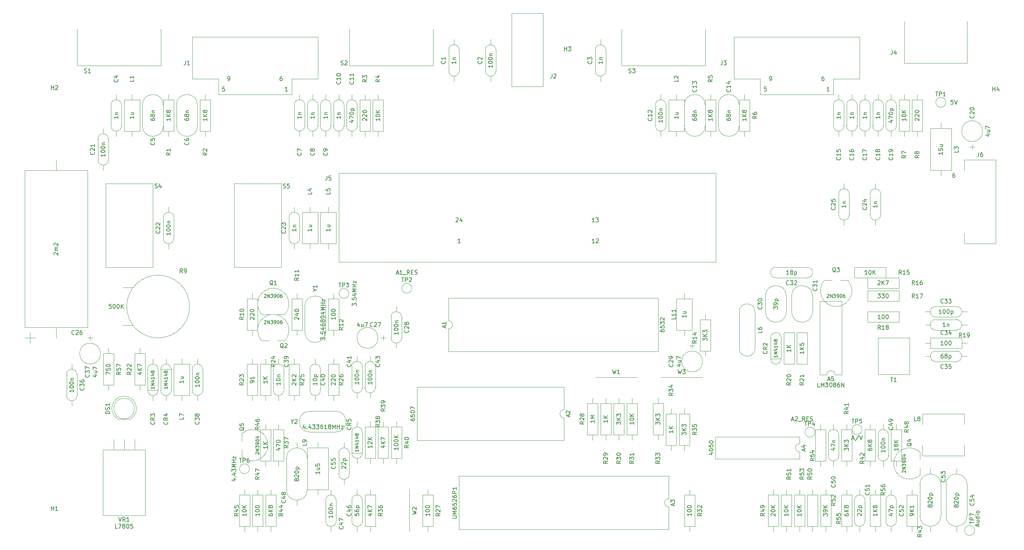
<source format=gbr>
G04 #@! TF.GenerationSoftware,KiCad,Pcbnew,(5.1.4)-1*
G04 #@! TF.CreationDate,2020-12-20T11:18:10+01:00*
G04 #@! TF.ProjectId,JrBoard,4a72426f-6172-4642-9e6b-696361645f70,rev?*
G04 #@! TF.SameCoordinates,Original*
G04 #@! TF.FileFunction,Legend,Top*
G04 #@! TF.FilePolarity,Positive*
%FSLAX46Y46*%
G04 Gerber Fmt 4.6, Leading zero omitted, Abs format (unit mm)*
G04 Created by KiCad (PCBNEW (5.1.4)-1) date 2020-12-20 11:18:10*
%MOMM*%
%LPD*%
G04 APERTURE LIST*
%ADD10C,0.120000*%
%ADD11C,0.150000*%
G04 APERTURE END LIST*
D10*
X104105000Y-60385000D02*
X104105000Y-81975000D01*
X195545000Y-60385000D02*
X104105000Y-60385000D01*
X195545000Y-81975000D02*
X195545000Y-60385000D01*
X104105000Y-81975000D02*
X195545000Y-81975000D01*
X258340000Y-147126000D02*
G75*
G03X258340000Y-147126000I-1200000J0D01*
G01*
X82445000Y-132140000D02*
G75*
G03X82445000Y-132140000I-1200000J0D01*
G01*
X231035000Y-122615000D02*
G75*
G03X231035000Y-122615000I-1200000J0D01*
G01*
X219605000Y-123250000D02*
G75*
G03X219605000Y-123250000I-1200000J0D01*
G01*
X106575000Y-89595000D02*
G75*
G03X106575000Y-89595000I-1200000J0D01*
G01*
X121815000Y-88325000D02*
G75*
G03X121815000Y-88325000I-1200000J0D01*
G01*
X251355000Y-43240000D02*
G75*
G03X251355000Y-43240000I-1200000J0D01*
G01*
X199990000Y-27365000D02*
X199990000Y-37525000D01*
X230470000Y-27365000D02*
X199990000Y-27365000D01*
X230470000Y-37525000D02*
X230470000Y-27365000D01*
X224120000Y-37525000D02*
X230470000Y-37525000D01*
X206340000Y-37525000D02*
X199990000Y-37525000D01*
X206340000Y-41335000D02*
X206340000Y-37525000D01*
X224120000Y-41335000D02*
X224120000Y-37525000D01*
X224120000Y-41335000D02*
X222850000Y-41335000D01*
X206340000Y-41335000D02*
X222850000Y-41335000D01*
X59020000Y-83245000D02*
X47590000Y-83245000D01*
X59020000Y-62925000D02*
X59020000Y-83245000D01*
X47590000Y-62925000D02*
X59020000Y-62925000D01*
X47590000Y-83245000D02*
X47590000Y-62925000D01*
X90135000Y-83245000D02*
X78705000Y-83245000D01*
X90135000Y-62925000D02*
X90135000Y-83245000D01*
X78705000Y-62925000D02*
X90135000Y-62925000D01*
X78705000Y-83245000D02*
X78705000Y-62925000D01*
X215865000Y-146110000D02*
X215865000Y-147380000D01*
X215865000Y-137220000D02*
X215865000Y-138490000D01*
X214595000Y-138490000D02*
X217135000Y-138490000D01*
X214595000Y-146110000D02*
X214595000Y-138490000D01*
X217135000Y-146110000D02*
X214595000Y-146110000D01*
X217135000Y-138490000D02*
X217135000Y-146110000D01*
X215230000Y-106740000D02*
X215230000Y-99120000D01*
X216500000Y-106740000D02*
X216500000Y-106740000D01*
X217770000Y-99120000D02*
X217770000Y-106740000D01*
X217770000Y-106740000D02*
X215230000Y-106740000D01*
X215230000Y-99120000D02*
X217770000Y-99120000D01*
X216500000Y-99120000D02*
X216500000Y-99120000D01*
X214595000Y-99120000D02*
X214595000Y-106740000D01*
X213325000Y-99120000D02*
X213325000Y-99120000D01*
X212055000Y-106740000D02*
X212055000Y-99120000D01*
X212055000Y-99120000D02*
X214595000Y-99120000D01*
X214595000Y-106740000D02*
X212055000Y-106740000D01*
X213325000Y-106740000D02*
X213325000Y-106740000D01*
X232375000Y-94040000D02*
X239995000Y-94040000D01*
X232375000Y-95310000D02*
X232375000Y-95310000D01*
X239995000Y-96580000D02*
X232375000Y-96580000D01*
X232375000Y-96580000D02*
X232375000Y-94040000D01*
X239995000Y-94040000D02*
X239995000Y-96580000D01*
X239995000Y-95310000D02*
X239995000Y-95310000D01*
X239995000Y-91500000D02*
X232375000Y-91500000D01*
X239995000Y-90230000D02*
X239995000Y-90230000D01*
X232375000Y-88960000D02*
X239995000Y-88960000D01*
X239995000Y-88960000D02*
X239995000Y-91500000D01*
X232375000Y-91500000D02*
X232375000Y-88960000D01*
X232375000Y-90230000D02*
X232375000Y-90230000D01*
X239995000Y-88325000D02*
X232375000Y-88325000D01*
X239995000Y-87055000D02*
X239995000Y-87055000D01*
X232375000Y-85785000D02*
X239995000Y-85785000D01*
X239995000Y-85785000D02*
X239995000Y-88325000D01*
X232375000Y-88325000D02*
X232375000Y-85785000D01*
X232375000Y-87055000D02*
X232375000Y-87055000D01*
X236820000Y-85785000D02*
X229200000Y-85785000D01*
X236820000Y-84515000D02*
X236820000Y-84515000D01*
X229200000Y-83245000D02*
X236820000Y-83245000D01*
X236820000Y-83245000D02*
X236820000Y-85785000D01*
X229200000Y-85785000D02*
X229200000Y-83245000D01*
X229200000Y-84515000D02*
X229200000Y-84515000D01*
X211420000Y-105470000D02*
X211420000Y-100390000D01*
X211420000Y-105470000D02*
G75*
G02X208880000Y-105470000I-1270000J0D01*
G01*
X208880000Y-105470000D02*
X208880000Y-100390000D01*
X210150000Y-99120000D02*
X210150000Y-99120000D01*
X211420000Y-105470000D02*
X208880000Y-105470000D01*
X210150000Y-106740000D02*
X210150000Y-106740000D01*
X208880000Y-100390000D02*
G75*
G02X211420000Y-100390000I1270000J0D01*
G01*
X86944644Y-126425000D02*
G75*
G02X80610001Y-129244171I-3794644J0D01*
G01*
X80610000Y-127441000D02*
X80610000Y-129244172D01*
X80605410Y-123589305D02*
G75*
G02X86960000Y-126425000I2544590J-2835695D01*
G01*
X80610000Y-125409000D02*
X80610000Y-123605828D01*
X238740356Y-130870000D02*
G75*
G02X245074999Y-128050829I3794644J0D01*
G01*
X245075000Y-129854000D02*
X245075000Y-128050828D01*
X245079590Y-133705695D02*
G75*
G02X238725000Y-130870000I-2544590J2835695D01*
G01*
X245075000Y-131886000D02*
X245075000Y-133689172D01*
X224755000Y-92754644D02*
G75*
G02X221935829Y-86420001I0J3794644D01*
G01*
X223739000Y-86420000D02*
X221935828Y-86420000D01*
X227590695Y-86415410D02*
G75*
G02X224755000Y-92770000I-2835695J-2544590D01*
G01*
X225771000Y-86420000D02*
X227574172Y-86420000D01*
X88230000Y-94690356D02*
G75*
G02X91049171Y-101024999I0J-3794644D01*
G01*
X89246000Y-101025000D02*
X91049172Y-101025000D01*
X85394305Y-101029590D02*
G75*
G02X88230000Y-94675000I2835695J2544590D01*
G01*
X87214000Y-101025000D02*
X85410828Y-101025000D01*
X88230000Y-88340356D02*
G75*
G02X91049171Y-94674999I0J-3794644D01*
G01*
X89246000Y-94675000D02*
X91049172Y-94675000D01*
X85394305Y-94679590D02*
G75*
G02X88230000Y-88325000I2835695J2544590D01*
G01*
X87214000Y-94675000D02*
X85410828Y-94675000D01*
X103330000Y-123235000D02*
G75*
G03X103330000Y-118185000I0J2525000D01*
G01*
X97080000Y-123235000D02*
G75*
G02X97080000Y-118185000I0J2525000D01*
G01*
X97080000Y-123235000D02*
X103330000Y-123235000D01*
X97080000Y-118185000D02*
X103330000Y-118185000D01*
X95865000Y-98980000D02*
G75*
G03X100915000Y-98980000I2525000J0D01*
G01*
X95865000Y-92730000D02*
G75*
G02X100915000Y-92730000I2525000J0D01*
G01*
X95865000Y-92730000D02*
X95865000Y-98980000D01*
X100915000Y-92730000D02*
X100915000Y-98980000D01*
X182210000Y-109915000D02*
X192370000Y-109915000D01*
X121250000Y-137220000D02*
X121250000Y-147380000D01*
X166335000Y-109915000D02*
X176495000Y-109915000D01*
X49495000Y-127575000D02*
X49495000Y-125035000D01*
X52035000Y-127575000D02*
X52035000Y-125035000D01*
X54575000Y-127575000D02*
X54575000Y-125035000D01*
X46915000Y-143465000D02*
X46915000Y-127575000D01*
X57155000Y-143465000D02*
X57155000Y-127575000D01*
X57155000Y-143465000D02*
X46915000Y-143465000D01*
X57155000Y-127575000D02*
X46915000Y-127575000D01*
X242535000Y-100390000D02*
X234915000Y-100390000D01*
X242535000Y-109280000D02*
X242535000Y-100390000D01*
X234915000Y-109280000D02*
X242535000Y-109280000D01*
X234915000Y-100390000D02*
X234915000Y-109280000D01*
X172685000Y-34350000D02*
X172685000Y-25460000D01*
X193005000Y-34350000D02*
X193005000Y-25460000D01*
X172685000Y-34350000D02*
X193005000Y-34350000D01*
X106645000Y-34350000D02*
X106645000Y-25460000D01*
X126965000Y-34350000D02*
X126965000Y-25460000D01*
X106645000Y-34350000D02*
X126965000Y-34350000D01*
X40605000Y-34350000D02*
X40605000Y-25460000D01*
X60925000Y-34350000D02*
X60925000Y-25460000D01*
X40605000Y-34350000D02*
X60925000Y-34350000D01*
X48225000Y-104200000D02*
X48225000Y-102930000D01*
X48225000Y-113090000D02*
X48225000Y-111820000D01*
X49495000Y-111820000D02*
X46955000Y-111820000D01*
X49495000Y-104200000D02*
X49495000Y-111820000D01*
X46955000Y-104200000D02*
X49495000Y-104200000D01*
X46955000Y-111820000D02*
X46955000Y-104200000D01*
X234280000Y-138490000D02*
X234280000Y-137220000D01*
X234280000Y-147380000D02*
X234280000Y-146110000D01*
X235550000Y-146110000D02*
X233010000Y-146110000D01*
X235550000Y-138490000D02*
X235550000Y-146110000D01*
X233010000Y-138490000D02*
X235550000Y-138490000D01*
X233010000Y-146110000D02*
X233010000Y-138490000D01*
X227295000Y-146110000D02*
X227295000Y-147380000D01*
X227295000Y-137220000D02*
X227295000Y-138490000D01*
X226025000Y-138490000D02*
X228565000Y-138490000D01*
X226025000Y-146110000D02*
X226025000Y-138490000D01*
X228565000Y-146110000D02*
X226025000Y-146110000D01*
X228565000Y-138490000D02*
X228565000Y-146110000D01*
X220945000Y-122615000D02*
X220945000Y-121345000D01*
X220945000Y-131505000D02*
X220945000Y-130235000D01*
X222215000Y-130235000D02*
X219675000Y-130235000D01*
X222215000Y-122615000D02*
X222215000Y-130235000D01*
X219675000Y-122615000D02*
X222215000Y-122615000D01*
X219675000Y-130235000D02*
X219675000Y-122615000D01*
X222215000Y-146110000D02*
X222215000Y-147380000D01*
X222215000Y-137220000D02*
X222215000Y-138490000D01*
X220945000Y-138490000D02*
X223485000Y-138490000D01*
X220945000Y-146110000D02*
X220945000Y-138490000D01*
X223485000Y-146110000D02*
X220945000Y-146110000D01*
X223485000Y-138490000D02*
X223485000Y-146110000D01*
X212690000Y-146110000D02*
X212690000Y-147380000D01*
X212690000Y-137220000D02*
X212690000Y-138490000D01*
X211420000Y-138490000D02*
X213960000Y-138490000D01*
X211420000Y-146110000D02*
X211420000Y-138490000D01*
X213960000Y-146110000D02*
X211420000Y-146110000D01*
X213960000Y-138490000D02*
X213960000Y-146110000D01*
X219040000Y-146110000D02*
X219040000Y-147380000D01*
X219040000Y-137220000D02*
X219040000Y-138490000D01*
X217770000Y-138490000D02*
X220310000Y-138490000D01*
X217770000Y-146110000D02*
X217770000Y-138490000D01*
X220310000Y-146110000D02*
X217770000Y-146110000D01*
X220310000Y-138490000D02*
X220310000Y-146110000D01*
X209515000Y-146110000D02*
X209515000Y-147380000D01*
X209515000Y-137220000D02*
X209515000Y-138490000D01*
X208245000Y-138490000D02*
X210785000Y-138490000D01*
X208245000Y-146110000D02*
X208245000Y-138490000D01*
X210785000Y-146110000D02*
X208245000Y-146110000D01*
X210785000Y-138490000D02*
X210785000Y-146110000D01*
X239360000Y-130235000D02*
X239360000Y-131505000D01*
X239360000Y-121345000D02*
X239360000Y-122615000D01*
X238090000Y-122615000D02*
X240630000Y-122615000D01*
X238090000Y-130235000D02*
X238090000Y-122615000D01*
X240630000Y-130235000D02*
X238090000Y-130235000D01*
X240630000Y-122615000D02*
X240630000Y-130235000D01*
X84420000Y-146110000D02*
X84420000Y-147380000D01*
X84420000Y-137220000D02*
X84420000Y-138490000D01*
X83150000Y-138490000D02*
X85690000Y-138490000D01*
X83150000Y-146110000D02*
X83150000Y-138490000D01*
X85690000Y-146110000D02*
X83150000Y-146110000D01*
X85690000Y-138490000D02*
X85690000Y-146110000D01*
X86325000Y-122615000D02*
X86325000Y-121345000D01*
X86325000Y-131505000D02*
X86325000Y-130235000D01*
X87595000Y-130235000D02*
X85055000Y-130235000D01*
X87595000Y-122615000D02*
X87595000Y-130235000D01*
X85055000Y-122615000D02*
X87595000Y-122615000D01*
X85055000Y-130235000D02*
X85055000Y-122615000D01*
X81245000Y-138490000D02*
X81245000Y-137220000D01*
X81245000Y-147380000D02*
X81245000Y-146110000D01*
X82515000Y-146110000D02*
X79975000Y-146110000D01*
X82515000Y-138490000D02*
X82515000Y-146110000D01*
X79975000Y-138490000D02*
X82515000Y-138490000D01*
X79975000Y-146110000D02*
X79975000Y-138490000D01*
X87595000Y-138490000D02*
X87595000Y-137220000D01*
X87595000Y-147380000D02*
X87595000Y-146110000D01*
X88865000Y-146110000D02*
X86325000Y-146110000D01*
X88865000Y-138490000D02*
X88865000Y-146110000D01*
X86325000Y-138490000D02*
X88865000Y-138490000D01*
X86325000Y-146110000D02*
X86325000Y-138490000D01*
X243170000Y-146110000D02*
X243170000Y-147380000D01*
X243170000Y-137220000D02*
X243170000Y-138490000D01*
X241900000Y-138490000D02*
X244440000Y-138490000D01*
X241900000Y-146110000D02*
X241900000Y-138490000D01*
X244440000Y-146110000D02*
X241900000Y-146110000D01*
X244440000Y-138490000D02*
X244440000Y-146110000D01*
X233010000Y-122615000D02*
X233010000Y-121345000D01*
X233010000Y-131505000D02*
X233010000Y-130235000D01*
X234280000Y-130235000D02*
X231740000Y-130235000D01*
X234280000Y-122615000D02*
X234280000Y-130235000D01*
X231740000Y-122615000D02*
X234280000Y-122615000D01*
X231740000Y-130235000D02*
X231740000Y-122615000D01*
X227295000Y-122615000D02*
X227295000Y-121345000D01*
X227295000Y-131505000D02*
X227295000Y-130235000D01*
X228565000Y-130235000D02*
X226025000Y-130235000D01*
X228565000Y-122615000D02*
X228565000Y-130235000D01*
X226025000Y-122615000D02*
X228565000Y-122615000D01*
X226025000Y-130235000D02*
X226025000Y-122615000D01*
X118075000Y-121980000D02*
X118075000Y-120710000D01*
X118075000Y-130870000D02*
X118075000Y-129600000D01*
X119345000Y-129600000D02*
X116805000Y-129600000D01*
X119345000Y-121980000D02*
X119345000Y-129600000D01*
X116805000Y-121980000D02*
X119345000Y-121980000D01*
X116805000Y-129600000D02*
X116805000Y-121980000D01*
X114900000Y-129600000D02*
X114900000Y-130870000D01*
X114900000Y-120710000D02*
X114900000Y-121980000D01*
X113630000Y-121980000D02*
X116170000Y-121980000D01*
X113630000Y-129600000D02*
X113630000Y-121980000D01*
X116170000Y-129600000D02*
X113630000Y-129600000D01*
X116170000Y-121980000D02*
X116170000Y-129600000D01*
X111725000Y-129600000D02*
X111725000Y-130870000D01*
X111725000Y-120710000D02*
X111725000Y-121980000D01*
X110455000Y-121980000D02*
X112995000Y-121980000D01*
X110455000Y-129600000D02*
X110455000Y-121980000D01*
X112995000Y-129600000D02*
X110455000Y-129600000D01*
X112995000Y-121980000D02*
X112995000Y-129600000D01*
X89500000Y-130235000D02*
X89500000Y-131505000D01*
X89500000Y-121345000D02*
X89500000Y-122615000D01*
X88230000Y-122615000D02*
X90770000Y-122615000D01*
X88230000Y-130235000D02*
X88230000Y-122615000D01*
X90770000Y-130235000D02*
X88230000Y-130235000D01*
X90770000Y-122615000D02*
X90770000Y-130235000D01*
X111725000Y-138490000D02*
X111725000Y-137220000D01*
X111725000Y-147380000D02*
X111725000Y-146110000D01*
X112995000Y-146110000D02*
X110455000Y-146110000D01*
X112995000Y-138490000D02*
X112995000Y-146110000D01*
X110455000Y-138490000D02*
X112995000Y-138490000D01*
X110455000Y-146110000D02*
X110455000Y-138490000D01*
X187925000Y-118805000D02*
X187925000Y-117535000D01*
X187925000Y-127695000D02*
X187925000Y-126425000D01*
X189195000Y-126425000D02*
X186655000Y-126425000D01*
X189195000Y-118805000D02*
X189195000Y-126425000D01*
X186655000Y-118805000D02*
X189195000Y-118805000D01*
X186655000Y-126425000D02*
X186655000Y-118805000D01*
X184750000Y-118805000D02*
X184750000Y-117535000D01*
X184750000Y-127695000D02*
X184750000Y-126425000D01*
X186020000Y-126425000D02*
X183480000Y-126425000D01*
X186020000Y-118805000D02*
X186020000Y-126425000D01*
X183480000Y-118805000D02*
X186020000Y-118805000D01*
X183480000Y-126425000D02*
X183480000Y-118805000D01*
X181575000Y-116265000D02*
X181575000Y-114995000D01*
X181575000Y-125155000D02*
X181575000Y-123885000D01*
X182845000Y-123885000D02*
X180305000Y-123885000D01*
X182845000Y-116265000D02*
X182845000Y-123885000D01*
X180305000Y-116265000D02*
X182845000Y-116265000D01*
X180305000Y-123885000D02*
X180305000Y-116265000D01*
X189195000Y-138490000D02*
X189195000Y-137220000D01*
X189195000Y-147380000D02*
X189195000Y-146110000D01*
X190465000Y-146110000D02*
X187925000Y-146110000D01*
X190465000Y-138490000D02*
X190465000Y-146110000D01*
X187925000Y-138490000D02*
X190465000Y-138490000D01*
X187925000Y-146110000D02*
X187925000Y-138490000D01*
X175225000Y-116265000D02*
X175225000Y-114995000D01*
X175225000Y-125155000D02*
X175225000Y-123885000D01*
X176495000Y-123885000D02*
X173955000Y-123885000D01*
X176495000Y-116265000D02*
X176495000Y-123885000D01*
X173955000Y-116265000D02*
X176495000Y-116265000D01*
X173955000Y-123885000D02*
X173955000Y-116265000D01*
X172050000Y-116265000D02*
X172050000Y-114995000D01*
X172050000Y-125155000D02*
X172050000Y-123885000D01*
X173320000Y-123885000D02*
X170780000Y-123885000D01*
X173320000Y-116265000D02*
X173320000Y-123885000D01*
X170780000Y-116265000D02*
X173320000Y-116265000D01*
X170780000Y-123885000D02*
X170780000Y-116265000D01*
X168875000Y-116265000D02*
X168875000Y-114995000D01*
X168875000Y-125155000D02*
X168875000Y-123885000D01*
X170145000Y-123885000D02*
X167605000Y-123885000D01*
X170145000Y-116265000D02*
X170145000Y-123885000D01*
X167605000Y-116265000D02*
X170145000Y-116265000D01*
X167605000Y-123885000D02*
X167605000Y-116265000D01*
X165700000Y-123885000D02*
X165700000Y-125155000D01*
X165700000Y-114995000D02*
X165700000Y-116265000D01*
X164430000Y-116265000D02*
X166970000Y-116265000D01*
X164430000Y-123885000D02*
X164430000Y-116265000D01*
X166970000Y-123885000D02*
X164430000Y-123885000D01*
X166970000Y-116265000D02*
X166970000Y-123885000D01*
X125695000Y-146110000D02*
X125695000Y-147380000D01*
X125695000Y-137220000D02*
X125695000Y-138490000D01*
X124425000Y-138490000D02*
X126965000Y-138490000D01*
X124425000Y-146110000D02*
X124425000Y-138490000D01*
X126965000Y-146110000D02*
X124425000Y-146110000D01*
X126965000Y-138490000D02*
X126965000Y-146110000D01*
X102835000Y-106740000D02*
X102835000Y-105470000D01*
X102835000Y-115630000D02*
X102835000Y-114360000D01*
X104105000Y-114360000D02*
X101565000Y-114360000D01*
X104105000Y-106740000D02*
X104105000Y-114360000D01*
X101565000Y-106740000D02*
X104105000Y-106740000D01*
X101565000Y-114360000D02*
X101565000Y-106740000D01*
X93310000Y-106740000D02*
X93310000Y-105470000D01*
X93310000Y-115630000D02*
X93310000Y-114360000D01*
X94580000Y-114360000D02*
X92040000Y-114360000D01*
X94580000Y-106740000D02*
X94580000Y-114360000D01*
X92040000Y-106740000D02*
X94580000Y-106740000D01*
X92040000Y-114360000D02*
X92040000Y-106740000D01*
X86325000Y-114360000D02*
X86325000Y-115630000D01*
X86325000Y-105470000D02*
X86325000Y-106740000D01*
X85055000Y-106740000D02*
X87595000Y-106740000D01*
X85055000Y-114360000D02*
X85055000Y-106740000D01*
X87595000Y-114360000D02*
X85055000Y-114360000D01*
X87595000Y-106740000D02*
X87595000Y-114360000D01*
X83150000Y-114360000D02*
X83150000Y-115630000D01*
X83150000Y-105470000D02*
X83150000Y-106740000D01*
X81880000Y-106740000D02*
X84420000Y-106740000D01*
X81880000Y-114360000D02*
X81880000Y-106740000D01*
X84420000Y-114360000D02*
X81880000Y-114360000D01*
X84420000Y-106740000D02*
X84420000Y-114360000D01*
X55845000Y-111820000D02*
X55845000Y-113090000D01*
X55845000Y-102930000D02*
X55845000Y-104200000D01*
X54575000Y-104200000D02*
X57115000Y-104200000D01*
X54575000Y-111820000D02*
X54575000Y-104200000D01*
X57115000Y-111820000D02*
X54575000Y-111820000D01*
X57115000Y-104200000D02*
X57115000Y-111820000D01*
X247615000Y-101660000D02*
X246345000Y-101660000D01*
X256505000Y-101660000D02*
X255235000Y-101660000D01*
X255235000Y-100390000D02*
X255235000Y-102930000D01*
X247615000Y-100390000D02*
X255235000Y-100390000D01*
X247615000Y-102930000D02*
X247615000Y-100390000D01*
X255235000Y-102930000D02*
X247615000Y-102930000D01*
X193005000Y-95945000D02*
X193005000Y-94675000D01*
X193005000Y-104835000D02*
X193005000Y-103565000D01*
X194275000Y-103565000D02*
X191735000Y-103565000D01*
X194275000Y-95945000D02*
X194275000Y-103565000D01*
X191735000Y-95945000D02*
X194275000Y-95945000D01*
X191735000Y-103565000D02*
X191735000Y-95945000D01*
X102835000Y-90865000D02*
X102835000Y-89595000D01*
X102835000Y-99755000D02*
X102835000Y-98485000D01*
X104105000Y-98485000D02*
X101565000Y-98485000D01*
X104105000Y-90865000D02*
X104105000Y-98485000D01*
X101565000Y-90865000D02*
X104105000Y-90865000D01*
X101565000Y-98485000D02*
X101565000Y-90865000D01*
X93945000Y-90865000D02*
X93945000Y-89595000D01*
X93945000Y-99755000D02*
X93945000Y-98485000D01*
X95215000Y-98485000D02*
X92675000Y-98485000D01*
X95215000Y-90865000D02*
X95215000Y-98485000D01*
X92675000Y-90865000D02*
X95215000Y-90865000D01*
X92675000Y-98485000D02*
X92675000Y-90865000D01*
X83150000Y-90865000D02*
X83150000Y-89595000D01*
X83150000Y-99755000D02*
X83150000Y-98485000D01*
X84420000Y-98485000D02*
X81880000Y-98485000D01*
X84420000Y-90865000D02*
X84420000Y-98485000D01*
X81880000Y-90865000D02*
X84420000Y-90865000D01*
X81880000Y-98485000D02*
X81880000Y-90865000D01*
X51654000Y-88198000D02*
X54194000Y-88198000D01*
X51654000Y-97342000D02*
X54194000Y-97342000D01*
X67910000Y-92770000D02*
G75*
G03X67910000Y-92770000I-7620000J0D01*
G01*
X244440000Y-42605000D02*
X244440000Y-41335000D01*
X244440000Y-51495000D02*
X244440000Y-50225000D01*
X245710000Y-50225000D02*
X243170000Y-50225000D01*
X245710000Y-42605000D02*
X245710000Y-50225000D01*
X243170000Y-42605000D02*
X245710000Y-42605000D01*
X243170000Y-50225000D02*
X243170000Y-42605000D01*
X241265000Y-50225000D02*
X241265000Y-51495000D01*
X241265000Y-41335000D02*
X241265000Y-42605000D01*
X239995000Y-42605000D02*
X242535000Y-42605000D01*
X239995000Y-50225000D02*
X239995000Y-42605000D01*
X242535000Y-50225000D02*
X239995000Y-50225000D01*
X242535000Y-42605000D02*
X242535000Y-50225000D01*
X202530000Y-42605000D02*
X202530000Y-41335000D01*
X202530000Y-51495000D02*
X202530000Y-50225000D01*
X203800000Y-50225000D02*
X201260000Y-50225000D01*
X203800000Y-42605000D02*
X203800000Y-50225000D01*
X201260000Y-42605000D02*
X203800000Y-42605000D01*
X201260000Y-50225000D02*
X201260000Y-42605000D01*
X194275000Y-42605000D02*
X194275000Y-41335000D01*
X194275000Y-51495000D02*
X194275000Y-50225000D01*
X195545000Y-50225000D02*
X193005000Y-50225000D01*
X195545000Y-42605000D02*
X195545000Y-50225000D01*
X193005000Y-42605000D02*
X195545000Y-42605000D01*
X193005000Y-50225000D02*
X193005000Y-42605000D01*
X113630000Y-50225000D02*
X113630000Y-51495000D01*
X113630000Y-41335000D02*
X113630000Y-42605000D01*
X112360000Y-42605000D02*
X114900000Y-42605000D01*
X112360000Y-50225000D02*
X112360000Y-42605000D01*
X114900000Y-50225000D02*
X112360000Y-50225000D01*
X114900000Y-42605000D02*
X114900000Y-50225000D01*
X110455000Y-42605000D02*
X110455000Y-41335000D01*
X110455000Y-51495000D02*
X110455000Y-50225000D01*
X111725000Y-50225000D02*
X109185000Y-50225000D01*
X111725000Y-42605000D02*
X111725000Y-50225000D01*
X109185000Y-42605000D02*
X111725000Y-42605000D01*
X109185000Y-50225000D02*
X109185000Y-42605000D01*
X71720000Y-42605000D02*
X71720000Y-41335000D01*
X71720000Y-51495000D02*
X71720000Y-50225000D01*
X72990000Y-50225000D02*
X70450000Y-50225000D01*
X72990000Y-42605000D02*
X72990000Y-50225000D01*
X70450000Y-42605000D02*
X72990000Y-42605000D01*
X70450000Y-50225000D02*
X70450000Y-42605000D01*
X62830000Y-42605000D02*
X62830000Y-41335000D01*
X62830000Y-51495000D02*
X62830000Y-50225000D01*
X64100000Y-50225000D02*
X61560000Y-50225000D01*
X64100000Y-42605000D02*
X64100000Y-50225000D01*
X61560000Y-42605000D02*
X64100000Y-42605000D01*
X61560000Y-50225000D02*
X61560000Y-42605000D01*
X187925000Y-90865000D02*
X187925000Y-89595000D01*
X187925000Y-99755000D02*
X187925000Y-98485000D01*
X186020000Y-90865000D02*
X186020000Y-98485000D01*
X189830000Y-90865000D02*
X186020000Y-90865000D01*
X189830000Y-98485000D02*
X189830000Y-90865000D01*
X186020000Y-98485000D02*
X189830000Y-98485000D01*
X99025000Y-137220000D02*
X99025000Y-138490000D01*
X99025000Y-125790000D02*
X99025000Y-127060000D01*
X96485000Y-127060000D02*
X99025000Y-127060000D01*
X96485000Y-137220000D02*
X96485000Y-127060000D01*
X101565000Y-137220000D02*
X96485000Y-137220000D01*
X101565000Y-127060000D02*
X101565000Y-137220000D01*
X99025000Y-127060000D02*
X101565000Y-127060000D01*
X245710000Y-121345000D02*
X245710000Y-118805000D01*
X245710000Y-128965000D02*
X245710000Y-126425000D01*
X255870000Y-126425000D02*
X255870000Y-128965000D01*
X255870000Y-118805000D02*
X255870000Y-121345000D01*
X255870000Y-128965000D02*
X245710000Y-128965000D01*
X245710000Y-118805000D02*
X255870000Y-118805000D01*
X66005000Y-106740000D02*
X66005000Y-105470000D01*
X66005000Y-115630000D02*
X66005000Y-114360000D01*
X64100000Y-106740000D02*
X64100000Y-114360000D01*
X67910000Y-106740000D02*
X64100000Y-106740000D01*
X67910000Y-114360000D02*
X67910000Y-106740000D01*
X64100000Y-114360000D02*
X67910000Y-114360000D01*
X201260000Y-102930000D02*
X201260000Y-94040000D01*
X205070000Y-94040000D02*
X205070000Y-102930000D01*
X205070000Y-102930000D02*
G75*
G02X201260000Y-102930000I-1905000J0D01*
G01*
X201260000Y-94040000D02*
G75*
G02X205070000Y-94040000I1905000J0D01*
G01*
X101565000Y-69910000D02*
X101565000Y-68640000D01*
X101565000Y-78800000D02*
X101565000Y-77530000D01*
X99660000Y-69910000D02*
X99660000Y-77530000D01*
X103470000Y-69910000D02*
X99660000Y-69910000D01*
X103470000Y-77530000D02*
X103470000Y-69910000D01*
X99660000Y-77530000D02*
X103470000Y-77530000D01*
X97120000Y-69910000D02*
X97120000Y-68640000D01*
X97120000Y-78800000D02*
X97120000Y-77530000D01*
X95215000Y-69910000D02*
X95215000Y-77530000D01*
X99025000Y-69910000D02*
X95215000Y-69910000D01*
X99025000Y-77530000D02*
X99025000Y-69910000D01*
X95215000Y-77530000D02*
X99025000Y-77530000D01*
X250155000Y-59750000D02*
X250155000Y-61020000D01*
X250155000Y-48320000D02*
X250155000Y-49590000D01*
X247615000Y-49590000D02*
X250155000Y-49590000D01*
X247615000Y-59750000D02*
X247615000Y-49590000D01*
X252695000Y-59750000D02*
X247615000Y-59750000D01*
X252695000Y-49590000D02*
X252695000Y-59750000D01*
X250155000Y-49590000D02*
X252695000Y-49590000D01*
X186020000Y-50225000D02*
X186020000Y-51495000D01*
X186020000Y-41335000D02*
X186020000Y-42605000D01*
X187925000Y-50225000D02*
X187925000Y-42605000D01*
X184115000Y-50225000D02*
X187925000Y-50225000D01*
X184115000Y-42605000D02*
X184115000Y-50225000D01*
X187925000Y-42605000D02*
X184115000Y-42605000D01*
X53940000Y-50225000D02*
X53940000Y-51495000D01*
X53940000Y-41335000D02*
X53940000Y-42605000D01*
X55845000Y-50225000D02*
X55845000Y-42605000D01*
X52035000Y-50225000D02*
X55845000Y-50225000D01*
X52035000Y-42605000D02*
X52035000Y-50225000D01*
X55845000Y-42605000D02*
X52035000Y-42605000D01*
X255870000Y-77530000D02*
X255870000Y-74990000D01*
X255870000Y-57210000D02*
X255870000Y-59750000D01*
X263490000Y-57210000D02*
X255870000Y-57210000D01*
X263490000Y-77530000D02*
X263490000Y-57210000D01*
X255870000Y-77530000D02*
X263490000Y-77530000D01*
X241265000Y-33715000D02*
X241265000Y-23555000D01*
X256505000Y-33715000D02*
X256505000Y-23555000D01*
X241265000Y-33715000D02*
X256505000Y-33715000D01*
X146015000Y-21650000D02*
X146015000Y-39430000D01*
X153635000Y-21650000D02*
X146015000Y-21650000D01*
X153635000Y-39430000D02*
X153635000Y-21650000D01*
X146015000Y-39430000D02*
X153635000Y-39430000D01*
X68545000Y-27365000D02*
X68545000Y-37525000D01*
X99025000Y-27365000D02*
X68545000Y-27365000D01*
X99025000Y-37525000D02*
X99025000Y-27365000D01*
X92675000Y-37525000D02*
X99025000Y-37525000D01*
X74895000Y-37525000D02*
X68545000Y-37525000D01*
X74895000Y-41335000D02*
X74895000Y-37525000D01*
X92675000Y-41335000D02*
X92675000Y-37525000D01*
X92675000Y-41335000D02*
X91405000Y-41335000D01*
X74895000Y-41335000D02*
X91405000Y-41335000D01*
X52034538Y-114545000D02*
G75*
G02X53579830Y-120095000I462J-2990000D01*
G01*
X52035462Y-114545000D02*
G75*
G03X50490170Y-120095000I-462J-2990000D01*
G01*
X54535000Y-117535000D02*
G75*
G03X54535000Y-117535000I-2500000J0D01*
G01*
X50490000Y-120095000D02*
X53580000Y-120095000D01*
X108550000Y-121980000D02*
X108550000Y-120710000D01*
X108550000Y-130870000D02*
X108550000Y-129600000D01*
X109820000Y-128330000D02*
X109820000Y-123250000D01*
X109820000Y-128330000D02*
X107280000Y-128330000D01*
X107280000Y-128330000D02*
X107280000Y-123250000D01*
X107280000Y-123250000D02*
G75*
G02X109820000Y-123250000I1270000J0D01*
G01*
X109820000Y-128330000D02*
G75*
G02X107280000Y-128330000I-1270000J0D01*
G01*
X62195000Y-114360000D02*
X62195000Y-115630000D01*
X62195000Y-105470000D02*
X62195000Y-106740000D01*
X60925000Y-108010000D02*
X60925000Y-113090000D01*
X60925000Y-108010000D02*
X63465000Y-108010000D01*
X63465000Y-108010000D02*
X63465000Y-113090000D01*
X63465000Y-113090000D02*
G75*
G02X60925000Y-113090000I-1270000J0D01*
G01*
X60925000Y-108010000D02*
G75*
G02X63465000Y-108010000I1270000J0D01*
G01*
X59020000Y-106740000D02*
X59020000Y-105470000D01*
X59020000Y-115630000D02*
X59020000Y-114360000D01*
X60290000Y-113090000D02*
X60290000Y-108010000D01*
X60290000Y-113090000D02*
X57750000Y-113090000D01*
X57750000Y-113090000D02*
X57750000Y-108010000D01*
X57750000Y-108010000D02*
G75*
G02X60290000Y-108010000I1270000J0D01*
G01*
X60290000Y-113090000D02*
G75*
G02X57750000Y-113090000I-1270000J0D01*
G01*
X105375000Y-134680000D02*
X105375000Y-135950000D01*
X105375000Y-125790000D02*
X105375000Y-127060000D01*
X104105000Y-128330000D02*
X104105000Y-133410000D01*
X106645000Y-133410000D02*
X106645000Y-128330000D01*
X106645000Y-133410000D02*
G75*
G02X104105000Y-133410000I-1270000J0D01*
G01*
X104105000Y-128330000D02*
G75*
G02X106645000Y-128330000I1270000J0D01*
G01*
X253965000Y-133410000D02*
X253965000Y-132140000D01*
X253965000Y-147380000D02*
X253965000Y-146110000D01*
X256505000Y-143570000D02*
X256505000Y-135950000D01*
X251425000Y-135950000D02*
X251425000Y-143570000D01*
X251425000Y-135950000D02*
G75*
G02X256505000Y-135950000I2540000J0D01*
G01*
X256505000Y-143570000D02*
G75*
G02X251425000Y-143570000I-2540000J0D01*
G01*
X247615000Y-146110000D02*
X247615000Y-147380000D01*
X247615000Y-132140000D02*
X247615000Y-133410000D01*
X245075000Y-135950000D02*
X245075000Y-143570000D01*
X250155000Y-143570000D02*
X250155000Y-135950000D01*
X250155000Y-143570000D02*
G75*
G02X245075000Y-143570000I-2540000J0D01*
G01*
X245075000Y-135950000D02*
G75*
G02X250155000Y-135950000I2540000J0D01*
G01*
X238090000Y-138490000D02*
X238090000Y-137220000D01*
X238090000Y-147380000D02*
X238090000Y-146110000D01*
X239360000Y-144840000D02*
X239360000Y-139760000D01*
X236820000Y-139760000D02*
X236820000Y-144840000D01*
X236820000Y-139760000D02*
G75*
G02X239360000Y-139760000I1270000J0D01*
G01*
X239360000Y-144840000D02*
G75*
G02X236820000Y-144840000I-1270000J0D01*
G01*
X230470000Y-146110000D02*
X230470000Y-147380000D01*
X230470000Y-137220000D02*
X230470000Y-138490000D01*
X229200000Y-139760000D02*
X229200000Y-144840000D01*
X231740000Y-144840000D02*
X231740000Y-139760000D01*
X231740000Y-144840000D02*
G75*
G02X229200000Y-144840000I-1270000J0D01*
G01*
X229200000Y-139760000D02*
G75*
G02X231740000Y-139760000I1270000J0D01*
G01*
X224120000Y-130235000D02*
X224120000Y-131505000D01*
X224120000Y-121345000D02*
X224120000Y-122615000D01*
X222850000Y-123885000D02*
X222850000Y-128965000D01*
X225390000Y-128965000D02*
X225390000Y-123885000D01*
X225390000Y-128965000D02*
G75*
G02X222850000Y-128965000I-1270000J0D01*
G01*
X222850000Y-123885000D02*
G75*
G02X225390000Y-123885000I1270000J0D01*
G01*
X236185000Y-130235000D02*
X236185000Y-131505000D01*
X236185000Y-121345000D02*
X236185000Y-122615000D01*
X234915000Y-123885000D02*
X234915000Y-128965000D01*
X237455000Y-128965000D02*
X237455000Y-123885000D01*
X237455000Y-128965000D02*
G75*
G02X234915000Y-128965000I-1270000J0D01*
G01*
X234915000Y-123885000D02*
G75*
G02X237455000Y-123885000I1270000J0D01*
G01*
X93945000Y-139760000D02*
X93945000Y-141030000D01*
X93945000Y-125790000D02*
X93945000Y-127060000D01*
X91405000Y-129600000D02*
X91405000Y-137220000D01*
X96485000Y-137220000D02*
X96485000Y-129600000D01*
X96485000Y-137220000D02*
G75*
G02X91405000Y-137220000I-2540000J0D01*
G01*
X91405000Y-129600000D02*
G75*
G02X96485000Y-129600000I2540000J0D01*
G01*
X102200000Y-146110000D02*
X102200000Y-147380000D01*
X102200000Y-137220000D02*
X102200000Y-138490000D01*
X100930000Y-139760000D02*
X100930000Y-144840000D01*
X103470000Y-144840000D02*
X103470000Y-139760000D01*
X103470000Y-144840000D02*
G75*
G02X100930000Y-144840000I-1270000J0D01*
G01*
X100930000Y-139760000D02*
G75*
G02X103470000Y-139760000I1270000J0D01*
G01*
X108550000Y-146110000D02*
X108550000Y-147380000D01*
X108550000Y-137220000D02*
X108550000Y-138490000D01*
X107280000Y-139760000D02*
X107280000Y-144840000D01*
X109820000Y-144840000D02*
X109820000Y-139760000D01*
X109820000Y-144840000D02*
G75*
G02X107280000Y-144840000I-1270000J0D01*
G01*
X107280000Y-139760000D02*
G75*
G02X109820000Y-139760000I1270000J0D01*
G01*
X111725000Y-106105000D02*
X111725000Y-104835000D01*
X111725000Y-114995000D02*
X111725000Y-113725000D01*
X112995000Y-112455000D02*
X112995000Y-107375000D01*
X110455000Y-107375000D02*
X110455000Y-112455000D01*
X110455000Y-107375000D02*
G75*
G02X112995000Y-107375000I1270000J0D01*
G01*
X112995000Y-112455000D02*
G75*
G02X110455000Y-112455000I-1270000J0D01*
G01*
X108550000Y-106105000D02*
X108550000Y-104835000D01*
X108550000Y-114995000D02*
X108550000Y-113725000D01*
X109820000Y-112455000D02*
X109820000Y-107375000D01*
X107280000Y-107375000D02*
X107280000Y-112455000D01*
X107280000Y-107375000D02*
G75*
G02X109820000Y-107375000I1270000J0D01*
G01*
X109820000Y-112455000D02*
G75*
G02X107280000Y-112455000I-1270000J0D01*
G01*
X98390000Y-114360000D02*
X98390000Y-115630000D01*
X98390000Y-105470000D02*
X98390000Y-106740000D01*
X97120000Y-108010000D02*
X97120000Y-113090000D01*
X99660000Y-113090000D02*
X99660000Y-108010000D01*
X99660000Y-113090000D02*
G75*
G02X97120000Y-113090000I-1270000J0D01*
G01*
X97120000Y-108010000D02*
G75*
G02X99660000Y-108010000I1270000J0D01*
G01*
X89500000Y-114360000D02*
X89500000Y-115630000D01*
X89500000Y-105470000D02*
X89500000Y-106740000D01*
X88230000Y-108010000D02*
X88230000Y-113090000D01*
X90770000Y-113090000D02*
X90770000Y-108010000D01*
X90770000Y-113090000D02*
G75*
G02X88230000Y-113090000I-1270000J0D01*
G01*
X88230000Y-108010000D02*
G75*
G02X90770000Y-108010000I1270000J0D01*
G01*
X69815000Y-114360000D02*
X69815000Y-115630000D01*
X69815000Y-105470000D02*
X69815000Y-106740000D01*
X68545000Y-108010000D02*
X68545000Y-113090000D01*
X71085000Y-113090000D02*
X71085000Y-108010000D01*
X71085000Y-113090000D02*
G75*
G02X68545000Y-113090000I-1270000J0D01*
G01*
X68545000Y-108010000D02*
G75*
G02X71085000Y-108010000I1270000J0D01*
G01*
X43780000Y-99800000D02*
X43780000Y-101000000D01*
X44380000Y-100390000D02*
X43180000Y-100390000D01*
X46320000Y-104200000D02*
G75*
G03X46320000Y-104200000I-2540000J0D01*
G01*
X39335000Y-115630000D02*
X39335000Y-116900000D01*
X39335000Y-106740000D02*
X39335000Y-108010000D01*
X38065000Y-109280000D02*
X38065000Y-114360000D01*
X40605000Y-114360000D02*
X40605000Y-109280000D01*
X40605000Y-114360000D02*
G75*
G02X38065000Y-114360000I-1270000J0D01*
G01*
X38065000Y-109280000D02*
G75*
G02X40605000Y-109280000I1270000J0D01*
G01*
X255235000Y-104835000D02*
X256505000Y-104835000D01*
X246345000Y-104835000D02*
X247615000Y-104835000D01*
X248885000Y-106105000D02*
X253965000Y-106105000D01*
X253965000Y-103565000D02*
X248885000Y-103565000D01*
X253965000Y-103565000D02*
G75*
G02X253965000Y-106105000I0J-1270000D01*
G01*
X248885000Y-106105000D02*
G75*
G02X248885000Y-103565000I0J1270000D01*
G01*
X255235000Y-97215000D02*
X256505000Y-97215000D01*
X246345000Y-97215000D02*
X247615000Y-97215000D01*
X248885000Y-98485000D02*
X253965000Y-98485000D01*
X253965000Y-95945000D02*
X248885000Y-95945000D01*
X253965000Y-95945000D02*
G75*
G02X253965000Y-98485000I0J-1270000D01*
G01*
X248885000Y-98485000D02*
G75*
G02X248885000Y-95945000I0J1270000D01*
G01*
X255235000Y-94040000D02*
X256505000Y-94040000D01*
X246345000Y-94040000D02*
X247615000Y-94040000D01*
X248885000Y-95310000D02*
X253965000Y-95310000D01*
X253965000Y-92770000D02*
X248885000Y-92770000D01*
X253965000Y-92770000D02*
G75*
G02X253965000Y-95310000I0J-1270000D01*
G01*
X248885000Y-95310000D02*
G75*
G02X248885000Y-92770000I0J1270000D01*
G01*
X210150000Y-83245000D02*
X217770000Y-83245000D01*
X217770000Y-85785000D02*
X210150000Y-85785000D01*
X210150000Y-85785000D02*
G75*
G02X210150000Y-83245000I0J1270000D01*
G01*
X217770000Y-83245000D02*
G75*
G02X217770000Y-85785000I0J-1270000D01*
G01*
X219040000Y-94040000D02*
G75*
G02X213960000Y-94040000I-2540000J0D01*
G01*
X213960000Y-90230000D02*
G75*
G02X219040000Y-90230000I2540000J0D01*
G01*
X213960000Y-90230000D02*
X213960000Y-94040000D01*
X219040000Y-90230000D02*
X219040000Y-94040000D01*
X212690000Y-94040000D02*
G75*
G02X207610000Y-94040000I-2540000J0D01*
G01*
X207610000Y-90230000D02*
G75*
G02X212690000Y-90230000I2540000J0D01*
G01*
X207610000Y-90230000D02*
X207610000Y-94040000D01*
X212690000Y-90230000D02*
X212690000Y-94040000D01*
X189830000Y-101705000D02*
X189830000Y-102905000D01*
X190430000Y-102295000D02*
X189230000Y-102295000D01*
X192370000Y-106105000D02*
G75*
G03X192370000Y-106105000I-2540000J0D01*
G01*
X118075000Y-101660000D02*
X118075000Y-102930000D01*
X118075000Y-92770000D02*
X118075000Y-94040000D01*
X116805000Y-95310000D02*
X116805000Y-100390000D01*
X119345000Y-100390000D02*
X119345000Y-95310000D01*
X119345000Y-100390000D02*
G75*
G02X116805000Y-100390000I-1270000J0D01*
G01*
X116805000Y-95310000D02*
G75*
G02X119345000Y-95310000I1270000J0D01*
G01*
X115490000Y-100390000D02*
X114290000Y-100390000D01*
X114900000Y-100990000D02*
X114900000Y-99790000D01*
X113630000Y-100390000D02*
G75*
G03X113630000Y-100390000I-2540000J0D01*
G01*
X29175000Y-101660000D02*
X29175000Y-99120000D01*
X27905000Y-100390000D02*
X30445000Y-100390000D01*
X35525000Y-59750000D02*
X35525000Y-57210000D01*
X35525000Y-100390000D02*
X35525000Y-97850000D01*
X43145000Y-97850000D02*
X27905000Y-97850000D01*
X43145000Y-59750000D02*
X43145000Y-97850000D01*
X27905000Y-59750000D02*
X43145000Y-59750000D01*
X27905000Y-97850000D02*
X27905000Y-59750000D01*
X226660000Y-64195000D02*
X226660000Y-62925000D01*
X226660000Y-73085000D02*
X226660000Y-71815000D01*
X227930000Y-70545000D02*
X227930000Y-65465000D01*
X225390000Y-65465000D02*
X225390000Y-70545000D01*
X225390000Y-65465000D02*
G75*
G02X227930000Y-65465000I1270000J0D01*
G01*
X227930000Y-70545000D02*
G75*
G02X225390000Y-70545000I-1270000J0D01*
G01*
X234280000Y-64195000D02*
X234280000Y-62925000D01*
X234280000Y-73085000D02*
X234280000Y-71815000D01*
X235550000Y-70545000D02*
X235550000Y-65465000D01*
X233010000Y-65465000D02*
X233010000Y-70545000D01*
X233010000Y-65465000D02*
G75*
G02X235550000Y-65465000I1270000J0D01*
G01*
X235550000Y-70545000D02*
G75*
G02X233010000Y-70545000I-1270000J0D01*
G01*
X93310000Y-69910000D02*
X93310000Y-68640000D01*
X93310000Y-78800000D02*
X93310000Y-77530000D01*
X94580000Y-76260000D02*
X94580000Y-71180000D01*
X92040000Y-71180000D02*
X92040000Y-76260000D01*
X92040000Y-71180000D02*
G75*
G02X94580000Y-71180000I1270000J0D01*
G01*
X94580000Y-76260000D02*
G75*
G02X92040000Y-76260000I-1270000J0D01*
G01*
X62830000Y-69910000D02*
X62830000Y-68640000D01*
X62830000Y-78800000D02*
X62830000Y-77530000D01*
X64100000Y-76260000D02*
X64100000Y-71180000D01*
X61560000Y-71180000D02*
X61560000Y-76260000D01*
X61560000Y-71180000D02*
G75*
G02X64100000Y-71180000I1270000J0D01*
G01*
X64100000Y-76260000D02*
G75*
G02X61560000Y-76260000I-1270000J0D01*
G01*
X46955000Y-50860000D02*
X46955000Y-49590000D01*
X46955000Y-59750000D02*
X46955000Y-58480000D01*
X48225000Y-57210000D02*
X48225000Y-52130000D01*
X45685000Y-52130000D02*
X45685000Y-57210000D01*
X45685000Y-52130000D02*
G75*
G02X48225000Y-52130000I1270000J0D01*
G01*
X48225000Y-57210000D02*
G75*
G02X45685000Y-57210000I-1270000J0D01*
G01*
X257775000Y-54625000D02*
X257775000Y-53425000D01*
X257175000Y-54035000D02*
X258375000Y-54035000D01*
X260315000Y-50225000D02*
G75*
G03X260315000Y-50225000I-2540000J0D01*
G01*
X238090000Y-50225000D02*
X238090000Y-51495000D01*
X238090000Y-41335000D02*
X238090000Y-42605000D01*
X236820000Y-43875000D02*
X236820000Y-48955000D01*
X239360000Y-48955000D02*
X239360000Y-43875000D01*
X239360000Y-48955000D02*
G75*
G02X236820000Y-48955000I-1270000J0D01*
G01*
X236820000Y-43875000D02*
G75*
G02X239360000Y-43875000I1270000J0D01*
G01*
X234915000Y-50225000D02*
X234915000Y-51495000D01*
X234915000Y-41335000D02*
X234915000Y-42605000D01*
X233645000Y-43875000D02*
X233645000Y-48955000D01*
X236185000Y-48955000D02*
X236185000Y-43875000D01*
X236185000Y-48955000D02*
G75*
G02X233645000Y-48955000I-1270000J0D01*
G01*
X233645000Y-43875000D02*
G75*
G02X236185000Y-43875000I1270000J0D01*
G01*
X231740000Y-50225000D02*
X231740000Y-51495000D01*
X231740000Y-41335000D02*
X231740000Y-42605000D01*
X230470000Y-43875000D02*
X230470000Y-48955000D01*
X233010000Y-48955000D02*
X233010000Y-43875000D01*
X233010000Y-48955000D02*
G75*
G02X230470000Y-48955000I-1270000J0D01*
G01*
X230470000Y-43875000D02*
G75*
G02X233010000Y-43875000I1270000J0D01*
G01*
X228565000Y-50225000D02*
X228565000Y-51495000D01*
X228565000Y-41335000D02*
X228565000Y-42605000D01*
X227295000Y-43875000D02*
X227295000Y-48955000D01*
X229835000Y-48955000D02*
X229835000Y-43875000D01*
X229835000Y-48955000D02*
G75*
G02X227295000Y-48955000I-1270000J0D01*
G01*
X227295000Y-43875000D02*
G75*
G02X229835000Y-43875000I1270000J0D01*
G01*
X225390000Y-50225000D02*
X225390000Y-51495000D01*
X225390000Y-41335000D02*
X225390000Y-42605000D01*
X224120000Y-43875000D02*
X224120000Y-48955000D01*
X226660000Y-48955000D02*
X226660000Y-43875000D01*
X226660000Y-48955000D02*
G75*
G02X224120000Y-48955000I-1270000J0D01*
G01*
X224120000Y-43875000D02*
G75*
G02X226660000Y-43875000I1270000J0D01*
G01*
X196180000Y-43875000D02*
X196180000Y-48955000D01*
X201260000Y-43875000D02*
X201260000Y-48955000D01*
X201260000Y-48955000D02*
G75*
G02X196180000Y-48955000I-2540000J0D01*
G01*
X196180000Y-43875000D02*
G75*
G02X201260000Y-43875000I2540000J0D01*
G01*
X187925000Y-43875000D02*
X187925000Y-48955000D01*
X193005000Y-43875000D02*
X193005000Y-48955000D01*
X193005000Y-48955000D02*
G75*
G02X187925000Y-48955000I-2540000J0D01*
G01*
X187925000Y-43875000D02*
G75*
G02X193005000Y-43875000I2540000J0D01*
G01*
X182210000Y-42605000D02*
X182210000Y-41335000D01*
X182210000Y-51495000D02*
X182210000Y-50225000D01*
X183480000Y-48955000D02*
X183480000Y-43875000D01*
X180940000Y-43875000D02*
X180940000Y-48955000D01*
X180940000Y-43875000D02*
G75*
G02X183480000Y-43875000I1270000J0D01*
G01*
X183480000Y-48955000D02*
G75*
G02X180940000Y-48955000I-1270000J0D01*
G01*
X107280000Y-50225000D02*
X107280000Y-51495000D01*
X107280000Y-41335000D02*
X107280000Y-42605000D01*
X106010000Y-43875000D02*
X106010000Y-48955000D01*
X108550000Y-48955000D02*
X108550000Y-43875000D01*
X108550000Y-48955000D02*
G75*
G02X106010000Y-48955000I-1270000J0D01*
G01*
X106010000Y-43875000D02*
G75*
G02X108550000Y-43875000I1270000J0D01*
G01*
X104105000Y-50225000D02*
X104105000Y-51495000D01*
X104105000Y-41335000D02*
X104105000Y-42605000D01*
X102835000Y-43875000D02*
X102835000Y-48955000D01*
X105375000Y-48955000D02*
X105375000Y-43875000D01*
X105375000Y-48955000D02*
G75*
G02X102835000Y-48955000I-1270000J0D01*
G01*
X102835000Y-43875000D02*
G75*
G02X105375000Y-43875000I1270000J0D01*
G01*
X100930000Y-50225000D02*
X100930000Y-51495000D01*
X100930000Y-41335000D02*
X100930000Y-42605000D01*
X99660000Y-43875000D02*
X99660000Y-48955000D01*
X102200000Y-48955000D02*
X102200000Y-43875000D01*
X102200000Y-48955000D02*
G75*
G02X99660000Y-48955000I-1270000J0D01*
G01*
X99660000Y-43875000D02*
G75*
G02X102200000Y-43875000I1270000J0D01*
G01*
X97755000Y-50225000D02*
X97755000Y-51495000D01*
X97755000Y-41335000D02*
X97755000Y-42605000D01*
X96485000Y-43875000D02*
X96485000Y-48955000D01*
X99025000Y-48955000D02*
X99025000Y-43875000D01*
X99025000Y-48955000D02*
G75*
G02X96485000Y-48955000I-1270000J0D01*
G01*
X96485000Y-43875000D02*
G75*
G02X99025000Y-43875000I1270000J0D01*
G01*
X94580000Y-50225000D02*
X94580000Y-51495000D01*
X94580000Y-41335000D02*
X94580000Y-42605000D01*
X93310000Y-43875000D02*
X93310000Y-48955000D01*
X95850000Y-48955000D02*
X95850000Y-43875000D01*
X95850000Y-48955000D02*
G75*
G02X93310000Y-48955000I-1270000J0D01*
G01*
X93310000Y-43875000D02*
G75*
G02X95850000Y-43875000I1270000J0D01*
G01*
X69815000Y-48955000D02*
X69815000Y-43875000D01*
X64735000Y-48955000D02*
X64735000Y-43875000D01*
X64735000Y-43875000D02*
G75*
G02X69815000Y-43875000I2540000J0D01*
G01*
X69815000Y-48955000D02*
G75*
G02X64735000Y-48955000I-2540000J0D01*
G01*
X61560000Y-48955000D02*
X61560000Y-43875000D01*
X56480000Y-48955000D02*
X56480000Y-43875000D01*
X56480000Y-43875000D02*
G75*
G02X61560000Y-43875000I2540000J0D01*
G01*
X61560000Y-48955000D02*
G75*
G02X56480000Y-48955000I-2540000J0D01*
G01*
X50130000Y-50225000D02*
X50130000Y-51495000D01*
X50130000Y-41335000D02*
X50130000Y-42605000D01*
X48860000Y-43875000D02*
X48860000Y-48955000D01*
X51400000Y-48955000D02*
X51400000Y-43875000D01*
X51400000Y-48955000D02*
G75*
G02X48860000Y-48955000I-1270000J0D01*
G01*
X48860000Y-43875000D02*
G75*
G02X51400000Y-43875000I1270000J0D01*
G01*
X167605000Y-29270000D02*
X167605000Y-28000000D01*
X167605000Y-38160000D02*
X167605000Y-36890000D01*
X168875000Y-35620000D02*
X168875000Y-30540000D01*
X166335000Y-30540000D02*
X166335000Y-35620000D01*
X166335000Y-30540000D02*
G75*
G02X168875000Y-30540000I1270000J0D01*
G01*
X168875000Y-35620000D02*
G75*
G02X166335000Y-35620000I-1270000J0D01*
G01*
X140935000Y-29270000D02*
X140935000Y-28000000D01*
X140935000Y-38160000D02*
X140935000Y-36890000D01*
X142205000Y-35620000D02*
X142205000Y-30540000D01*
X139665000Y-30540000D02*
X139665000Y-35620000D01*
X139665000Y-30540000D02*
G75*
G02X142205000Y-30540000I1270000J0D01*
G01*
X142205000Y-35620000D02*
G75*
G02X139665000Y-35620000I-1270000J0D01*
G01*
X132045000Y-29270000D02*
X132045000Y-28000000D01*
X132045000Y-38160000D02*
X132045000Y-36890000D01*
X133315000Y-35620000D02*
X133315000Y-30540000D01*
X130775000Y-30540000D02*
X130775000Y-35620000D01*
X130775000Y-30540000D02*
G75*
G02X133315000Y-30540000I1270000J0D01*
G01*
X133315000Y-35620000D02*
G75*
G02X130775000Y-35620000I-1270000J0D01*
G01*
X220835000Y-109340000D02*
X222485000Y-109340000D01*
X220835000Y-91440000D02*
X220835000Y-109340000D01*
X226135000Y-91440000D02*
X220835000Y-91440000D01*
X226135000Y-109340000D02*
X226135000Y-91440000D01*
X224485000Y-109340000D02*
X226135000Y-109340000D01*
X222485000Y-109340000D02*
G75*
G02X224485000Y-109340000I1000000J0D01*
G01*
X215925000Y-129710000D02*
X215925000Y-128060000D01*
X195485000Y-129710000D02*
X215925000Y-129710000D01*
X195485000Y-124410000D02*
X195485000Y-129710000D01*
X215925000Y-124410000D02*
X195485000Y-124410000D01*
X215925000Y-126060000D02*
X215925000Y-124410000D01*
X215925000Y-128060000D02*
G75*
G02X215925000Y-126060000I0J1000000D01*
G01*
X184175000Y-146855000D02*
X184175000Y-141395000D01*
X133255000Y-146855000D02*
X184175000Y-146855000D01*
X133255000Y-133935000D02*
X133255000Y-146855000D01*
X184175000Y-133935000D02*
X133255000Y-133935000D01*
X184175000Y-139395000D02*
X184175000Y-133935000D01*
X184175000Y-141395000D02*
G75*
G02X184175000Y-139395000I0J1000000D01*
G01*
X158775000Y-125265000D02*
X158775000Y-119805000D01*
X123095000Y-125265000D02*
X158775000Y-125265000D01*
X123095000Y-112345000D02*
X123095000Y-125265000D01*
X158775000Y-112345000D02*
X123095000Y-112345000D01*
X158775000Y-117805000D02*
X158775000Y-112345000D01*
X158775000Y-119805000D02*
G75*
G02X158775000Y-117805000I0J1000000D01*
G01*
X130715000Y-90755000D02*
X130715000Y-96215000D01*
X181635000Y-90755000D02*
X130715000Y-90755000D01*
X181635000Y-103675000D02*
X181635000Y-90755000D01*
X130715000Y-103675000D02*
X181635000Y-103675000D01*
X130715000Y-98215000D02*
X130715000Y-103675000D01*
X130715000Y-96215000D02*
G75*
G02X130715000Y-98215000I0J-1000000D01*
G01*
D11*
X34382095Y-142244380D02*
X34382095Y-141244380D01*
X34382095Y-141720571D02*
X34953523Y-141720571D01*
X34953523Y-142244380D02*
X34953523Y-141244380D01*
X35953523Y-142244380D02*
X35382095Y-142244380D01*
X35667809Y-142244380D02*
X35667809Y-141244380D01*
X35572571Y-141387238D01*
X35477333Y-141482476D01*
X35382095Y-141530095D01*
X262728095Y-40517380D02*
X262728095Y-39517380D01*
X262728095Y-39993571D02*
X263299523Y-39993571D01*
X263299523Y-40517380D02*
X263299523Y-39517380D01*
X264204285Y-39850714D02*
X264204285Y-40517380D01*
X263966190Y-39469761D02*
X263728095Y-40184047D01*
X264347142Y-40184047D01*
X158842095Y-30738380D02*
X158842095Y-29738380D01*
X158842095Y-30214571D02*
X159413523Y-30214571D01*
X159413523Y-30738380D02*
X159413523Y-29738380D01*
X159794476Y-29738380D02*
X160413523Y-29738380D01*
X160080190Y-30119333D01*
X160223047Y-30119333D01*
X160318285Y-30166952D01*
X160365904Y-30214571D01*
X160413523Y-30309809D01*
X160413523Y-30547904D01*
X160365904Y-30643142D01*
X160318285Y-30690761D01*
X160223047Y-30738380D01*
X159937333Y-30738380D01*
X159842095Y-30690761D01*
X159794476Y-30643142D01*
X34382095Y-40136380D02*
X34382095Y-39136380D01*
X34382095Y-39612571D02*
X34953523Y-39612571D01*
X34953523Y-40136380D02*
X34953523Y-39136380D01*
X35382095Y-39231619D02*
X35429714Y-39184000D01*
X35524952Y-39136380D01*
X35763047Y-39136380D01*
X35858285Y-39184000D01*
X35905904Y-39231619D01*
X35953523Y-39326857D01*
X35953523Y-39422095D01*
X35905904Y-39564952D01*
X35334476Y-40136380D01*
X35953523Y-40136380D01*
X101231666Y-61107380D02*
X101231666Y-61821666D01*
X101184047Y-61964523D01*
X101088809Y-62059761D01*
X100945952Y-62107380D01*
X100850714Y-62107380D01*
X102184047Y-61107380D02*
X101707857Y-61107380D01*
X101660238Y-61583571D01*
X101707857Y-61535952D01*
X101803095Y-61488333D01*
X102041190Y-61488333D01*
X102136428Y-61535952D01*
X102184047Y-61583571D01*
X102231666Y-61678809D01*
X102231666Y-61916904D01*
X102184047Y-62012142D01*
X102136428Y-62059761D01*
X102041190Y-62107380D01*
X101803095Y-62107380D01*
X101707857Y-62059761D01*
X101660238Y-62012142D01*
X166144523Y-72267380D02*
X165573095Y-72267380D01*
X165858809Y-72267380D02*
X165858809Y-71267380D01*
X165763571Y-71410238D01*
X165668333Y-71505476D01*
X165573095Y-71553095D01*
X166477857Y-71267380D02*
X167096904Y-71267380D01*
X166763571Y-71648333D01*
X166906428Y-71648333D01*
X167001666Y-71695952D01*
X167049285Y-71743571D01*
X167096904Y-71838809D01*
X167096904Y-72076904D01*
X167049285Y-72172142D01*
X167001666Y-72219761D01*
X166906428Y-72267380D01*
X166620714Y-72267380D01*
X166525476Y-72219761D01*
X166477857Y-72172142D01*
X166144523Y-77347380D02*
X165573095Y-77347380D01*
X165858809Y-77347380D02*
X165858809Y-76347380D01*
X165763571Y-76490238D01*
X165668333Y-76585476D01*
X165573095Y-76633095D01*
X166525476Y-76442619D02*
X166573095Y-76395000D01*
X166668333Y-76347380D01*
X166906428Y-76347380D01*
X167001666Y-76395000D01*
X167049285Y-76442619D01*
X167096904Y-76537857D01*
X167096904Y-76633095D01*
X167049285Y-76775952D01*
X166477857Y-77347380D01*
X167096904Y-77347380D01*
X133600714Y-77347380D02*
X133029285Y-77347380D01*
X133315000Y-77347380D02*
X133315000Y-76347380D01*
X133219761Y-76490238D01*
X133124523Y-76585476D01*
X133029285Y-76633095D01*
X132553095Y-71362619D02*
X132600714Y-71315000D01*
X132695952Y-71267380D01*
X132934047Y-71267380D01*
X133029285Y-71315000D01*
X133076904Y-71362619D01*
X133124523Y-71457857D01*
X133124523Y-71553095D01*
X133076904Y-71695952D01*
X132505476Y-72267380D01*
X133124523Y-72267380D01*
X133981666Y-71600714D02*
X133981666Y-72267380D01*
X133743571Y-71219761D02*
X133505476Y-71934047D01*
X134124523Y-71934047D01*
X257227380Y-145466904D02*
X257227380Y-144895476D01*
X258227380Y-145181190D02*
X257227380Y-145181190D01*
X258227380Y-144562142D02*
X257227380Y-144562142D01*
X257227380Y-144181190D01*
X257275000Y-144085952D01*
X257322619Y-144038333D01*
X257417857Y-143990714D01*
X257560714Y-143990714D01*
X257655952Y-144038333D01*
X257703571Y-144085952D01*
X257751190Y-144181190D01*
X257751190Y-144562142D01*
X257227380Y-143657380D02*
X257227380Y-142990714D01*
X258227380Y-143419285D01*
X259211666Y-146038333D02*
X259211666Y-145562142D01*
X259497380Y-146133571D02*
X258497380Y-145800238D01*
X259497380Y-145466904D01*
X258830714Y-144705000D02*
X259497380Y-144705000D01*
X258830714Y-145133571D02*
X259354523Y-145133571D01*
X259449761Y-145085952D01*
X259497380Y-144990714D01*
X259497380Y-144847857D01*
X259449761Y-144752619D01*
X259402142Y-144705000D01*
X259497380Y-143800238D02*
X258497380Y-143800238D01*
X259449761Y-143800238D02*
X259497380Y-143895476D01*
X259497380Y-144085952D01*
X259449761Y-144181190D01*
X259402142Y-144228809D01*
X259306904Y-144276428D01*
X259021190Y-144276428D01*
X258925952Y-144228809D01*
X258878333Y-144181190D01*
X258830714Y-144085952D01*
X258830714Y-143895476D01*
X258878333Y-143800238D01*
X259497380Y-143324047D02*
X258830714Y-143324047D01*
X258497380Y-143324047D02*
X258545000Y-143371666D01*
X258592619Y-143324047D01*
X258545000Y-143276428D01*
X258497380Y-143324047D01*
X258592619Y-143324047D01*
X259497380Y-142705000D02*
X259449761Y-142800238D01*
X259402142Y-142847857D01*
X259306904Y-142895476D01*
X259021190Y-142895476D01*
X258925952Y-142847857D01*
X258878333Y-142800238D01*
X258830714Y-142705000D01*
X258830714Y-142562142D01*
X258878333Y-142466904D01*
X258925952Y-142419285D01*
X259021190Y-142371666D01*
X259306904Y-142371666D01*
X259402142Y-142419285D01*
X259449761Y-142466904D01*
X259497380Y-142562142D01*
X259497380Y-142705000D01*
X79983095Y-129594380D02*
X80554523Y-129594380D01*
X80268809Y-130594380D02*
X80268809Y-129594380D01*
X80887857Y-130594380D02*
X80887857Y-129594380D01*
X81268809Y-129594380D01*
X81364047Y-129642000D01*
X81411666Y-129689619D01*
X81459285Y-129784857D01*
X81459285Y-129927714D01*
X81411666Y-130022952D01*
X81364047Y-130070571D01*
X81268809Y-130118190D01*
X80887857Y-130118190D01*
X82316428Y-129594380D02*
X82125952Y-129594380D01*
X82030714Y-129642000D01*
X81983095Y-129689619D01*
X81887857Y-129832476D01*
X81840238Y-130022952D01*
X81840238Y-130403904D01*
X81887857Y-130499142D01*
X81935476Y-130546761D01*
X82030714Y-130594380D01*
X82221190Y-130594380D01*
X82316428Y-130546761D01*
X82364047Y-130499142D01*
X82411666Y-130403904D01*
X82411666Y-130165809D01*
X82364047Y-130070571D01*
X82316428Y-130022952D01*
X82221190Y-129975333D01*
X82030714Y-129975333D01*
X81935476Y-130022952D01*
X81887857Y-130070571D01*
X81840238Y-130165809D01*
X78490714Y-134640000D02*
X79157380Y-134640000D01*
X78109761Y-134878095D02*
X78824047Y-135116190D01*
X78824047Y-134497142D01*
X79062142Y-134116190D02*
X79109761Y-134068571D01*
X79157380Y-134116190D01*
X79109761Y-134163809D01*
X79062142Y-134116190D01*
X79157380Y-134116190D01*
X78490714Y-133211428D02*
X79157380Y-133211428D01*
X78109761Y-133449523D02*
X78824047Y-133687619D01*
X78824047Y-133068571D01*
X78157380Y-132782857D02*
X78157380Y-132163809D01*
X78538333Y-132497142D01*
X78538333Y-132354285D01*
X78585952Y-132259047D01*
X78633571Y-132211428D01*
X78728809Y-132163809D01*
X78966904Y-132163809D01*
X79062142Y-132211428D01*
X79109761Y-132259047D01*
X79157380Y-132354285D01*
X79157380Y-132640000D01*
X79109761Y-132735238D01*
X79062142Y-132782857D01*
X79157380Y-131735238D02*
X78157380Y-131735238D01*
X78871666Y-131401904D01*
X78157380Y-131068571D01*
X79157380Y-131068571D01*
X79157380Y-130592380D02*
X78157380Y-130592380D01*
X78633571Y-130592380D02*
X78633571Y-130020952D01*
X79157380Y-130020952D02*
X78157380Y-130020952D01*
X78490714Y-129640000D02*
X78490714Y-129116190D01*
X79157380Y-129640000D01*
X79157380Y-129116190D01*
X228573095Y-120069380D02*
X229144523Y-120069380D01*
X228858809Y-121069380D02*
X228858809Y-120069380D01*
X229477857Y-121069380D02*
X229477857Y-120069380D01*
X229858809Y-120069380D01*
X229954047Y-120117000D01*
X230001666Y-120164619D01*
X230049285Y-120259857D01*
X230049285Y-120402714D01*
X230001666Y-120497952D01*
X229954047Y-120545571D01*
X229858809Y-120593190D01*
X229477857Y-120593190D01*
X230954047Y-120069380D02*
X230477857Y-120069380D01*
X230430238Y-120545571D01*
X230477857Y-120497952D01*
X230573095Y-120450333D01*
X230811190Y-120450333D01*
X230906428Y-120497952D01*
X230954047Y-120545571D01*
X231001666Y-120640809D01*
X231001666Y-120878904D01*
X230954047Y-120974142D01*
X230906428Y-121021761D01*
X230811190Y-121069380D01*
X230573095Y-121069380D01*
X230477857Y-121021761D01*
X230430238Y-120974142D01*
X228644523Y-124831666D02*
X229120714Y-124831666D01*
X228549285Y-125117380D02*
X228882619Y-124117380D01*
X229215952Y-125117380D01*
X230263571Y-124069761D02*
X229406428Y-125355476D01*
X230454047Y-124117380D02*
X230787380Y-125117380D01*
X231120714Y-124117380D01*
X217143095Y-120704380D02*
X217714523Y-120704380D01*
X217428809Y-121704380D02*
X217428809Y-120704380D01*
X218047857Y-121704380D02*
X218047857Y-120704380D01*
X218428809Y-120704380D01*
X218524047Y-120752000D01*
X218571666Y-120799619D01*
X218619285Y-120894857D01*
X218619285Y-121037714D01*
X218571666Y-121132952D01*
X218524047Y-121180571D01*
X218428809Y-121228190D01*
X218047857Y-121228190D01*
X219476428Y-121037714D02*
X219476428Y-121704380D01*
X219238333Y-120656761D02*
X219000238Y-121371047D01*
X219619285Y-121371047D01*
X213976190Y-120241666D02*
X214452380Y-120241666D01*
X213880952Y-120527380D02*
X214214285Y-119527380D01*
X214547619Y-120527380D01*
X214833333Y-119622619D02*
X214880952Y-119575000D01*
X214976190Y-119527380D01*
X215214285Y-119527380D01*
X215309523Y-119575000D01*
X215357142Y-119622619D01*
X215404761Y-119717857D01*
X215404761Y-119813095D01*
X215357142Y-119955952D01*
X214785714Y-120527380D01*
X215404761Y-120527380D01*
X215595238Y-120622619D02*
X216357142Y-120622619D01*
X217166666Y-120527380D02*
X216833333Y-120051190D01*
X216595238Y-120527380D02*
X216595238Y-119527380D01*
X216976190Y-119527380D01*
X217071428Y-119575000D01*
X217119047Y-119622619D01*
X217166666Y-119717857D01*
X217166666Y-119860714D01*
X217119047Y-119955952D01*
X217071428Y-120003571D01*
X216976190Y-120051190D01*
X216595238Y-120051190D01*
X217595238Y-120003571D02*
X217928571Y-120003571D01*
X218071428Y-120527380D02*
X217595238Y-120527380D01*
X217595238Y-119527380D01*
X218071428Y-119527380D01*
X218452380Y-120479761D02*
X218595238Y-120527380D01*
X218833333Y-120527380D01*
X218928571Y-120479761D01*
X218976190Y-120432142D01*
X219023809Y-120336904D01*
X219023809Y-120241666D01*
X218976190Y-120146428D01*
X218928571Y-120098809D01*
X218833333Y-120051190D01*
X218642857Y-120003571D01*
X218547619Y-119955952D01*
X218500000Y-119908333D01*
X218452380Y-119813095D01*
X218452380Y-119717857D01*
X218500000Y-119622619D01*
X218547619Y-119575000D01*
X218642857Y-119527380D01*
X218880952Y-119527380D01*
X219023809Y-119575000D01*
X104113095Y-87049380D02*
X104684523Y-87049380D01*
X104398809Y-88049380D02*
X104398809Y-87049380D01*
X105017857Y-88049380D02*
X105017857Y-87049380D01*
X105398809Y-87049380D01*
X105494047Y-87097000D01*
X105541666Y-87144619D01*
X105589285Y-87239857D01*
X105589285Y-87382714D01*
X105541666Y-87477952D01*
X105494047Y-87525571D01*
X105398809Y-87573190D01*
X105017857Y-87573190D01*
X105922619Y-87049380D02*
X106541666Y-87049380D01*
X106208333Y-87430333D01*
X106351190Y-87430333D01*
X106446428Y-87477952D01*
X106494047Y-87525571D01*
X106541666Y-87620809D01*
X106541666Y-87858904D01*
X106494047Y-87954142D01*
X106446428Y-88001761D01*
X106351190Y-88049380D01*
X106065476Y-88049380D01*
X105970238Y-88001761D01*
X105922619Y-87954142D01*
X107367380Y-92618809D02*
X107367380Y-91999761D01*
X107748333Y-92333095D01*
X107748333Y-92190238D01*
X107795952Y-92095000D01*
X107843571Y-92047380D01*
X107938809Y-91999761D01*
X108176904Y-91999761D01*
X108272142Y-92047380D01*
X108319761Y-92095000D01*
X108367380Y-92190238D01*
X108367380Y-92475952D01*
X108319761Y-92571190D01*
X108272142Y-92618809D01*
X108272142Y-91571190D02*
X108319761Y-91523571D01*
X108367380Y-91571190D01*
X108319761Y-91618809D01*
X108272142Y-91571190D01*
X108367380Y-91571190D01*
X107367380Y-90618809D02*
X107367380Y-91095000D01*
X107843571Y-91142619D01*
X107795952Y-91095000D01*
X107748333Y-90999761D01*
X107748333Y-90761666D01*
X107795952Y-90666428D01*
X107843571Y-90618809D01*
X107938809Y-90571190D01*
X108176904Y-90571190D01*
X108272142Y-90618809D01*
X108319761Y-90666428D01*
X108367380Y-90761666D01*
X108367380Y-90999761D01*
X108319761Y-91095000D01*
X108272142Y-91142619D01*
X107700714Y-89714047D02*
X108367380Y-89714047D01*
X107319761Y-89952142D02*
X108034047Y-90190238D01*
X108034047Y-89571190D01*
X108367380Y-89190238D02*
X107367380Y-89190238D01*
X108081666Y-88856904D01*
X107367380Y-88523571D01*
X108367380Y-88523571D01*
X108367380Y-88047380D02*
X107367380Y-88047380D01*
X107843571Y-88047380D02*
X107843571Y-87475952D01*
X108367380Y-87475952D02*
X107367380Y-87475952D01*
X107700714Y-87095000D02*
X107700714Y-86571190D01*
X108367380Y-87095000D01*
X108367380Y-86571190D01*
X119353095Y-85779380D02*
X119924523Y-85779380D01*
X119638809Y-86779380D02*
X119638809Y-85779380D01*
X120257857Y-86779380D02*
X120257857Y-85779380D01*
X120638809Y-85779380D01*
X120734047Y-85827000D01*
X120781666Y-85874619D01*
X120829285Y-85969857D01*
X120829285Y-86112714D01*
X120781666Y-86207952D01*
X120734047Y-86255571D01*
X120638809Y-86303190D01*
X120257857Y-86303190D01*
X121210238Y-85874619D02*
X121257857Y-85827000D01*
X121353095Y-85779380D01*
X121591190Y-85779380D01*
X121686428Y-85827000D01*
X121734047Y-85874619D01*
X121781666Y-85969857D01*
X121781666Y-86065095D01*
X121734047Y-86207952D01*
X121162619Y-86779380D01*
X121781666Y-86779380D01*
X118091190Y-84681666D02*
X118567380Y-84681666D01*
X117995952Y-84967380D02*
X118329285Y-83967380D01*
X118662619Y-84967380D01*
X119519761Y-84967380D02*
X118948333Y-84967380D01*
X119234047Y-84967380D02*
X119234047Y-83967380D01*
X119138809Y-84110238D01*
X119043571Y-84205476D01*
X118948333Y-84253095D01*
X119710238Y-85062619D02*
X120472142Y-85062619D01*
X121281666Y-84967380D02*
X120948333Y-84491190D01*
X120710238Y-84967380D02*
X120710238Y-83967380D01*
X121091190Y-83967380D01*
X121186428Y-84015000D01*
X121234047Y-84062619D01*
X121281666Y-84157857D01*
X121281666Y-84300714D01*
X121234047Y-84395952D01*
X121186428Y-84443571D01*
X121091190Y-84491190D01*
X120710238Y-84491190D01*
X121710238Y-84443571D02*
X122043571Y-84443571D01*
X122186428Y-84967380D02*
X121710238Y-84967380D01*
X121710238Y-83967380D01*
X122186428Y-83967380D01*
X122567380Y-84919761D02*
X122710238Y-84967380D01*
X122948333Y-84967380D01*
X123043571Y-84919761D01*
X123091190Y-84872142D01*
X123138809Y-84776904D01*
X123138809Y-84681666D01*
X123091190Y-84586428D01*
X123043571Y-84538809D01*
X122948333Y-84491190D01*
X122757857Y-84443571D01*
X122662619Y-84395952D01*
X122615000Y-84348333D01*
X122567380Y-84253095D01*
X122567380Y-84157857D01*
X122615000Y-84062619D01*
X122662619Y-84015000D01*
X122757857Y-83967380D01*
X122995952Y-83967380D01*
X123138809Y-84015000D01*
X248893095Y-40694380D02*
X249464523Y-40694380D01*
X249178809Y-41694380D02*
X249178809Y-40694380D01*
X249797857Y-41694380D02*
X249797857Y-40694380D01*
X250178809Y-40694380D01*
X250274047Y-40742000D01*
X250321666Y-40789619D01*
X250369285Y-40884857D01*
X250369285Y-41027714D01*
X250321666Y-41122952D01*
X250274047Y-41170571D01*
X250178809Y-41218190D01*
X249797857Y-41218190D01*
X251321666Y-41694380D02*
X250750238Y-41694380D01*
X251035952Y-41694380D02*
X251035952Y-40694380D01*
X250940714Y-40837238D01*
X250845476Y-40932476D01*
X250750238Y-40980095D01*
X253139523Y-42692380D02*
X252663333Y-42692380D01*
X252615714Y-43168571D01*
X252663333Y-43120952D01*
X252758571Y-43073333D01*
X252996666Y-43073333D01*
X253091904Y-43120952D01*
X253139523Y-43168571D01*
X253187142Y-43263809D01*
X253187142Y-43501904D01*
X253139523Y-43597142D01*
X253091904Y-43644761D01*
X252996666Y-43692380D01*
X252758571Y-43692380D01*
X252663333Y-43644761D01*
X252615714Y-43597142D01*
X253472857Y-42692380D02*
X253806190Y-43692380D01*
X254139523Y-42692380D01*
X197116666Y-33167380D02*
X197116666Y-33881666D01*
X197069047Y-34024523D01*
X196973809Y-34119761D01*
X196830952Y-34167380D01*
X196735714Y-34167380D01*
X197497619Y-33167380D02*
X198116666Y-33167380D01*
X197783333Y-33548333D01*
X197926190Y-33548333D01*
X198021428Y-33595952D01*
X198069047Y-33643571D01*
X198116666Y-33738809D01*
X198116666Y-33976904D01*
X198069047Y-34072142D01*
X198021428Y-34119761D01*
X197926190Y-34167380D01*
X197640476Y-34167380D01*
X197545238Y-34119761D01*
X197497619Y-34072142D01*
X207848095Y-39517380D02*
X207371904Y-39517380D01*
X207324285Y-39993571D01*
X207371904Y-39945952D01*
X207467142Y-39898333D01*
X207705238Y-39898333D01*
X207800476Y-39945952D01*
X207848095Y-39993571D01*
X207895714Y-40088809D01*
X207895714Y-40326904D01*
X207848095Y-40422142D01*
X207800476Y-40469761D01*
X207705238Y-40517380D01*
X207467142Y-40517380D01*
X207371904Y-40469761D01*
X207324285Y-40422142D01*
X208689523Y-37977380D02*
X208880000Y-37977380D01*
X208975238Y-37929761D01*
X209022857Y-37882142D01*
X209118095Y-37739285D01*
X209165714Y-37548809D01*
X209165714Y-37167857D01*
X209118095Y-37072619D01*
X209070476Y-37025000D01*
X208975238Y-36977380D01*
X208784761Y-36977380D01*
X208689523Y-37025000D01*
X208641904Y-37072619D01*
X208594285Y-37167857D01*
X208594285Y-37405952D01*
X208641904Y-37501190D01*
X208689523Y-37548809D01*
X208784761Y-37596428D01*
X208975238Y-37596428D01*
X209070476Y-37548809D01*
X209118095Y-37501190D01*
X209165714Y-37405952D01*
X221770476Y-36977380D02*
X221580000Y-36977380D01*
X221484761Y-37025000D01*
X221437142Y-37072619D01*
X221341904Y-37215476D01*
X221294285Y-37405952D01*
X221294285Y-37786904D01*
X221341904Y-37882142D01*
X221389523Y-37929761D01*
X221484761Y-37977380D01*
X221675238Y-37977380D01*
X221770476Y-37929761D01*
X221818095Y-37882142D01*
X221865714Y-37786904D01*
X221865714Y-37548809D01*
X221818095Y-37453571D01*
X221770476Y-37405952D01*
X221675238Y-37358333D01*
X221484761Y-37358333D01*
X221389523Y-37405952D01*
X221341904Y-37453571D01*
X221294285Y-37548809D01*
X223135714Y-40517380D02*
X222564285Y-40517380D01*
X222850000Y-40517380D02*
X222850000Y-39517380D01*
X222754761Y-39660238D01*
X222659523Y-39755476D01*
X222564285Y-39803095D01*
X59528095Y-63964761D02*
X59670952Y-64012380D01*
X59909047Y-64012380D01*
X60004285Y-63964761D01*
X60051904Y-63917142D01*
X60099523Y-63821904D01*
X60099523Y-63726666D01*
X60051904Y-63631428D01*
X60004285Y-63583809D01*
X59909047Y-63536190D01*
X59718571Y-63488571D01*
X59623333Y-63440952D01*
X59575714Y-63393333D01*
X59528095Y-63298095D01*
X59528095Y-63202857D01*
X59575714Y-63107619D01*
X59623333Y-63060000D01*
X59718571Y-63012380D01*
X59956666Y-63012380D01*
X60099523Y-63060000D01*
X60956666Y-63345714D02*
X60956666Y-64012380D01*
X60718571Y-62964761D02*
X60480476Y-63679047D01*
X61099523Y-63679047D01*
X90643095Y-63964761D02*
X90785952Y-64012380D01*
X91024047Y-64012380D01*
X91119285Y-63964761D01*
X91166904Y-63917142D01*
X91214523Y-63821904D01*
X91214523Y-63726666D01*
X91166904Y-63631428D01*
X91119285Y-63583809D01*
X91024047Y-63536190D01*
X90833571Y-63488571D01*
X90738333Y-63440952D01*
X90690714Y-63393333D01*
X90643095Y-63298095D01*
X90643095Y-63202857D01*
X90690714Y-63107619D01*
X90738333Y-63060000D01*
X90833571Y-63012380D01*
X91071666Y-63012380D01*
X91214523Y-63060000D01*
X92119285Y-63012380D02*
X91643095Y-63012380D01*
X91595476Y-63488571D01*
X91643095Y-63440952D01*
X91738333Y-63393333D01*
X91976428Y-63393333D01*
X92071666Y-63440952D01*
X92119285Y-63488571D01*
X92166904Y-63583809D01*
X92166904Y-63821904D01*
X92119285Y-63917142D01*
X92071666Y-63964761D01*
X91976428Y-64012380D01*
X91738333Y-64012380D01*
X91643095Y-63964761D01*
X91595476Y-63917142D01*
X216952380Y-134052857D02*
X216476190Y-134386190D01*
X216952380Y-134624285D02*
X215952380Y-134624285D01*
X215952380Y-134243333D01*
X216000000Y-134148095D01*
X216047619Y-134100476D01*
X216142857Y-134052857D01*
X216285714Y-134052857D01*
X216380952Y-134100476D01*
X216428571Y-134148095D01*
X216476190Y-134243333D01*
X216476190Y-134624285D01*
X215952380Y-133148095D02*
X215952380Y-133624285D01*
X216428571Y-133671904D01*
X216380952Y-133624285D01*
X216333333Y-133529047D01*
X216333333Y-133290952D01*
X216380952Y-133195714D01*
X216428571Y-133148095D01*
X216523809Y-133100476D01*
X216761904Y-133100476D01*
X216857142Y-133148095D01*
X216904761Y-133195714D01*
X216952380Y-133290952D01*
X216952380Y-133529047D01*
X216904761Y-133624285D01*
X216857142Y-133671904D01*
X215952380Y-132767142D02*
X215952380Y-132148095D01*
X216333333Y-132481428D01*
X216333333Y-132338571D01*
X216380952Y-132243333D01*
X216428571Y-132195714D01*
X216523809Y-132148095D01*
X216761904Y-132148095D01*
X216857142Y-132195714D01*
X216904761Y-132243333D01*
X216952380Y-132338571D01*
X216952380Y-132624285D01*
X216904761Y-132719523D01*
X216857142Y-132767142D01*
X216317380Y-142990476D02*
X216317380Y-143561904D01*
X216317380Y-143276190D02*
X215317380Y-143276190D01*
X215460238Y-143371428D01*
X215555476Y-143466666D01*
X215603095Y-143561904D01*
X215317380Y-142371428D02*
X215317380Y-142276190D01*
X215365000Y-142180952D01*
X215412619Y-142133333D01*
X215507857Y-142085714D01*
X215698333Y-142038095D01*
X215936428Y-142038095D01*
X216126904Y-142085714D01*
X216222142Y-142133333D01*
X216269761Y-142180952D01*
X216317380Y-142276190D01*
X216317380Y-142371428D01*
X216269761Y-142466666D01*
X216222142Y-142514285D01*
X216126904Y-142561904D01*
X215936428Y-142609523D01*
X215698333Y-142609523D01*
X215507857Y-142561904D01*
X215412619Y-142514285D01*
X215365000Y-142466666D01*
X215317380Y-142371428D01*
X216317380Y-141609523D02*
X215317380Y-141609523D01*
X216317380Y-141038095D02*
X215745952Y-141466666D01*
X215317380Y-141038095D02*
X215888809Y-141609523D01*
X216952380Y-111192857D02*
X216476190Y-111526190D01*
X216952380Y-111764285D02*
X215952380Y-111764285D01*
X215952380Y-111383333D01*
X216000000Y-111288095D01*
X216047619Y-111240476D01*
X216142857Y-111192857D01*
X216285714Y-111192857D01*
X216380952Y-111240476D01*
X216428571Y-111288095D01*
X216476190Y-111383333D01*
X216476190Y-111764285D01*
X216047619Y-110811904D02*
X216000000Y-110764285D01*
X215952380Y-110669047D01*
X215952380Y-110430952D01*
X216000000Y-110335714D01*
X216047619Y-110288095D01*
X216142857Y-110240476D01*
X216238095Y-110240476D01*
X216380952Y-110288095D01*
X216952380Y-110859523D01*
X216952380Y-110240476D01*
X216952380Y-109288095D02*
X216952380Y-109859523D01*
X216952380Y-109573809D02*
X215952380Y-109573809D01*
X216095238Y-109669047D01*
X216190476Y-109764285D01*
X216238095Y-109859523D01*
X216952380Y-103620476D02*
X216952380Y-104191904D01*
X216952380Y-103906190D02*
X215952380Y-103906190D01*
X216095238Y-104001428D01*
X216190476Y-104096666D01*
X216238095Y-104191904D01*
X216952380Y-103191904D02*
X215952380Y-103191904D01*
X216952380Y-102620476D02*
X216380952Y-103049047D01*
X215952380Y-102620476D02*
X216523809Y-103191904D01*
X215952380Y-101715714D02*
X215952380Y-102191904D01*
X216428571Y-102239523D01*
X216380952Y-102191904D01*
X216333333Y-102096666D01*
X216333333Y-101858571D01*
X216380952Y-101763333D01*
X216428571Y-101715714D01*
X216523809Y-101668095D01*
X216761904Y-101668095D01*
X216857142Y-101715714D01*
X216904761Y-101763333D01*
X216952380Y-101858571D01*
X216952380Y-102096666D01*
X216904761Y-102191904D01*
X216857142Y-102239523D01*
X213777380Y-111192857D02*
X213301190Y-111526190D01*
X213777380Y-111764285D02*
X212777380Y-111764285D01*
X212777380Y-111383333D01*
X212825000Y-111288095D01*
X212872619Y-111240476D01*
X212967857Y-111192857D01*
X213110714Y-111192857D01*
X213205952Y-111240476D01*
X213253571Y-111288095D01*
X213301190Y-111383333D01*
X213301190Y-111764285D01*
X212872619Y-110811904D02*
X212825000Y-110764285D01*
X212777380Y-110669047D01*
X212777380Y-110430952D01*
X212825000Y-110335714D01*
X212872619Y-110288095D01*
X212967857Y-110240476D01*
X213063095Y-110240476D01*
X213205952Y-110288095D01*
X213777380Y-110859523D01*
X213777380Y-110240476D01*
X212777380Y-109621428D02*
X212777380Y-109526190D01*
X212825000Y-109430952D01*
X212872619Y-109383333D01*
X212967857Y-109335714D01*
X213158333Y-109288095D01*
X213396428Y-109288095D01*
X213586904Y-109335714D01*
X213682142Y-109383333D01*
X213729761Y-109430952D01*
X213777380Y-109526190D01*
X213777380Y-109621428D01*
X213729761Y-109716666D01*
X213682142Y-109764285D01*
X213586904Y-109811904D01*
X213396428Y-109859523D01*
X213158333Y-109859523D01*
X212967857Y-109811904D01*
X212872619Y-109764285D01*
X212825000Y-109716666D01*
X212777380Y-109621428D01*
X213777380Y-103144285D02*
X213777380Y-103715714D01*
X213777380Y-103430000D02*
X212777380Y-103430000D01*
X212920238Y-103525238D01*
X213015476Y-103620476D01*
X213063095Y-103715714D01*
X213777380Y-102715714D02*
X212777380Y-102715714D01*
X213777380Y-102144285D02*
X213205952Y-102572857D01*
X212777380Y-102144285D02*
X213348809Y-102715714D01*
X235542142Y-98302380D02*
X235208809Y-97826190D01*
X234970714Y-98302380D02*
X234970714Y-97302380D01*
X235351666Y-97302380D01*
X235446904Y-97350000D01*
X235494523Y-97397619D01*
X235542142Y-97492857D01*
X235542142Y-97635714D01*
X235494523Y-97730952D01*
X235446904Y-97778571D01*
X235351666Y-97826190D01*
X234970714Y-97826190D01*
X236494523Y-98302380D02*
X235923095Y-98302380D01*
X236208809Y-98302380D02*
X236208809Y-97302380D01*
X236113571Y-97445238D01*
X236018333Y-97540476D01*
X235923095Y-97588095D01*
X237065952Y-97730952D02*
X236970714Y-97683333D01*
X236923095Y-97635714D01*
X236875476Y-97540476D01*
X236875476Y-97492857D01*
X236923095Y-97397619D01*
X236970714Y-97350000D01*
X237065952Y-97302380D01*
X237256428Y-97302380D01*
X237351666Y-97350000D01*
X237399285Y-97397619D01*
X237446904Y-97492857D01*
X237446904Y-97540476D01*
X237399285Y-97635714D01*
X237351666Y-97683333D01*
X237256428Y-97730952D01*
X237065952Y-97730952D01*
X236970714Y-97778571D01*
X236923095Y-97826190D01*
X236875476Y-97921428D01*
X236875476Y-98111904D01*
X236923095Y-98207142D01*
X236970714Y-98254761D01*
X237065952Y-98302380D01*
X237256428Y-98302380D01*
X237351666Y-98254761D01*
X237399285Y-98207142D01*
X237446904Y-98111904D01*
X237446904Y-97921428D01*
X237399285Y-97826190D01*
X237351666Y-97778571D01*
X237256428Y-97730952D01*
X235518333Y-95762380D02*
X234946904Y-95762380D01*
X235232619Y-95762380D02*
X235232619Y-94762380D01*
X235137380Y-94905238D01*
X235042142Y-95000476D01*
X234946904Y-95048095D01*
X236137380Y-94762380D02*
X236232619Y-94762380D01*
X236327857Y-94810000D01*
X236375476Y-94857619D01*
X236423095Y-94952857D01*
X236470714Y-95143333D01*
X236470714Y-95381428D01*
X236423095Y-95571904D01*
X236375476Y-95667142D01*
X236327857Y-95714761D01*
X236232619Y-95762380D01*
X236137380Y-95762380D01*
X236042142Y-95714761D01*
X235994523Y-95667142D01*
X235946904Y-95571904D01*
X235899285Y-95381428D01*
X235899285Y-95143333D01*
X235946904Y-94952857D01*
X235994523Y-94857619D01*
X236042142Y-94810000D01*
X236137380Y-94762380D01*
X237089761Y-94762380D02*
X237185000Y-94762380D01*
X237280238Y-94810000D01*
X237327857Y-94857619D01*
X237375476Y-94952857D01*
X237423095Y-95143333D01*
X237423095Y-95381428D01*
X237375476Y-95571904D01*
X237327857Y-95667142D01*
X237280238Y-95714761D01*
X237185000Y-95762380D01*
X237089761Y-95762380D01*
X236994523Y-95714761D01*
X236946904Y-95667142D01*
X236899285Y-95571904D01*
X236851666Y-95381428D01*
X236851666Y-95143333D01*
X236899285Y-94952857D01*
X236946904Y-94857619D01*
X236994523Y-94810000D01*
X237089761Y-94762380D01*
X243797142Y-90682380D02*
X243463809Y-90206190D01*
X243225714Y-90682380D02*
X243225714Y-89682380D01*
X243606666Y-89682380D01*
X243701904Y-89730000D01*
X243749523Y-89777619D01*
X243797142Y-89872857D01*
X243797142Y-90015714D01*
X243749523Y-90110952D01*
X243701904Y-90158571D01*
X243606666Y-90206190D01*
X243225714Y-90206190D01*
X244749523Y-90682380D02*
X244178095Y-90682380D01*
X244463809Y-90682380D02*
X244463809Y-89682380D01*
X244368571Y-89825238D01*
X244273333Y-89920476D01*
X244178095Y-89968095D01*
X245082857Y-89682380D02*
X245749523Y-89682380D01*
X245320952Y-90682380D01*
X234899285Y-89682380D02*
X235518333Y-89682380D01*
X235185000Y-90063333D01*
X235327857Y-90063333D01*
X235423095Y-90110952D01*
X235470714Y-90158571D01*
X235518333Y-90253809D01*
X235518333Y-90491904D01*
X235470714Y-90587142D01*
X235423095Y-90634761D01*
X235327857Y-90682380D01*
X235042142Y-90682380D01*
X234946904Y-90634761D01*
X234899285Y-90587142D01*
X235851666Y-89682380D02*
X236470714Y-89682380D01*
X236137380Y-90063333D01*
X236280238Y-90063333D01*
X236375476Y-90110952D01*
X236423095Y-90158571D01*
X236470714Y-90253809D01*
X236470714Y-90491904D01*
X236423095Y-90587142D01*
X236375476Y-90634761D01*
X236280238Y-90682380D01*
X235994523Y-90682380D01*
X235899285Y-90634761D01*
X235851666Y-90587142D01*
X237089761Y-89682380D02*
X237185000Y-89682380D01*
X237280238Y-89730000D01*
X237327857Y-89777619D01*
X237375476Y-89872857D01*
X237423095Y-90063333D01*
X237423095Y-90301428D01*
X237375476Y-90491904D01*
X237327857Y-90587142D01*
X237280238Y-90634761D01*
X237185000Y-90682380D01*
X237089761Y-90682380D01*
X236994523Y-90634761D01*
X236946904Y-90587142D01*
X236899285Y-90491904D01*
X236851666Y-90301428D01*
X236851666Y-90063333D01*
X236899285Y-89872857D01*
X236946904Y-89777619D01*
X236994523Y-89730000D01*
X237089761Y-89682380D01*
X243797142Y-87507380D02*
X243463809Y-87031190D01*
X243225714Y-87507380D02*
X243225714Y-86507380D01*
X243606666Y-86507380D01*
X243701904Y-86555000D01*
X243749523Y-86602619D01*
X243797142Y-86697857D01*
X243797142Y-86840714D01*
X243749523Y-86935952D01*
X243701904Y-86983571D01*
X243606666Y-87031190D01*
X243225714Y-87031190D01*
X244749523Y-87507380D02*
X244178095Y-87507380D01*
X244463809Y-87507380D02*
X244463809Y-86507380D01*
X244368571Y-86650238D01*
X244273333Y-86745476D01*
X244178095Y-86793095D01*
X245606666Y-86507380D02*
X245416190Y-86507380D01*
X245320952Y-86555000D01*
X245273333Y-86602619D01*
X245178095Y-86745476D01*
X245130476Y-86935952D01*
X245130476Y-87316904D01*
X245178095Y-87412142D01*
X245225714Y-87459761D01*
X245320952Y-87507380D01*
X245511428Y-87507380D01*
X245606666Y-87459761D01*
X245654285Y-87412142D01*
X245701904Y-87316904D01*
X245701904Y-87078809D01*
X245654285Y-86983571D01*
X245606666Y-86935952D01*
X245511428Y-86888333D01*
X245320952Y-86888333D01*
X245225714Y-86935952D01*
X245178095Y-86983571D01*
X245130476Y-87078809D01*
X234923095Y-86602619D02*
X234970714Y-86555000D01*
X235065952Y-86507380D01*
X235304047Y-86507380D01*
X235399285Y-86555000D01*
X235446904Y-86602619D01*
X235494523Y-86697857D01*
X235494523Y-86793095D01*
X235446904Y-86935952D01*
X234875476Y-87507380D01*
X235494523Y-87507380D01*
X235923095Y-87507380D02*
X235923095Y-86507380D01*
X236494523Y-87507380D02*
X236065952Y-86935952D01*
X236494523Y-86507380D02*
X235923095Y-87078809D01*
X236827857Y-86507380D02*
X237494523Y-86507380D01*
X237065952Y-87507380D01*
X240622142Y-84967380D02*
X240288809Y-84491190D01*
X240050714Y-84967380D02*
X240050714Y-83967380D01*
X240431666Y-83967380D01*
X240526904Y-84015000D01*
X240574523Y-84062619D01*
X240622142Y-84157857D01*
X240622142Y-84300714D01*
X240574523Y-84395952D01*
X240526904Y-84443571D01*
X240431666Y-84491190D01*
X240050714Y-84491190D01*
X241574523Y-84967380D02*
X241003095Y-84967380D01*
X241288809Y-84967380D02*
X241288809Y-83967380D01*
X241193571Y-84110238D01*
X241098333Y-84205476D01*
X241003095Y-84253095D01*
X242479285Y-83967380D02*
X242003095Y-83967380D01*
X241955476Y-84443571D01*
X242003095Y-84395952D01*
X242098333Y-84348333D01*
X242336428Y-84348333D01*
X242431666Y-84395952D01*
X242479285Y-84443571D01*
X242526904Y-84538809D01*
X242526904Y-84776904D01*
X242479285Y-84872142D01*
X242431666Y-84919761D01*
X242336428Y-84967380D01*
X242098333Y-84967380D01*
X242003095Y-84919761D01*
X241955476Y-84872142D01*
X232319523Y-84967380D02*
X231748095Y-84967380D01*
X232033809Y-84967380D02*
X232033809Y-83967380D01*
X231938571Y-84110238D01*
X231843333Y-84205476D01*
X231748095Y-84253095D01*
X232938571Y-83967380D02*
X233033809Y-83967380D01*
X233129047Y-84015000D01*
X233176666Y-84062619D01*
X233224285Y-84157857D01*
X233271904Y-84348333D01*
X233271904Y-84586428D01*
X233224285Y-84776904D01*
X233176666Y-84872142D01*
X233129047Y-84919761D01*
X233033809Y-84967380D01*
X232938571Y-84967380D01*
X232843333Y-84919761D01*
X232795714Y-84872142D01*
X232748095Y-84776904D01*
X232700476Y-84586428D01*
X232700476Y-84348333D01*
X232748095Y-84157857D01*
X232795714Y-84062619D01*
X232843333Y-84015000D01*
X232938571Y-83967380D01*
X233700476Y-84967380D02*
X233700476Y-83967380D01*
X234271904Y-84967380D02*
X233843333Y-84395952D01*
X234271904Y-83967380D02*
X233700476Y-84538809D01*
X207967142Y-103596666D02*
X208014761Y-103644285D01*
X208062380Y-103787142D01*
X208062380Y-103882380D01*
X208014761Y-104025238D01*
X207919523Y-104120476D01*
X207824285Y-104168095D01*
X207633809Y-104215714D01*
X207490952Y-104215714D01*
X207300476Y-104168095D01*
X207205238Y-104120476D01*
X207110000Y-104025238D01*
X207062380Y-103882380D01*
X207062380Y-103787142D01*
X207110000Y-103644285D01*
X207157619Y-103596666D01*
X208062380Y-102596666D02*
X207586190Y-102930000D01*
X208062380Y-103168095D02*
X207062380Y-103168095D01*
X207062380Y-102787142D01*
X207110000Y-102691904D01*
X207157619Y-102644285D01*
X207252857Y-102596666D01*
X207395714Y-102596666D01*
X207490952Y-102644285D01*
X207538571Y-102691904D01*
X207586190Y-102787142D01*
X207586190Y-103168095D01*
X207157619Y-102215714D02*
X207110000Y-102168095D01*
X207062380Y-102072857D01*
X207062380Y-101834761D01*
X207110000Y-101739523D01*
X207157619Y-101691904D01*
X207252857Y-101644285D01*
X207348095Y-101644285D01*
X207490952Y-101691904D01*
X208062380Y-102263333D01*
X208062380Y-101644285D01*
X210511904Y-104644285D02*
X210511904Y-105101428D01*
X210511904Y-104872857D02*
X209711904Y-104872857D01*
X209826190Y-104949047D01*
X209902380Y-105025238D01*
X209940476Y-105101428D01*
X210511904Y-104301428D02*
X209711904Y-104301428D01*
X210511904Y-103844285D01*
X209711904Y-103844285D01*
X209978571Y-103120476D02*
X210511904Y-103120476D01*
X209673809Y-103310952D02*
X210245238Y-103501428D01*
X210245238Y-103006190D01*
X210511904Y-102282380D02*
X210511904Y-102739523D01*
X210511904Y-102510952D02*
X209711904Y-102510952D01*
X209826190Y-102587142D01*
X209902380Y-102663333D01*
X209940476Y-102739523D01*
X209978571Y-101596666D02*
X210511904Y-101596666D01*
X209673809Y-101787142D02*
X210245238Y-101977619D01*
X210245238Y-101482380D01*
X210054761Y-101063333D02*
X210016666Y-101139523D01*
X209978571Y-101177619D01*
X209902380Y-101215714D01*
X209864285Y-101215714D01*
X209788095Y-101177619D01*
X209750000Y-101139523D01*
X209711904Y-101063333D01*
X209711904Y-100910952D01*
X209750000Y-100834761D01*
X209788095Y-100796666D01*
X209864285Y-100758571D01*
X209902380Y-100758571D01*
X209978571Y-100796666D01*
X210016666Y-100834761D01*
X210054761Y-100910952D01*
X210054761Y-101063333D01*
X210092857Y-101139523D01*
X210130952Y-101177619D01*
X210207142Y-101215714D01*
X210359523Y-101215714D01*
X210435714Y-101177619D01*
X210473809Y-101139523D01*
X210511904Y-101063333D01*
X210511904Y-100910952D01*
X210473809Y-100834761D01*
X210435714Y-100796666D01*
X210359523Y-100758571D01*
X210207142Y-100758571D01*
X210130952Y-100796666D01*
X210092857Y-100834761D01*
X210054761Y-100910952D01*
X81157619Y-122075238D02*
X81110000Y-122170476D01*
X81014761Y-122265714D01*
X80871904Y-122408571D01*
X80824285Y-122503809D01*
X80824285Y-122599047D01*
X81062380Y-122551428D02*
X81014761Y-122646666D01*
X80919523Y-122741904D01*
X80729047Y-122789523D01*
X80395714Y-122789523D01*
X80205238Y-122741904D01*
X80110000Y-122646666D01*
X80062380Y-122551428D01*
X80062380Y-122360952D01*
X80110000Y-122265714D01*
X80205238Y-122170476D01*
X80395714Y-122122857D01*
X80729047Y-122122857D01*
X80919523Y-122170476D01*
X81014761Y-122265714D01*
X81062380Y-122360952D01*
X81062380Y-122551428D01*
X80062380Y-121218095D02*
X80062380Y-121694285D01*
X80538571Y-121741904D01*
X80490952Y-121694285D01*
X80443333Y-121599047D01*
X80443333Y-121360952D01*
X80490952Y-121265714D01*
X80538571Y-121218095D01*
X80633809Y-121170476D01*
X80871904Y-121170476D01*
X80967142Y-121218095D01*
X81014761Y-121265714D01*
X81062380Y-121360952D01*
X81062380Y-121599047D01*
X81014761Y-121694285D01*
X80967142Y-121741904D01*
X84058095Y-128596428D02*
X84020000Y-128558333D01*
X83981904Y-128482142D01*
X83981904Y-128291666D01*
X84020000Y-128215476D01*
X84058095Y-128177380D01*
X84134285Y-128139285D01*
X84210476Y-128139285D01*
X84324761Y-128177380D01*
X84781904Y-128634523D01*
X84781904Y-128139285D01*
X84781904Y-127796428D02*
X83981904Y-127796428D01*
X84781904Y-127339285D01*
X83981904Y-127339285D01*
X83981904Y-127034523D02*
X83981904Y-126539285D01*
X84286666Y-126805952D01*
X84286666Y-126691666D01*
X84324761Y-126615476D01*
X84362857Y-126577380D01*
X84439047Y-126539285D01*
X84629523Y-126539285D01*
X84705714Y-126577380D01*
X84743809Y-126615476D01*
X84781904Y-126691666D01*
X84781904Y-126920238D01*
X84743809Y-126996428D01*
X84705714Y-127034523D01*
X84781904Y-126158333D02*
X84781904Y-126005952D01*
X84743809Y-125929761D01*
X84705714Y-125891666D01*
X84591428Y-125815476D01*
X84439047Y-125777380D01*
X84134285Y-125777380D01*
X84058095Y-125815476D01*
X84020000Y-125853571D01*
X83981904Y-125929761D01*
X83981904Y-126082142D01*
X84020000Y-126158333D01*
X84058095Y-126196428D01*
X84134285Y-126234523D01*
X84324761Y-126234523D01*
X84400952Y-126196428D01*
X84439047Y-126158333D01*
X84477142Y-126082142D01*
X84477142Y-125929761D01*
X84439047Y-125853571D01*
X84400952Y-125815476D01*
X84324761Y-125777380D01*
X83981904Y-125282142D02*
X83981904Y-125205952D01*
X84020000Y-125129761D01*
X84058095Y-125091666D01*
X84134285Y-125053571D01*
X84286666Y-125015476D01*
X84477142Y-125015476D01*
X84629523Y-125053571D01*
X84705714Y-125091666D01*
X84743809Y-125129761D01*
X84781904Y-125205952D01*
X84781904Y-125282142D01*
X84743809Y-125358333D01*
X84705714Y-125396428D01*
X84629523Y-125434523D01*
X84477142Y-125472619D01*
X84286666Y-125472619D01*
X84134285Y-125434523D01*
X84058095Y-125396428D01*
X84020000Y-125358333D01*
X83981904Y-125282142D01*
X84248571Y-124329761D02*
X84781904Y-124329761D01*
X83943809Y-124520238D02*
X84515238Y-124710714D01*
X84515238Y-124215476D01*
X243082619Y-125885238D02*
X243035000Y-125980476D01*
X242939761Y-126075714D01*
X242796904Y-126218571D01*
X242749285Y-126313809D01*
X242749285Y-126409047D01*
X242987380Y-126361428D02*
X242939761Y-126456666D01*
X242844523Y-126551904D01*
X242654047Y-126599523D01*
X242320714Y-126599523D01*
X242130238Y-126551904D01*
X242035000Y-126456666D01*
X241987380Y-126361428D01*
X241987380Y-126170952D01*
X242035000Y-126075714D01*
X242130238Y-125980476D01*
X242320714Y-125932857D01*
X242654047Y-125932857D01*
X242844523Y-125980476D01*
X242939761Y-126075714D01*
X242987380Y-126170952D01*
X242987380Y-126361428D01*
X242320714Y-125075714D02*
X242987380Y-125075714D01*
X241939761Y-125313809D02*
X242654047Y-125551904D01*
X242654047Y-124932857D01*
X240903095Y-133041428D02*
X240865000Y-133003333D01*
X240826904Y-132927142D01*
X240826904Y-132736666D01*
X240865000Y-132660476D01*
X240903095Y-132622380D01*
X240979285Y-132584285D01*
X241055476Y-132584285D01*
X241169761Y-132622380D01*
X241626904Y-133079523D01*
X241626904Y-132584285D01*
X241626904Y-132241428D02*
X240826904Y-132241428D01*
X241626904Y-131784285D01*
X240826904Y-131784285D01*
X240826904Y-131479523D02*
X240826904Y-130984285D01*
X241131666Y-131250952D01*
X241131666Y-131136666D01*
X241169761Y-131060476D01*
X241207857Y-131022380D01*
X241284047Y-130984285D01*
X241474523Y-130984285D01*
X241550714Y-131022380D01*
X241588809Y-131060476D01*
X241626904Y-131136666D01*
X241626904Y-131365238D01*
X241588809Y-131441428D01*
X241550714Y-131479523D01*
X241626904Y-130603333D02*
X241626904Y-130450952D01*
X241588809Y-130374761D01*
X241550714Y-130336666D01*
X241436428Y-130260476D01*
X241284047Y-130222380D01*
X240979285Y-130222380D01*
X240903095Y-130260476D01*
X240865000Y-130298571D01*
X240826904Y-130374761D01*
X240826904Y-130527142D01*
X240865000Y-130603333D01*
X240903095Y-130641428D01*
X240979285Y-130679523D01*
X241169761Y-130679523D01*
X241245952Y-130641428D01*
X241284047Y-130603333D01*
X241322142Y-130527142D01*
X241322142Y-130374761D01*
X241284047Y-130298571D01*
X241245952Y-130260476D01*
X241169761Y-130222380D01*
X240826904Y-129727142D02*
X240826904Y-129650952D01*
X240865000Y-129574761D01*
X240903095Y-129536666D01*
X240979285Y-129498571D01*
X241131666Y-129460476D01*
X241322142Y-129460476D01*
X241474523Y-129498571D01*
X241550714Y-129536666D01*
X241588809Y-129574761D01*
X241626904Y-129650952D01*
X241626904Y-129727142D01*
X241588809Y-129803333D01*
X241550714Y-129841428D01*
X241474523Y-129879523D01*
X241322142Y-129917619D01*
X241131666Y-129917619D01*
X240979285Y-129879523D01*
X240903095Y-129841428D01*
X240865000Y-129803333D01*
X240826904Y-129727142D01*
X241093571Y-128774761D02*
X241626904Y-128774761D01*
X240788809Y-128965238D02*
X241360238Y-129155714D01*
X241360238Y-128660476D01*
X224659761Y-84427619D02*
X224564523Y-84380000D01*
X224469285Y-84284761D01*
X224326428Y-84141904D01*
X224231190Y-84094285D01*
X224135952Y-84094285D01*
X224183571Y-84332380D02*
X224088333Y-84284761D01*
X223993095Y-84189523D01*
X223945476Y-83999047D01*
X223945476Y-83665714D01*
X223993095Y-83475238D01*
X224088333Y-83380000D01*
X224183571Y-83332380D01*
X224374047Y-83332380D01*
X224469285Y-83380000D01*
X224564523Y-83475238D01*
X224612142Y-83665714D01*
X224612142Y-83999047D01*
X224564523Y-84189523D01*
X224469285Y-84284761D01*
X224374047Y-84332380D01*
X224183571Y-84332380D01*
X224945476Y-83332380D02*
X225564523Y-83332380D01*
X225231190Y-83713333D01*
X225374047Y-83713333D01*
X225469285Y-83760952D01*
X225516904Y-83808571D01*
X225564523Y-83903809D01*
X225564523Y-84141904D01*
X225516904Y-84237142D01*
X225469285Y-84284761D01*
X225374047Y-84332380D01*
X225088333Y-84332380D01*
X224993095Y-84284761D01*
X224945476Y-84237142D01*
X222583571Y-89868095D02*
X222621666Y-89830000D01*
X222697857Y-89791904D01*
X222888333Y-89791904D01*
X222964523Y-89830000D01*
X223002619Y-89868095D01*
X223040714Y-89944285D01*
X223040714Y-90020476D01*
X223002619Y-90134761D01*
X222545476Y-90591904D01*
X223040714Y-90591904D01*
X223383571Y-90591904D02*
X223383571Y-89791904D01*
X223840714Y-90591904D01*
X223840714Y-89791904D01*
X224145476Y-89791904D02*
X224640714Y-89791904D01*
X224374047Y-90096666D01*
X224488333Y-90096666D01*
X224564523Y-90134761D01*
X224602619Y-90172857D01*
X224640714Y-90249047D01*
X224640714Y-90439523D01*
X224602619Y-90515714D01*
X224564523Y-90553809D01*
X224488333Y-90591904D01*
X224259761Y-90591904D01*
X224183571Y-90553809D01*
X224145476Y-90515714D01*
X225021666Y-90591904D02*
X225174047Y-90591904D01*
X225250238Y-90553809D01*
X225288333Y-90515714D01*
X225364523Y-90401428D01*
X225402619Y-90249047D01*
X225402619Y-89944285D01*
X225364523Y-89868095D01*
X225326428Y-89830000D01*
X225250238Y-89791904D01*
X225097857Y-89791904D01*
X225021666Y-89830000D01*
X224983571Y-89868095D01*
X224945476Y-89944285D01*
X224945476Y-90134761D01*
X224983571Y-90210952D01*
X225021666Y-90249047D01*
X225097857Y-90287142D01*
X225250238Y-90287142D01*
X225326428Y-90249047D01*
X225364523Y-90210952D01*
X225402619Y-90134761D01*
X225897857Y-89791904D02*
X225974047Y-89791904D01*
X226050238Y-89830000D01*
X226088333Y-89868095D01*
X226126428Y-89944285D01*
X226164523Y-90096666D01*
X226164523Y-90287142D01*
X226126428Y-90439523D01*
X226088333Y-90515714D01*
X226050238Y-90553809D01*
X225974047Y-90591904D01*
X225897857Y-90591904D01*
X225821666Y-90553809D01*
X225783571Y-90515714D01*
X225745476Y-90439523D01*
X225707380Y-90287142D01*
X225707380Y-90096666D01*
X225745476Y-89944285D01*
X225783571Y-89868095D01*
X225821666Y-89830000D01*
X225897857Y-89791904D01*
X226850238Y-89791904D02*
X226697857Y-89791904D01*
X226621666Y-89830000D01*
X226583571Y-89868095D01*
X226507380Y-89982380D01*
X226469285Y-90134761D01*
X226469285Y-90439523D01*
X226507380Y-90515714D01*
X226545476Y-90553809D01*
X226621666Y-90591904D01*
X226774047Y-90591904D01*
X226850238Y-90553809D01*
X226888333Y-90515714D01*
X226926428Y-90439523D01*
X226926428Y-90249047D01*
X226888333Y-90172857D01*
X226850238Y-90134761D01*
X226774047Y-90096666D01*
X226621666Y-90096666D01*
X226545476Y-90134761D01*
X226507380Y-90172857D01*
X226469285Y-90249047D01*
X90674761Y-102842619D02*
X90579523Y-102795000D01*
X90484285Y-102699761D01*
X90341428Y-102556904D01*
X90246190Y-102509285D01*
X90150952Y-102509285D01*
X90198571Y-102747380D02*
X90103333Y-102699761D01*
X90008095Y-102604523D01*
X89960476Y-102414047D01*
X89960476Y-102080714D01*
X90008095Y-101890238D01*
X90103333Y-101795000D01*
X90198571Y-101747380D01*
X90389047Y-101747380D01*
X90484285Y-101795000D01*
X90579523Y-101890238D01*
X90627142Y-102080714D01*
X90627142Y-102414047D01*
X90579523Y-102604523D01*
X90484285Y-102699761D01*
X90389047Y-102747380D01*
X90198571Y-102747380D01*
X91008095Y-101842619D02*
X91055714Y-101795000D01*
X91150952Y-101747380D01*
X91389047Y-101747380D01*
X91484285Y-101795000D01*
X91531904Y-101842619D01*
X91579523Y-101937857D01*
X91579523Y-102033095D01*
X91531904Y-102175952D01*
X90960476Y-102747380D01*
X91579523Y-102747380D01*
X86058571Y-96218095D02*
X86096666Y-96180000D01*
X86172857Y-96141904D01*
X86363333Y-96141904D01*
X86439523Y-96180000D01*
X86477619Y-96218095D01*
X86515714Y-96294285D01*
X86515714Y-96370476D01*
X86477619Y-96484761D01*
X86020476Y-96941904D01*
X86515714Y-96941904D01*
X86858571Y-96941904D02*
X86858571Y-96141904D01*
X87315714Y-96941904D01*
X87315714Y-96141904D01*
X87620476Y-96141904D02*
X88115714Y-96141904D01*
X87849047Y-96446666D01*
X87963333Y-96446666D01*
X88039523Y-96484761D01*
X88077619Y-96522857D01*
X88115714Y-96599047D01*
X88115714Y-96789523D01*
X88077619Y-96865714D01*
X88039523Y-96903809D01*
X87963333Y-96941904D01*
X87734761Y-96941904D01*
X87658571Y-96903809D01*
X87620476Y-96865714D01*
X88496666Y-96941904D02*
X88649047Y-96941904D01*
X88725238Y-96903809D01*
X88763333Y-96865714D01*
X88839523Y-96751428D01*
X88877619Y-96599047D01*
X88877619Y-96294285D01*
X88839523Y-96218095D01*
X88801428Y-96180000D01*
X88725238Y-96141904D01*
X88572857Y-96141904D01*
X88496666Y-96180000D01*
X88458571Y-96218095D01*
X88420476Y-96294285D01*
X88420476Y-96484761D01*
X88458571Y-96560952D01*
X88496666Y-96599047D01*
X88572857Y-96637142D01*
X88725238Y-96637142D01*
X88801428Y-96599047D01*
X88839523Y-96560952D01*
X88877619Y-96484761D01*
X89372857Y-96141904D02*
X89449047Y-96141904D01*
X89525238Y-96180000D01*
X89563333Y-96218095D01*
X89601428Y-96294285D01*
X89639523Y-96446666D01*
X89639523Y-96637142D01*
X89601428Y-96789523D01*
X89563333Y-96865714D01*
X89525238Y-96903809D01*
X89449047Y-96941904D01*
X89372857Y-96941904D01*
X89296666Y-96903809D01*
X89258571Y-96865714D01*
X89220476Y-96789523D01*
X89182380Y-96637142D01*
X89182380Y-96446666D01*
X89220476Y-96294285D01*
X89258571Y-96218095D01*
X89296666Y-96180000D01*
X89372857Y-96141904D01*
X90325238Y-96141904D02*
X90172857Y-96141904D01*
X90096666Y-96180000D01*
X90058571Y-96218095D01*
X89982380Y-96332380D01*
X89944285Y-96484761D01*
X89944285Y-96789523D01*
X89982380Y-96865714D01*
X90020476Y-96903809D01*
X90096666Y-96941904D01*
X90249047Y-96941904D01*
X90325238Y-96903809D01*
X90363333Y-96865714D01*
X90401428Y-96789523D01*
X90401428Y-96599047D01*
X90363333Y-96522857D01*
X90325238Y-96484761D01*
X90249047Y-96446666D01*
X90096666Y-96446666D01*
X90020476Y-96484761D01*
X89982380Y-96522857D01*
X89944285Y-96599047D01*
X88134761Y-87602619D02*
X88039523Y-87555000D01*
X87944285Y-87459761D01*
X87801428Y-87316904D01*
X87706190Y-87269285D01*
X87610952Y-87269285D01*
X87658571Y-87507380D02*
X87563333Y-87459761D01*
X87468095Y-87364523D01*
X87420476Y-87174047D01*
X87420476Y-86840714D01*
X87468095Y-86650238D01*
X87563333Y-86555000D01*
X87658571Y-86507380D01*
X87849047Y-86507380D01*
X87944285Y-86555000D01*
X88039523Y-86650238D01*
X88087142Y-86840714D01*
X88087142Y-87174047D01*
X88039523Y-87364523D01*
X87944285Y-87459761D01*
X87849047Y-87507380D01*
X87658571Y-87507380D01*
X89039523Y-87507380D02*
X88468095Y-87507380D01*
X88753809Y-87507380D02*
X88753809Y-86507380D01*
X88658571Y-86650238D01*
X88563333Y-86745476D01*
X88468095Y-86793095D01*
X86058571Y-89868095D02*
X86096666Y-89830000D01*
X86172857Y-89791904D01*
X86363333Y-89791904D01*
X86439523Y-89830000D01*
X86477619Y-89868095D01*
X86515714Y-89944285D01*
X86515714Y-90020476D01*
X86477619Y-90134761D01*
X86020476Y-90591904D01*
X86515714Y-90591904D01*
X86858571Y-90591904D02*
X86858571Y-89791904D01*
X87315714Y-90591904D01*
X87315714Y-89791904D01*
X87620476Y-89791904D02*
X88115714Y-89791904D01*
X87849047Y-90096666D01*
X87963333Y-90096666D01*
X88039523Y-90134761D01*
X88077619Y-90172857D01*
X88115714Y-90249047D01*
X88115714Y-90439523D01*
X88077619Y-90515714D01*
X88039523Y-90553809D01*
X87963333Y-90591904D01*
X87734761Y-90591904D01*
X87658571Y-90553809D01*
X87620476Y-90515714D01*
X88496666Y-90591904D02*
X88649047Y-90591904D01*
X88725238Y-90553809D01*
X88763333Y-90515714D01*
X88839523Y-90401428D01*
X88877619Y-90249047D01*
X88877619Y-89944285D01*
X88839523Y-89868095D01*
X88801428Y-89830000D01*
X88725238Y-89791904D01*
X88572857Y-89791904D01*
X88496666Y-89830000D01*
X88458571Y-89868095D01*
X88420476Y-89944285D01*
X88420476Y-90134761D01*
X88458571Y-90210952D01*
X88496666Y-90249047D01*
X88572857Y-90287142D01*
X88725238Y-90287142D01*
X88801428Y-90249047D01*
X88839523Y-90210952D01*
X88877619Y-90134761D01*
X89372857Y-89791904D02*
X89449047Y-89791904D01*
X89525238Y-89830000D01*
X89563333Y-89868095D01*
X89601428Y-89944285D01*
X89639523Y-90096666D01*
X89639523Y-90287142D01*
X89601428Y-90439523D01*
X89563333Y-90515714D01*
X89525238Y-90553809D01*
X89449047Y-90591904D01*
X89372857Y-90591904D01*
X89296666Y-90553809D01*
X89258571Y-90515714D01*
X89220476Y-90439523D01*
X89182380Y-90287142D01*
X89182380Y-90096666D01*
X89220476Y-89944285D01*
X89258571Y-89868095D01*
X89296666Y-89830000D01*
X89372857Y-89791904D01*
X90325238Y-89791904D02*
X90172857Y-89791904D01*
X90096666Y-89830000D01*
X90058571Y-89868095D01*
X89982380Y-89982380D01*
X89944285Y-90134761D01*
X89944285Y-90439523D01*
X89982380Y-90515714D01*
X90020476Y-90553809D01*
X90096666Y-90591904D01*
X90249047Y-90591904D01*
X90325238Y-90553809D01*
X90363333Y-90515714D01*
X90401428Y-90439523D01*
X90401428Y-90249047D01*
X90363333Y-90172857D01*
X90325238Y-90134761D01*
X90249047Y-90096666D01*
X90096666Y-90096666D01*
X90020476Y-90134761D01*
X89982380Y-90172857D01*
X89944285Y-90249047D01*
X92833809Y-120686190D02*
X92833809Y-121162380D01*
X92500476Y-120162380D02*
X92833809Y-120686190D01*
X93167142Y-120162380D01*
X93452857Y-120257619D02*
X93500476Y-120210000D01*
X93595714Y-120162380D01*
X93833809Y-120162380D01*
X93929047Y-120210000D01*
X93976666Y-120257619D01*
X94024285Y-120352857D01*
X94024285Y-120448095D01*
X93976666Y-120590952D01*
X93405238Y-121162380D01*
X94024285Y-121162380D01*
X95890238Y-121765714D02*
X95890238Y-122432380D01*
X95652142Y-121384761D02*
X95414047Y-122099047D01*
X96033095Y-122099047D01*
X96414047Y-122337142D02*
X96461666Y-122384761D01*
X96414047Y-122432380D01*
X96366428Y-122384761D01*
X96414047Y-122337142D01*
X96414047Y-122432380D01*
X97318809Y-121765714D02*
X97318809Y-122432380D01*
X97080714Y-121384761D02*
X96842619Y-122099047D01*
X97461666Y-122099047D01*
X97747380Y-121432380D02*
X98366428Y-121432380D01*
X98033095Y-121813333D01*
X98175952Y-121813333D01*
X98271190Y-121860952D01*
X98318809Y-121908571D01*
X98366428Y-122003809D01*
X98366428Y-122241904D01*
X98318809Y-122337142D01*
X98271190Y-122384761D01*
X98175952Y-122432380D01*
X97890238Y-122432380D01*
X97795000Y-122384761D01*
X97747380Y-122337142D01*
X98699761Y-121432380D02*
X99318809Y-121432380D01*
X98985476Y-121813333D01*
X99128333Y-121813333D01*
X99223571Y-121860952D01*
X99271190Y-121908571D01*
X99318809Y-122003809D01*
X99318809Y-122241904D01*
X99271190Y-122337142D01*
X99223571Y-122384761D01*
X99128333Y-122432380D01*
X98842619Y-122432380D01*
X98747380Y-122384761D01*
X98699761Y-122337142D01*
X100175952Y-121432380D02*
X99985476Y-121432380D01*
X99890238Y-121480000D01*
X99842619Y-121527619D01*
X99747380Y-121670476D01*
X99699761Y-121860952D01*
X99699761Y-122241904D01*
X99747380Y-122337142D01*
X99795000Y-122384761D01*
X99890238Y-122432380D01*
X100080714Y-122432380D01*
X100175952Y-122384761D01*
X100223571Y-122337142D01*
X100271190Y-122241904D01*
X100271190Y-122003809D01*
X100223571Y-121908571D01*
X100175952Y-121860952D01*
X100080714Y-121813333D01*
X99890238Y-121813333D01*
X99795000Y-121860952D01*
X99747380Y-121908571D01*
X99699761Y-122003809D01*
X101223571Y-122432380D02*
X100652142Y-122432380D01*
X100937857Y-122432380D02*
X100937857Y-121432380D01*
X100842619Y-121575238D01*
X100747380Y-121670476D01*
X100652142Y-121718095D01*
X101795000Y-121860952D02*
X101699761Y-121813333D01*
X101652142Y-121765714D01*
X101604523Y-121670476D01*
X101604523Y-121622857D01*
X101652142Y-121527619D01*
X101699761Y-121480000D01*
X101795000Y-121432380D01*
X101985476Y-121432380D01*
X102080714Y-121480000D01*
X102128333Y-121527619D01*
X102175952Y-121622857D01*
X102175952Y-121670476D01*
X102128333Y-121765714D01*
X102080714Y-121813333D01*
X101985476Y-121860952D01*
X101795000Y-121860952D01*
X101699761Y-121908571D01*
X101652142Y-121956190D01*
X101604523Y-122051428D01*
X101604523Y-122241904D01*
X101652142Y-122337142D01*
X101699761Y-122384761D01*
X101795000Y-122432380D01*
X101985476Y-122432380D01*
X102080714Y-122384761D01*
X102128333Y-122337142D01*
X102175952Y-122241904D01*
X102175952Y-122051428D01*
X102128333Y-121956190D01*
X102080714Y-121908571D01*
X101985476Y-121860952D01*
X102604523Y-122432380D02*
X102604523Y-121432380D01*
X102937857Y-122146666D01*
X103271190Y-121432380D01*
X103271190Y-122432380D01*
X103747380Y-122432380D02*
X103747380Y-121432380D01*
X103747380Y-121908571D02*
X104318809Y-121908571D01*
X104318809Y-122432380D02*
X104318809Y-121432380D01*
X104699761Y-121765714D02*
X105223571Y-121765714D01*
X104699761Y-122432380D01*
X105223571Y-122432380D01*
X98366190Y-88801190D02*
X98842380Y-88801190D01*
X97842380Y-89134523D02*
X98366190Y-88801190D01*
X97842380Y-88467857D01*
X98842380Y-87610714D02*
X98842380Y-88182142D01*
X98842380Y-87896428D02*
X97842380Y-87896428D01*
X97985238Y-87991666D01*
X98080476Y-88086904D01*
X98128095Y-88182142D01*
X99747380Y-100873571D02*
X99747380Y-100254523D01*
X100128333Y-100587857D01*
X100128333Y-100445000D01*
X100175952Y-100349761D01*
X100223571Y-100302142D01*
X100318809Y-100254523D01*
X100556904Y-100254523D01*
X100652142Y-100302142D01*
X100699761Y-100349761D01*
X100747380Y-100445000D01*
X100747380Y-100730714D01*
X100699761Y-100825952D01*
X100652142Y-100873571D01*
X100652142Y-99825952D02*
X100699761Y-99778333D01*
X100747380Y-99825952D01*
X100699761Y-99873571D01*
X100652142Y-99825952D01*
X100747380Y-99825952D01*
X99747380Y-98873571D02*
X99747380Y-99349761D01*
X100223571Y-99397380D01*
X100175952Y-99349761D01*
X100128333Y-99254523D01*
X100128333Y-99016428D01*
X100175952Y-98921190D01*
X100223571Y-98873571D01*
X100318809Y-98825952D01*
X100556904Y-98825952D01*
X100652142Y-98873571D01*
X100699761Y-98921190D01*
X100747380Y-99016428D01*
X100747380Y-99254523D01*
X100699761Y-99349761D01*
X100652142Y-99397380D01*
X100080714Y-97968809D02*
X100747380Y-97968809D01*
X99699761Y-98206904D02*
X100414047Y-98445000D01*
X100414047Y-97825952D01*
X99747380Y-97016428D02*
X99747380Y-97206904D01*
X99795000Y-97302142D01*
X99842619Y-97349761D01*
X99985476Y-97445000D01*
X100175952Y-97492619D01*
X100556904Y-97492619D01*
X100652142Y-97445000D01*
X100699761Y-97397380D01*
X100747380Y-97302142D01*
X100747380Y-97111666D01*
X100699761Y-97016428D01*
X100652142Y-96968809D01*
X100556904Y-96921190D01*
X100318809Y-96921190D01*
X100223571Y-96968809D01*
X100175952Y-97016428D01*
X100128333Y-97111666D01*
X100128333Y-97302142D01*
X100175952Y-97397380D01*
X100223571Y-97445000D01*
X100318809Y-97492619D01*
X100175952Y-96349761D02*
X100128333Y-96445000D01*
X100080714Y-96492619D01*
X99985476Y-96540238D01*
X99937857Y-96540238D01*
X99842619Y-96492619D01*
X99795000Y-96445000D01*
X99747380Y-96349761D01*
X99747380Y-96159285D01*
X99795000Y-96064047D01*
X99842619Y-96016428D01*
X99937857Y-95968809D01*
X99985476Y-95968809D01*
X100080714Y-96016428D01*
X100128333Y-96064047D01*
X100175952Y-96159285D01*
X100175952Y-96349761D01*
X100223571Y-96445000D01*
X100271190Y-96492619D01*
X100366428Y-96540238D01*
X100556904Y-96540238D01*
X100652142Y-96492619D01*
X100699761Y-96445000D01*
X100747380Y-96349761D01*
X100747380Y-96159285D01*
X100699761Y-96064047D01*
X100652142Y-96016428D01*
X100556904Y-95968809D01*
X100366428Y-95968809D01*
X100271190Y-96016428D01*
X100223571Y-96064047D01*
X100175952Y-96159285D01*
X100747380Y-95492619D02*
X100747380Y-95302142D01*
X100699761Y-95206904D01*
X100652142Y-95159285D01*
X100509285Y-95064047D01*
X100318809Y-95016428D01*
X99937857Y-95016428D01*
X99842619Y-95064047D01*
X99795000Y-95111666D01*
X99747380Y-95206904D01*
X99747380Y-95397380D01*
X99795000Y-95492619D01*
X99842619Y-95540238D01*
X99937857Y-95587857D01*
X100175952Y-95587857D01*
X100271190Y-95540238D01*
X100318809Y-95492619D01*
X100366428Y-95397380D01*
X100366428Y-95206904D01*
X100318809Y-95111666D01*
X100271190Y-95064047D01*
X100175952Y-95016428D01*
X100080714Y-94159285D02*
X100747380Y-94159285D01*
X99699761Y-94397380D02*
X100414047Y-94635476D01*
X100414047Y-94016428D01*
X100747380Y-93635476D02*
X99747380Y-93635476D01*
X100461666Y-93302142D01*
X99747380Y-92968809D01*
X100747380Y-92968809D01*
X100747380Y-92492619D02*
X99747380Y-92492619D01*
X100223571Y-92492619D02*
X100223571Y-91921190D01*
X100747380Y-91921190D02*
X99747380Y-91921190D01*
X100080714Y-91540238D02*
X100080714Y-91016428D01*
X100747380Y-91540238D01*
X100747380Y-91016428D01*
X186385238Y-108097380D02*
X186623333Y-109097380D01*
X186813809Y-108383095D01*
X187004285Y-109097380D01*
X187242380Y-108097380D01*
X187528095Y-108097380D02*
X188147142Y-108097380D01*
X187813809Y-108478333D01*
X187956666Y-108478333D01*
X188051904Y-108525952D01*
X188099523Y-108573571D01*
X188147142Y-108668809D01*
X188147142Y-108906904D01*
X188099523Y-109002142D01*
X188051904Y-109049761D01*
X187956666Y-109097380D01*
X187670952Y-109097380D01*
X187575714Y-109049761D01*
X187528095Y-109002142D01*
X121972380Y-143204761D02*
X122972380Y-142966666D01*
X122258095Y-142776190D01*
X122972380Y-142585714D01*
X121972380Y-142347619D01*
X122067619Y-142014285D02*
X122020000Y-141966666D01*
X121972380Y-141871428D01*
X121972380Y-141633333D01*
X122020000Y-141538095D01*
X122067619Y-141490476D01*
X122162857Y-141442857D01*
X122258095Y-141442857D01*
X122400952Y-141490476D01*
X122972380Y-142061904D01*
X122972380Y-141442857D01*
X170510238Y-108097380D02*
X170748333Y-109097380D01*
X170938809Y-108383095D01*
X171129285Y-109097380D01*
X171367380Y-108097380D01*
X172272142Y-109097380D02*
X171700714Y-109097380D01*
X171986428Y-109097380D02*
X171986428Y-108097380D01*
X171891190Y-108240238D01*
X171795952Y-108335476D01*
X171700714Y-108383095D01*
X50725476Y-143917380D02*
X51058809Y-144917380D01*
X51392142Y-143917380D01*
X52296904Y-144917380D02*
X51963571Y-144441190D01*
X51725476Y-144917380D02*
X51725476Y-143917380D01*
X52106428Y-143917380D01*
X52201666Y-143965000D01*
X52249285Y-144012619D01*
X52296904Y-144107857D01*
X52296904Y-144250714D01*
X52249285Y-144345952D01*
X52201666Y-144393571D01*
X52106428Y-144441190D01*
X51725476Y-144441190D01*
X53249285Y-144917380D02*
X52677857Y-144917380D01*
X52963571Y-144917380D02*
X52963571Y-143917380D01*
X52868333Y-144060238D01*
X52773095Y-144155476D01*
X52677857Y-144203095D01*
X50439761Y-146562380D02*
X49963571Y-146562380D01*
X49963571Y-145562380D01*
X50677857Y-145562380D02*
X51344523Y-145562380D01*
X50915952Y-146562380D01*
X51868333Y-145990952D02*
X51773095Y-145943333D01*
X51725476Y-145895714D01*
X51677857Y-145800476D01*
X51677857Y-145752857D01*
X51725476Y-145657619D01*
X51773095Y-145610000D01*
X51868333Y-145562380D01*
X52058809Y-145562380D01*
X52154047Y-145610000D01*
X52201666Y-145657619D01*
X52249285Y-145752857D01*
X52249285Y-145800476D01*
X52201666Y-145895714D01*
X52154047Y-145943333D01*
X52058809Y-145990952D01*
X51868333Y-145990952D01*
X51773095Y-146038571D01*
X51725476Y-146086190D01*
X51677857Y-146181428D01*
X51677857Y-146371904D01*
X51725476Y-146467142D01*
X51773095Y-146514761D01*
X51868333Y-146562380D01*
X52058809Y-146562380D01*
X52154047Y-146514761D01*
X52201666Y-146467142D01*
X52249285Y-146371904D01*
X52249285Y-146181428D01*
X52201666Y-146086190D01*
X52154047Y-146038571D01*
X52058809Y-145990952D01*
X52868333Y-145562380D02*
X52963571Y-145562380D01*
X53058809Y-145610000D01*
X53106428Y-145657619D01*
X53154047Y-145752857D01*
X53201666Y-145943333D01*
X53201666Y-146181428D01*
X53154047Y-146371904D01*
X53106428Y-146467142D01*
X53058809Y-146514761D01*
X52963571Y-146562380D01*
X52868333Y-146562380D01*
X52773095Y-146514761D01*
X52725476Y-146467142D01*
X52677857Y-146371904D01*
X52630238Y-146181428D01*
X52630238Y-145943333D01*
X52677857Y-145752857D01*
X52725476Y-145657619D01*
X52773095Y-145610000D01*
X52868333Y-145562380D01*
X54106428Y-145562380D02*
X53630238Y-145562380D01*
X53582619Y-146038571D01*
X53630238Y-145990952D01*
X53725476Y-145943333D01*
X53963571Y-145943333D01*
X54058809Y-145990952D01*
X54106428Y-146038571D01*
X54154047Y-146133809D01*
X54154047Y-146371904D01*
X54106428Y-146467142D01*
X54058809Y-146514761D01*
X53963571Y-146562380D01*
X53725476Y-146562380D01*
X53630238Y-146514761D01*
X53582619Y-146467142D01*
X237963095Y-110002380D02*
X238534523Y-110002380D01*
X238248809Y-111002380D02*
X238248809Y-110002380D01*
X239391666Y-111002380D02*
X238820238Y-111002380D01*
X239105952Y-111002380D02*
X239105952Y-110002380D01*
X239010714Y-110145238D01*
X238915476Y-110240476D01*
X238820238Y-110288095D01*
X174463095Y-36024761D02*
X174605952Y-36072380D01*
X174844047Y-36072380D01*
X174939285Y-36024761D01*
X174986904Y-35977142D01*
X175034523Y-35881904D01*
X175034523Y-35786666D01*
X174986904Y-35691428D01*
X174939285Y-35643809D01*
X174844047Y-35596190D01*
X174653571Y-35548571D01*
X174558333Y-35500952D01*
X174510714Y-35453333D01*
X174463095Y-35358095D01*
X174463095Y-35262857D01*
X174510714Y-35167619D01*
X174558333Y-35120000D01*
X174653571Y-35072380D01*
X174891666Y-35072380D01*
X175034523Y-35120000D01*
X175367857Y-35072380D02*
X175986904Y-35072380D01*
X175653571Y-35453333D01*
X175796428Y-35453333D01*
X175891666Y-35500952D01*
X175939285Y-35548571D01*
X175986904Y-35643809D01*
X175986904Y-35881904D01*
X175939285Y-35977142D01*
X175891666Y-36024761D01*
X175796428Y-36072380D01*
X175510714Y-36072380D01*
X175415476Y-36024761D01*
X175367857Y-35977142D01*
X104613095Y-34119761D02*
X104755952Y-34167380D01*
X104994047Y-34167380D01*
X105089285Y-34119761D01*
X105136904Y-34072142D01*
X105184523Y-33976904D01*
X105184523Y-33881666D01*
X105136904Y-33786428D01*
X105089285Y-33738809D01*
X104994047Y-33691190D01*
X104803571Y-33643571D01*
X104708333Y-33595952D01*
X104660714Y-33548333D01*
X104613095Y-33453095D01*
X104613095Y-33357857D01*
X104660714Y-33262619D01*
X104708333Y-33215000D01*
X104803571Y-33167380D01*
X105041666Y-33167380D01*
X105184523Y-33215000D01*
X105565476Y-33262619D02*
X105613095Y-33215000D01*
X105708333Y-33167380D01*
X105946428Y-33167380D01*
X106041666Y-33215000D01*
X106089285Y-33262619D01*
X106136904Y-33357857D01*
X106136904Y-33453095D01*
X106089285Y-33595952D01*
X105517857Y-34167380D01*
X106136904Y-34167380D01*
X42383095Y-36024761D02*
X42525952Y-36072380D01*
X42764047Y-36072380D01*
X42859285Y-36024761D01*
X42906904Y-35977142D01*
X42954523Y-35881904D01*
X42954523Y-35786666D01*
X42906904Y-35691428D01*
X42859285Y-35643809D01*
X42764047Y-35596190D01*
X42573571Y-35548571D01*
X42478333Y-35500952D01*
X42430714Y-35453333D01*
X42383095Y-35358095D01*
X42383095Y-35262857D01*
X42430714Y-35167619D01*
X42478333Y-35120000D01*
X42573571Y-35072380D01*
X42811666Y-35072380D01*
X42954523Y-35120000D01*
X43906904Y-36072380D02*
X43335476Y-36072380D01*
X43621190Y-36072380D02*
X43621190Y-35072380D01*
X43525952Y-35215238D01*
X43430714Y-35310476D01*
X43335476Y-35358095D01*
X51217380Y-108652857D02*
X50741190Y-108986190D01*
X51217380Y-109224285D02*
X50217380Y-109224285D01*
X50217380Y-108843333D01*
X50265000Y-108748095D01*
X50312619Y-108700476D01*
X50407857Y-108652857D01*
X50550714Y-108652857D01*
X50645952Y-108700476D01*
X50693571Y-108748095D01*
X50741190Y-108843333D01*
X50741190Y-109224285D01*
X50217380Y-107748095D02*
X50217380Y-108224285D01*
X50693571Y-108271904D01*
X50645952Y-108224285D01*
X50598333Y-108129047D01*
X50598333Y-107890952D01*
X50645952Y-107795714D01*
X50693571Y-107748095D01*
X50788809Y-107700476D01*
X51026904Y-107700476D01*
X51122142Y-107748095D01*
X51169761Y-107795714D01*
X51217380Y-107890952D01*
X51217380Y-108129047D01*
X51169761Y-108224285D01*
X51122142Y-108271904D01*
X50217380Y-107367142D02*
X50217380Y-106700476D01*
X51217380Y-107129047D01*
X47677380Y-109295714D02*
X47677380Y-108629047D01*
X48677380Y-109057619D01*
X47677380Y-107771904D02*
X47677380Y-108248095D01*
X48153571Y-108295714D01*
X48105952Y-108248095D01*
X48058333Y-108152857D01*
X48058333Y-107914761D01*
X48105952Y-107819523D01*
X48153571Y-107771904D01*
X48248809Y-107724285D01*
X48486904Y-107724285D01*
X48582142Y-107771904D01*
X48629761Y-107819523D01*
X48677380Y-107914761D01*
X48677380Y-108152857D01*
X48629761Y-108248095D01*
X48582142Y-108295714D01*
X47677380Y-107105238D02*
X47677380Y-107010000D01*
X47725000Y-106914761D01*
X47772619Y-106867142D01*
X47867857Y-106819523D01*
X48058333Y-106771904D01*
X48296428Y-106771904D01*
X48486904Y-106819523D01*
X48582142Y-106867142D01*
X48629761Y-106914761D01*
X48677380Y-107010000D01*
X48677380Y-107105238D01*
X48629761Y-107200476D01*
X48582142Y-107248095D01*
X48486904Y-107295714D01*
X48296428Y-107343333D01*
X48058333Y-107343333D01*
X47867857Y-107295714D01*
X47772619Y-107248095D01*
X47725000Y-107200476D01*
X47677380Y-107105238D01*
X236637380Y-137862857D02*
X236161190Y-138196190D01*
X236637380Y-138434285D02*
X235637380Y-138434285D01*
X235637380Y-138053333D01*
X235685000Y-137958095D01*
X235732619Y-137910476D01*
X235827857Y-137862857D01*
X235970714Y-137862857D01*
X236065952Y-137910476D01*
X236113571Y-137958095D01*
X236161190Y-138053333D01*
X236161190Y-138434285D01*
X235637380Y-136958095D02*
X235637380Y-137434285D01*
X236113571Y-137481904D01*
X236065952Y-137434285D01*
X236018333Y-137339047D01*
X236018333Y-137100952D01*
X236065952Y-137005714D01*
X236113571Y-136958095D01*
X236208809Y-136910476D01*
X236446904Y-136910476D01*
X236542142Y-136958095D01*
X236589761Y-137005714D01*
X236637380Y-137100952D01*
X236637380Y-137339047D01*
X236589761Y-137434285D01*
X236542142Y-137481904D01*
X235637380Y-136053333D02*
X235637380Y-136243809D01*
X235685000Y-136339047D01*
X235732619Y-136386666D01*
X235875476Y-136481904D01*
X236065952Y-136529523D01*
X236446904Y-136529523D01*
X236542142Y-136481904D01*
X236589761Y-136434285D01*
X236637380Y-136339047D01*
X236637380Y-136148571D01*
X236589761Y-136053333D01*
X236542142Y-136005714D01*
X236446904Y-135958095D01*
X236208809Y-135958095D01*
X236113571Y-136005714D01*
X236065952Y-136053333D01*
X236018333Y-136148571D01*
X236018333Y-136339047D01*
X236065952Y-136434285D01*
X236113571Y-136481904D01*
X236208809Y-136529523D01*
X234732380Y-142990476D02*
X234732380Y-143561904D01*
X234732380Y-143276190D02*
X233732380Y-143276190D01*
X233875238Y-143371428D01*
X233970476Y-143466666D01*
X234018095Y-143561904D01*
X234732380Y-142561904D02*
X233732380Y-142561904D01*
X234732380Y-141990476D02*
X234160952Y-142419047D01*
X233732380Y-141990476D02*
X234303809Y-142561904D01*
X234160952Y-141419047D02*
X234113333Y-141514285D01*
X234065714Y-141561904D01*
X233970476Y-141609523D01*
X233922857Y-141609523D01*
X233827619Y-141561904D01*
X233780000Y-141514285D01*
X233732380Y-141419047D01*
X233732380Y-141228571D01*
X233780000Y-141133333D01*
X233827619Y-141085714D01*
X233922857Y-141038095D01*
X233970476Y-141038095D01*
X234065714Y-141085714D01*
X234113333Y-141133333D01*
X234160952Y-141228571D01*
X234160952Y-141419047D01*
X234208571Y-141514285D01*
X234256190Y-141561904D01*
X234351428Y-141609523D01*
X234541904Y-141609523D01*
X234637142Y-141561904D01*
X234684761Y-141514285D01*
X234732380Y-141419047D01*
X234732380Y-141228571D01*
X234684761Y-141133333D01*
X234637142Y-141085714D01*
X234541904Y-141038095D01*
X234351428Y-141038095D01*
X234256190Y-141085714D01*
X234208571Y-141133333D01*
X234160952Y-141228571D01*
X225842380Y-144847857D02*
X225366190Y-145181190D01*
X225842380Y-145419285D02*
X224842380Y-145419285D01*
X224842380Y-145038333D01*
X224890000Y-144943095D01*
X224937619Y-144895476D01*
X225032857Y-144847857D01*
X225175714Y-144847857D01*
X225270952Y-144895476D01*
X225318571Y-144943095D01*
X225366190Y-145038333D01*
X225366190Y-145419285D01*
X224842380Y-143943095D02*
X224842380Y-144419285D01*
X225318571Y-144466904D01*
X225270952Y-144419285D01*
X225223333Y-144324047D01*
X225223333Y-144085952D01*
X225270952Y-143990714D01*
X225318571Y-143943095D01*
X225413809Y-143895476D01*
X225651904Y-143895476D01*
X225747142Y-143943095D01*
X225794761Y-143990714D01*
X225842380Y-144085952D01*
X225842380Y-144324047D01*
X225794761Y-144419285D01*
X225747142Y-144466904D01*
X224842380Y-142990714D02*
X224842380Y-143466904D01*
X225318571Y-143514523D01*
X225270952Y-143466904D01*
X225223333Y-143371666D01*
X225223333Y-143133571D01*
X225270952Y-143038333D01*
X225318571Y-142990714D01*
X225413809Y-142943095D01*
X225651904Y-142943095D01*
X225747142Y-142990714D01*
X225794761Y-143038333D01*
X225842380Y-143133571D01*
X225842380Y-143371666D01*
X225794761Y-143466904D01*
X225747142Y-143514523D01*
X226747380Y-143085714D02*
X226747380Y-143276190D01*
X226795000Y-143371428D01*
X226842619Y-143419047D01*
X226985476Y-143514285D01*
X227175952Y-143561904D01*
X227556904Y-143561904D01*
X227652142Y-143514285D01*
X227699761Y-143466666D01*
X227747380Y-143371428D01*
X227747380Y-143180952D01*
X227699761Y-143085714D01*
X227652142Y-143038095D01*
X227556904Y-142990476D01*
X227318809Y-142990476D01*
X227223571Y-143038095D01*
X227175952Y-143085714D01*
X227128333Y-143180952D01*
X227128333Y-143371428D01*
X227175952Y-143466666D01*
X227223571Y-143514285D01*
X227318809Y-143561904D01*
X227747380Y-142561904D02*
X226747380Y-142561904D01*
X227747380Y-141990476D02*
X227175952Y-142419047D01*
X226747380Y-141990476D02*
X227318809Y-142561904D01*
X227175952Y-141419047D02*
X227128333Y-141514285D01*
X227080714Y-141561904D01*
X226985476Y-141609523D01*
X226937857Y-141609523D01*
X226842619Y-141561904D01*
X226795000Y-141514285D01*
X226747380Y-141419047D01*
X226747380Y-141228571D01*
X226795000Y-141133333D01*
X226842619Y-141085714D01*
X226937857Y-141038095D01*
X226985476Y-141038095D01*
X227080714Y-141085714D01*
X227128333Y-141133333D01*
X227175952Y-141228571D01*
X227175952Y-141419047D01*
X227223571Y-141514285D01*
X227271190Y-141561904D01*
X227366428Y-141609523D01*
X227556904Y-141609523D01*
X227652142Y-141561904D01*
X227699761Y-141514285D01*
X227747380Y-141419047D01*
X227747380Y-141228571D01*
X227699761Y-141133333D01*
X227652142Y-141085714D01*
X227556904Y-141038095D01*
X227366428Y-141038095D01*
X227271190Y-141085714D01*
X227223571Y-141133333D01*
X227175952Y-141228571D01*
X219492380Y-129607857D02*
X219016190Y-129941190D01*
X219492380Y-130179285D02*
X218492380Y-130179285D01*
X218492380Y-129798333D01*
X218540000Y-129703095D01*
X218587619Y-129655476D01*
X218682857Y-129607857D01*
X218825714Y-129607857D01*
X218920952Y-129655476D01*
X218968571Y-129703095D01*
X219016190Y-129798333D01*
X219016190Y-130179285D01*
X218492380Y-128703095D02*
X218492380Y-129179285D01*
X218968571Y-129226904D01*
X218920952Y-129179285D01*
X218873333Y-129084047D01*
X218873333Y-128845952D01*
X218920952Y-128750714D01*
X218968571Y-128703095D01*
X219063809Y-128655476D01*
X219301904Y-128655476D01*
X219397142Y-128703095D01*
X219444761Y-128750714D01*
X219492380Y-128845952D01*
X219492380Y-129084047D01*
X219444761Y-129179285D01*
X219397142Y-129226904D01*
X218825714Y-127798333D02*
X219492380Y-127798333D01*
X218444761Y-128036428D02*
X219159047Y-128274523D01*
X219159047Y-127655476D01*
X224572380Y-140402857D02*
X224096190Y-140736190D01*
X224572380Y-140974285D02*
X223572380Y-140974285D01*
X223572380Y-140593333D01*
X223620000Y-140498095D01*
X223667619Y-140450476D01*
X223762857Y-140402857D01*
X223905714Y-140402857D01*
X224000952Y-140450476D01*
X224048571Y-140498095D01*
X224096190Y-140593333D01*
X224096190Y-140974285D01*
X223572380Y-139498095D02*
X223572380Y-139974285D01*
X224048571Y-140021904D01*
X224000952Y-139974285D01*
X223953333Y-139879047D01*
X223953333Y-139640952D01*
X224000952Y-139545714D01*
X224048571Y-139498095D01*
X224143809Y-139450476D01*
X224381904Y-139450476D01*
X224477142Y-139498095D01*
X224524761Y-139545714D01*
X224572380Y-139640952D01*
X224572380Y-139879047D01*
X224524761Y-139974285D01*
X224477142Y-140021904D01*
X223667619Y-139069523D02*
X223620000Y-139021904D01*
X223572380Y-138926666D01*
X223572380Y-138688571D01*
X223620000Y-138593333D01*
X223667619Y-138545714D01*
X223762857Y-138498095D01*
X223858095Y-138498095D01*
X224000952Y-138545714D01*
X224572380Y-139117142D01*
X224572380Y-138498095D01*
X221667380Y-143609523D02*
X221667380Y-142990476D01*
X222048333Y-143323809D01*
X222048333Y-143180952D01*
X222095952Y-143085714D01*
X222143571Y-143038095D01*
X222238809Y-142990476D01*
X222476904Y-142990476D01*
X222572142Y-143038095D01*
X222619761Y-143085714D01*
X222667380Y-143180952D01*
X222667380Y-143466666D01*
X222619761Y-143561904D01*
X222572142Y-143609523D01*
X222667380Y-142514285D02*
X222667380Y-142323809D01*
X222619761Y-142228571D01*
X222572142Y-142180952D01*
X222429285Y-142085714D01*
X222238809Y-142038095D01*
X221857857Y-142038095D01*
X221762619Y-142085714D01*
X221715000Y-142133333D01*
X221667380Y-142228571D01*
X221667380Y-142419047D01*
X221715000Y-142514285D01*
X221762619Y-142561904D01*
X221857857Y-142609523D01*
X222095952Y-142609523D01*
X222191190Y-142561904D01*
X222238809Y-142514285D01*
X222286428Y-142419047D01*
X222286428Y-142228571D01*
X222238809Y-142133333D01*
X222191190Y-142085714D01*
X222095952Y-142038095D01*
X222667380Y-141609523D02*
X221667380Y-141609523D01*
X222667380Y-141038095D02*
X222095952Y-141466666D01*
X221667380Y-141038095D02*
X222238809Y-141609523D01*
X213777380Y-134052857D02*
X213301190Y-134386190D01*
X213777380Y-134624285D02*
X212777380Y-134624285D01*
X212777380Y-134243333D01*
X212825000Y-134148095D01*
X212872619Y-134100476D01*
X212967857Y-134052857D01*
X213110714Y-134052857D01*
X213205952Y-134100476D01*
X213253571Y-134148095D01*
X213301190Y-134243333D01*
X213301190Y-134624285D01*
X212777380Y-133148095D02*
X212777380Y-133624285D01*
X213253571Y-133671904D01*
X213205952Y-133624285D01*
X213158333Y-133529047D01*
X213158333Y-133290952D01*
X213205952Y-133195714D01*
X213253571Y-133148095D01*
X213348809Y-133100476D01*
X213586904Y-133100476D01*
X213682142Y-133148095D01*
X213729761Y-133195714D01*
X213777380Y-133290952D01*
X213777380Y-133529047D01*
X213729761Y-133624285D01*
X213682142Y-133671904D01*
X213777380Y-132148095D02*
X213777380Y-132719523D01*
X213777380Y-132433809D02*
X212777380Y-132433809D01*
X212920238Y-132529047D01*
X213015476Y-132624285D01*
X213063095Y-132719523D01*
X213142380Y-142990476D02*
X213142380Y-143561904D01*
X213142380Y-143276190D02*
X212142380Y-143276190D01*
X212285238Y-143371428D01*
X212380476Y-143466666D01*
X212428095Y-143561904D01*
X212142380Y-142371428D02*
X212142380Y-142276190D01*
X212190000Y-142180952D01*
X212237619Y-142133333D01*
X212332857Y-142085714D01*
X212523333Y-142038095D01*
X212761428Y-142038095D01*
X212951904Y-142085714D01*
X213047142Y-142133333D01*
X213094761Y-142180952D01*
X213142380Y-142276190D01*
X213142380Y-142371428D01*
X213094761Y-142466666D01*
X213047142Y-142514285D01*
X212951904Y-142561904D01*
X212761428Y-142609523D01*
X212523333Y-142609523D01*
X212332857Y-142561904D01*
X212237619Y-142514285D01*
X212190000Y-142466666D01*
X212142380Y-142371428D01*
X213142380Y-141609523D02*
X212142380Y-141609523D01*
X213142380Y-141038095D02*
X212570952Y-141466666D01*
X212142380Y-141038095D02*
X212713809Y-141609523D01*
X218857380Y-134052857D02*
X218381190Y-134386190D01*
X218857380Y-134624285D02*
X217857380Y-134624285D01*
X217857380Y-134243333D01*
X217905000Y-134148095D01*
X217952619Y-134100476D01*
X218047857Y-134052857D01*
X218190714Y-134052857D01*
X218285952Y-134100476D01*
X218333571Y-134148095D01*
X218381190Y-134243333D01*
X218381190Y-134624285D01*
X217857380Y-133148095D02*
X217857380Y-133624285D01*
X218333571Y-133671904D01*
X218285952Y-133624285D01*
X218238333Y-133529047D01*
X218238333Y-133290952D01*
X218285952Y-133195714D01*
X218333571Y-133148095D01*
X218428809Y-133100476D01*
X218666904Y-133100476D01*
X218762142Y-133148095D01*
X218809761Y-133195714D01*
X218857380Y-133290952D01*
X218857380Y-133529047D01*
X218809761Y-133624285D01*
X218762142Y-133671904D01*
X217857380Y-132481428D02*
X217857380Y-132386190D01*
X217905000Y-132290952D01*
X217952619Y-132243333D01*
X218047857Y-132195714D01*
X218238333Y-132148095D01*
X218476428Y-132148095D01*
X218666904Y-132195714D01*
X218762142Y-132243333D01*
X218809761Y-132290952D01*
X218857380Y-132386190D01*
X218857380Y-132481428D01*
X218809761Y-132576666D01*
X218762142Y-132624285D01*
X218666904Y-132671904D01*
X218476428Y-132719523D01*
X218238333Y-132719523D01*
X218047857Y-132671904D01*
X217952619Y-132624285D01*
X217905000Y-132576666D01*
X217857380Y-132481428D01*
X207427380Y-142942857D02*
X206951190Y-143276190D01*
X207427380Y-143514285D02*
X206427380Y-143514285D01*
X206427380Y-143133333D01*
X206475000Y-143038095D01*
X206522619Y-142990476D01*
X206617857Y-142942857D01*
X206760714Y-142942857D01*
X206855952Y-142990476D01*
X206903571Y-143038095D01*
X206951190Y-143133333D01*
X206951190Y-143514285D01*
X206760714Y-142085714D02*
X207427380Y-142085714D01*
X206379761Y-142323809D02*
X207094047Y-142561904D01*
X207094047Y-141942857D01*
X207427380Y-141514285D02*
X207427380Y-141323809D01*
X207379761Y-141228571D01*
X207332142Y-141180952D01*
X207189285Y-141085714D01*
X206998809Y-141038095D01*
X206617857Y-141038095D01*
X206522619Y-141085714D01*
X206475000Y-141133333D01*
X206427380Y-141228571D01*
X206427380Y-141419047D01*
X206475000Y-141514285D01*
X206522619Y-141561904D01*
X206617857Y-141609523D01*
X206855952Y-141609523D01*
X206951190Y-141561904D01*
X206998809Y-141514285D01*
X207046428Y-141419047D01*
X207046428Y-141228571D01*
X206998809Y-141133333D01*
X206951190Y-141085714D01*
X206855952Y-141038095D01*
X209062619Y-143561904D02*
X209015000Y-143514285D01*
X208967380Y-143419047D01*
X208967380Y-143180952D01*
X209015000Y-143085714D01*
X209062619Y-143038095D01*
X209157857Y-142990476D01*
X209253095Y-142990476D01*
X209395952Y-143038095D01*
X209967380Y-143609523D01*
X209967380Y-142990476D01*
X208967380Y-142371428D02*
X208967380Y-142276190D01*
X209015000Y-142180952D01*
X209062619Y-142133333D01*
X209157857Y-142085714D01*
X209348333Y-142038095D01*
X209586428Y-142038095D01*
X209776904Y-142085714D01*
X209872142Y-142133333D01*
X209919761Y-142180952D01*
X209967380Y-142276190D01*
X209967380Y-142371428D01*
X209919761Y-142466666D01*
X209872142Y-142514285D01*
X209776904Y-142561904D01*
X209586428Y-142609523D01*
X209348333Y-142609523D01*
X209157857Y-142561904D01*
X209062619Y-142514285D01*
X209015000Y-142466666D01*
X208967380Y-142371428D01*
X209967380Y-141609523D02*
X208967380Y-141609523D01*
X209967380Y-141038095D02*
X209395952Y-141466666D01*
X208967380Y-141038095D02*
X209538809Y-141609523D01*
X242352380Y-122622857D02*
X241876190Y-122956190D01*
X242352380Y-123194285D02*
X241352380Y-123194285D01*
X241352380Y-122813333D01*
X241400000Y-122718095D01*
X241447619Y-122670476D01*
X241542857Y-122622857D01*
X241685714Y-122622857D01*
X241780952Y-122670476D01*
X241828571Y-122718095D01*
X241876190Y-122813333D01*
X241876190Y-123194285D01*
X241685714Y-121765714D02*
X242352380Y-121765714D01*
X241304761Y-122003809D02*
X242019047Y-122241904D01*
X242019047Y-121622857D01*
X241780952Y-121099047D02*
X241733333Y-121194285D01*
X241685714Y-121241904D01*
X241590476Y-121289523D01*
X241542857Y-121289523D01*
X241447619Y-121241904D01*
X241400000Y-121194285D01*
X241352380Y-121099047D01*
X241352380Y-120908571D01*
X241400000Y-120813333D01*
X241447619Y-120765714D01*
X241542857Y-120718095D01*
X241590476Y-120718095D01*
X241685714Y-120765714D01*
X241733333Y-120813333D01*
X241780952Y-120908571D01*
X241780952Y-121099047D01*
X241828571Y-121194285D01*
X241876190Y-121241904D01*
X241971428Y-121289523D01*
X242161904Y-121289523D01*
X242257142Y-121241904D01*
X242304761Y-121194285D01*
X242352380Y-121099047D01*
X242352380Y-120908571D01*
X242304761Y-120813333D01*
X242257142Y-120765714D01*
X242161904Y-120718095D01*
X241971428Y-120718095D01*
X241876190Y-120765714D01*
X241828571Y-120813333D01*
X241780952Y-120908571D01*
X239812380Y-127115476D02*
X239812380Y-127686904D01*
X239812380Y-127401190D02*
X238812380Y-127401190D01*
X238955238Y-127496428D01*
X239050476Y-127591666D01*
X239098095Y-127686904D01*
X239240952Y-126544047D02*
X239193333Y-126639285D01*
X239145714Y-126686904D01*
X239050476Y-126734523D01*
X239002857Y-126734523D01*
X238907619Y-126686904D01*
X238860000Y-126639285D01*
X238812380Y-126544047D01*
X238812380Y-126353571D01*
X238860000Y-126258333D01*
X238907619Y-126210714D01*
X239002857Y-126163095D01*
X239050476Y-126163095D01*
X239145714Y-126210714D01*
X239193333Y-126258333D01*
X239240952Y-126353571D01*
X239240952Y-126544047D01*
X239288571Y-126639285D01*
X239336190Y-126686904D01*
X239431428Y-126734523D01*
X239621904Y-126734523D01*
X239717142Y-126686904D01*
X239764761Y-126639285D01*
X239812380Y-126544047D01*
X239812380Y-126353571D01*
X239764761Y-126258333D01*
X239717142Y-126210714D01*
X239621904Y-126163095D01*
X239431428Y-126163095D01*
X239336190Y-126210714D01*
X239288571Y-126258333D01*
X239240952Y-126353571D01*
X239812380Y-125734523D02*
X238812380Y-125734523D01*
X239812380Y-125163095D02*
X239240952Y-125591666D01*
X238812380Y-125163095D02*
X239383809Y-125734523D01*
X84872380Y-134052857D02*
X84396190Y-134386190D01*
X84872380Y-134624285D02*
X83872380Y-134624285D01*
X83872380Y-134243333D01*
X83920000Y-134148095D01*
X83967619Y-134100476D01*
X84062857Y-134052857D01*
X84205714Y-134052857D01*
X84300952Y-134100476D01*
X84348571Y-134148095D01*
X84396190Y-134243333D01*
X84396190Y-134624285D01*
X84205714Y-133195714D02*
X84872380Y-133195714D01*
X83824761Y-133433809D02*
X84539047Y-133671904D01*
X84539047Y-133052857D01*
X83872380Y-132767142D02*
X83872380Y-132100476D01*
X84872380Y-132529047D01*
X84872380Y-142966666D02*
X84872380Y-143538095D01*
X84872380Y-143252380D02*
X83872380Y-143252380D01*
X84015238Y-143347619D01*
X84110476Y-143442857D01*
X84158095Y-143538095D01*
X83872380Y-142347619D02*
X83872380Y-142252380D01*
X83920000Y-142157142D01*
X83967619Y-142109523D01*
X84062857Y-142061904D01*
X84253333Y-142014285D01*
X84491428Y-142014285D01*
X84681904Y-142061904D01*
X84777142Y-142109523D01*
X84824761Y-142157142D01*
X84872380Y-142252380D01*
X84872380Y-142347619D01*
X84824761Y-142442857D01*
X84777142Y-142490476D01*
X84681904Y-142538095D01*
X84491428Y-142585714D01*
X84253333Y-142585714D01*
X84062857Y-142538095D01*
X83967619Y-142490476D01*
X83920000Y-142442857D01*
X83872380Y-142347619D01*
X83872380Y-141395238D02*
X83872380Y-141300000D01*
X83920000Y-141204761D01*
X83967619Y-141157142D01*
X84062857Y-141109523D01*
X84253333Y-141061904D01*
X84491428Y-141061904D01*
X84681904Y-141109523D01*
X84777142Y-141157142D01*
X84824761Y-141204761D01*
X84872380Y-141300000D01*
X84872380Y-141395238D01*
X84824761Y-141490476D01*
X84777142Y-141538095D01*
X84681904Y-141585714D01*
X84491428Y-141633333D01*
X84253333Y-141633333D01*
X84062857Y-141585714D01*
X83967619Y-141538095D01*
X83920000Y-141490476D01*
X83872380Y-141395238D01*
X84872380Y-121987857D02*
X84396190Y-122321190D01*
X84872380Y-122559285D02*
X83872380Y-122559285D01*
X83872380Y-122178333D01*
X83920000Y-122083095D01*
X83967619Y-122035476D01*
X84062857Y-121987857D01*
X84205714Y-121987857D01*
X84300952Y-122035476D01*
X84348571Y-122083095D01*
X84396190Y-122178333D01*
X84396190Y-122559285D01*
X84205714Y-121130714D02*
X84872380Y-121130714D01*
X83824761Y-121368809D02*
X84539047Y-121606904D01*
X84539047Y-120987857D01*
X83872380Y-120178333D02*
X83872380Y-120368809D01*
X83920000Y-120464047D01*
X83967619Y-120511666D01*
X84110476Y-120606904D01*
X84300952Y-120654523D01*
X84681904Y-120654523D01*
X84777142Y-120606904D01*
X84824761Y-120559285D01*
X84872380Y-120464047D01*
X84872380Y-120273571D01*
X84824761Y-120178333D01*
X84777142Y-120130714D01*
X84681904Y-120083095D01*
X84443809Y-120083095D01*
X84348571Y-120130714D01*
X84300952Y-120178333D01*
X84253333Y-120273571D01*
X84253333Y-120464047D01*
X84300952Y-120559285D01*
X84348571Y-120606904D01*
X84443809Y-120654523D01*
X86777380Y-126639285D02*
X86777380Y-127210714D01*
X86777380Y-126925000D02*
X85777380Y-126925000D01*
X85920238Y-127020238D01*
X86015476Y-127115476D01*
X86063095Y-127210714D01*
X86777380Y-126210714D02*
X85777380Y-126210714D01*
X86777380Y-125639285D02*
X86205952Y-126067857D01*
X85777380Y-125639285D02*
X86348809Y-126210714D01*
X79792380Y-142942857D02*
X79316190Y-143276190D01*
X79792380Y-143514285D02*
X78792380Y-143514285D01*
X78792380Y-143133333D01*
X78840000Y-143038095D01*
X78887619Y-142990476D01*
X78982857Y-142942857D01*
X79125714Y-142942857D01*
X79220952Y-142990476D01*
X79268571Y-143038095D01*
X79316190Y-143133333D01*
X79316190Y-143514285D01*
X79125714Y-142085714D02*
X79792380Y-142085714D01*
X78744761Y-142323809D02*
X79459047Y-142561904D01*
X79459047Y-141942857D01*
X78792380Y-141085714D02*
X78792380Y-141561904D01*
X79268571Y-141609523D01*
X79220952Y-141561904D01*
X79173333Y-141466666D01*
X79173333Y-141228571D01*
X79220952Y-141133333D01*
X79268571Y-141085714D01*
X79363809Y-141038095D01*
X79601904Y-141038095D01*
X79697142Y-141085714D01*
X79744761Y-141133333D01*
X79792380Y-141228571D01*
X79792380Y-141466666D01*
X79744761Y-141561904D01*
X79697142Y-141609523D01*
X81697380Y-142990476D02*
X81697380Y-143561904D01*
X81697380Y-143276190D02*
X80697380Y-143276190D01*
X80840238Y-143371428D01*
X80935476Y-143466666D01*
X80983095Y-143561904D01*
X80697380Y-142371428D02*
X80697380Y-142276190D01*
X80745000Y-142180952D01*
X80792619Y-142133333D01*
X80887857Y-142085714D01*
X81078333Y-142038095D01*
X81316428Y-142038095D01*
X81506904Y-142085714D01*
X81602142Y-142133333D01*
X81649761Y-142180952D01*
X81697380Y-142276190D01*
X81697380Y-142371428D01*
X81649761Y-142466666D01*
X81602142Y-142514285D01*
X81506904Y-142561904D01*
X81316428Y-142609523D01*
X81078333Y-142609523D01*
X80887857Y-142561904D01*
X80792619Y-142514285D01*
X80745000Y-142466666D01*
X80697380Y-142371428D01*
X81697380Y-141609523D02*
X80697380Y-141609523D01*
X81697380Y-141038095D02*
X81125952Y-141466666D01*
X80697380Y-141038095D02*
X81268809Y-141609523D01*
X90587380Y-142942857D02*
X90111190Y-143276190D01*
X90587380Y-143514285D02*
X89587380Y-143514285D01*
X89587380Y-143133333D01*
X89635000Y-143038095D01*
X89682619Y-142990476D01*
X89777857Y-142942857D01*
X89920714Y-142942857D01*
X90015952Y-142990476D01*
X90063571Y-143038095D01*
X90111190Y-143133333D01*
X90111190Y-143514285D01*
X89920714Y-142085714D02*
X90587380Y-142085714D01*
X89539761Y-142323809D02*
X90254047Y-142561904D01*
X90254047Y-141942857D01*
X89920714Y-141133333D02*
X90587380Y-141133333D01*
X89539761Y-141371428D02*
X90254047Y-141609523D01*
X90254047Y-140990476D01*
X87047380Y-143085714D02*
X87047380Y-143276190D01*
X87095000Y-143371428D01*
X87142619Y-143419047D01*
X87285476Y-143514285D01*
X87475952Y-143561904D01*
X87856904Y-143561904D01*
X87952142Y-143514285D01*
X87999761Y-143466666D01*
X88047380Y-143371428D01*
X88047380Y-143180952D01*
X87999761Y-143085714D01*
X87952142Y-143038095D01*
X87856904Y-142990476D01*
X87618809Y-142990476D01*
X87523571Y-143038095D01*
X87475952Y-143085714D01*
X87428333Y-143180952D01*
X87428333Y-143371428D01*
X87475952Y-143466666D01*
X87523571Y-143514285D01*
X87618809Y-143561904D01*
X88047380Y-142561904D02*
X87047380Y-142561904D01*
X88047380Y-141990476D02*
X87475952Y-142419047D01*
X87047380Y-141990476D02*
X87618809Y-142561904D01*
X87475952Y-141419047D02*
X87428333Y-141514285D01*
X87380714Y-141561904D01*
X87285476Y-141609523D01*
X87237857Y-141609523D01*
X87142619Y-141561904D01*
X87095000Y-141514285D01*
X87047380Y-141419047D01*
X87047380Y-141228571D01*
X87095000Y-141133333D01*
X87142619Y-141085714D01*
X87237857Y-141038095D01*
X87285476Y-141038095D01*
X87380714Y-141085714D01*
X87428333Y-141133333D01*
X87475952Y-141228571D01*
X87475952Y-141419047D01*
X87523571Y-141514285D01*
X87571190Y-141561904D01*
X87666428Y-141609523D01*
X87856904Y-141609523D01*
X87952142Y-141561904D01*
X87999761Y-141514285D01*
X88047380Y-141419047D01*
X88047380Y-141228571D01*
X87999761Y-141133333D01*
X87952142Y-141085714D01*
X87856904Y-141038095D01*
X87666428Y-141038095D01*
X87571190Y-141085714D01*
X87523571Y-141133333D01*
X87475952Y-141228571D01*
X245527380Y-148022857D02*
X245051190Y-148356190D01*
X245527380Y-148594285D02*
X244527380Y-148594285D01*
X244527380Y-148213333D01*
X244575000Y-148118095D01*
X244622619Y-148070476D01*
X244717857Y-148022857D01*
X244860714Y-148022857D01*
X244955952Y-148070476D01*
X245003571Y-148118095D01*
X245051190Y-148213333D01*
X245051190Y-148594285D01*
X244860714Y-147165714D02*
X245527380Y-147165714D01*
X244479761Y-147403809D02*
X245194047Y-147641904D01*
X245194047Y-147022857D01*
X244527380Y-146737142D02*
X244527380Y-146118095D01*
X244908333Y-146451428D01*
X244908333Y-146308571D01*
X244955952Y-146213333D01*
X245003571Y-146165714D01*
X245098809Y-146118095D01*
X245336904Y-146118095D01*
X245432142Y-146165714D01*
X245479761Y-146213333D01*
X245527380Y-146308571D01*
X245527380Y-146594285D01*
X245479761Y-146689523D01*
X245432142Y-146737142D01*
X243622380Y-143466666D02*
X243622380Y-143276190D01*
X243574761Y-143180952D01*
X243527142Y-143133333D01*
X243384285Y-143038095D01*
X243193809Y-142990476D01*
X242812857Y-142990476D01*
X242717619Y-143038095D01*
X242670000Y-143085714D01*
X242622380Y-143180952D01*
X242622380Y-143371428D01*
X242670000Y-143466666D01*
X242717619Y-143514285D01*
X242812857Y-143561904D01*
X243050952Y-143561904D01*
X243146190Y-143514285D01*
X243193809Y-143466666D01*
X243241428Y-143371428D01*
X243241428Y-143180952D01*
X243193809Y-143085714D01*
X243146190Y-143038095D01*
X243050952Y-142990476D01*
X243622380Y-142561904D02*
X242622380Y-142561904D01*
X243622380Y-141990476D02*
X243050952Y-142419047D01*
X242622380Y-141990476D02*
X243193809Y-142561904D01*
X243622380Y-141038095D02*
X243622380Y-141609523D01*
X243622380Y-141323809D02*
X242622380Y-141323809D01*
X242765238Y-141419047D01*
X242860476Y-141514285D01*
X242908095Y-141609523D01*
X231557380Y-130242857D02*
X231081190Y-130576190D01*
X231557380Y-130814285D02*
X230557380Y-130814285D01*
X230557380Y-130433333D01*
X230605000Y-130338095D01*
X230652619Y-130290476D01*
X230747857Y-130242857D01*
X230890714Y-130242857D01*
X230985952Y-130290476D01*
X231033571Y-130338095D01*
X231081190Y-130433333D01*
X231081190Y-130814285D01*
X230890714Y-129385714D02*
X231557380Y-129385714D01*
X230509761Y-129623809D02*
X231224047Y-129861904D01*
X231224047Y-129242857D01*
X230652619Y-128909523D02*
X230605000Y-128861904D01*
X230557380Y-128766666D01*
X230557380Y-128528571D01*
X230605000Y-128433333D01*
X230652619Y-128385714D01*
X230747857Y-128338095D01*
X230843095Y-128338095D01*
X230985952Y-128385714D01*
X231557380Y-128957142D01*
X231557380Y-128338095D01*
X232462380Y-127210714D02*
X232462380Y-127401190D01*
X232510000Y-127496428D01*
X232557619Y-127544047D01*
X232700476Y-127639285D01*
X232890952Y-127686904D01*
X233271904Y-127686904D01*
X233367142Y-127639285D01*
X233414761Y-127591666D01*
X233462380Y-127496428D01*
X233462380Y-127305952D01*
X233414761Y-127210714D01*
X233367142Y-127163095D01*
X233271904Y-127115476D01*
X233033809Y-127115476D01*
X232938571Y-127163095D01*
X232890952Y-127210714D01*
X232843333Y-127305952D01*
X232843333Y-127496428D01*
X232890952Y-127591666D01*
X232938571Y-127639285D01*
X233033809Y-127686904D01*
X233462380Y-126686904D02*
X232462380Y-126686904D01*
X233462380Y-126115476D02*
X232890952Y-126544047D01*
X232462380Y-126115476D02*
X233033809Y-126686904D01*
X232890952Y-125544047D02*
X232843333Y-125639285D01*
X232795714Y-125686904D01*
X232700476Y-125734523D01*
X232652857Y-125734523D01*
X232557619Y-125686904D01*
X232510000Y-125639285D01*
X232462380Y-125544047D01*
X232462380Y-125353571D01*
X232510000Y-125258333D01*
X232557619Y-125210714D01*
X232652857Y-125163095D01*
X232700476Y-125163095D01*
X232795714Y-125210714D01*
X232843333Y-125258333D01*
X232890952Y-125353571D01*
X232890952Y-125544047D01*
X232938571Y-125639285D01*
X232986190Y-125686904D01*
X233081428Y-125734523D01*
X233271904Y-125734523D01*
X233367142Y-125686904D01*
X233414761Y-125639285D01*
X233462380Y-125544047D01*
X233462380Y-125353571D01*
X233414761Y-125258333D01*
X233367142Y-125210714D01*
X233271904Y-125163095D01*
X233081428Y-125163095D01*
X232986190Y-125210714D01*
X232938571Y-125258333D01*
X232890952Y-125353571D01*
X227747380Y-118177857D02*
X227271190Y-118511190D01*
X227747380Y-118749285D02*
X226747380Y-118749285D01*
X226747380Y-118368333D01*
X226795000Y-118273095D01*
X226842619Y-118225476D01*
X226937857Y-118177857D01*
X227080714Y-118177857D01*
X227175952Y-118225476D01*
X227223571Y-118273095D01*
X227271190Y-118368333D01*
X227271190Y-118749285D01*
X227080714Y-117320714D02*
X227747380Y-117320714D01*
X226699761Y-117558809D02*
X227414047Y-117796904D01*
X227414047Y-117177857D01*
X227747380Y-116273095D02*
X227747380Y-116844523D01*
X227747380Y-116558809D02*
X226747380Y-116558809D01*
X226890238Y-116654047D01*
X226985476Y-116749285D01*
X227033095Y-116844523D01*
X226747380Y-127734523D02*
X226747380Y-127115476D01*
X227128333Y-127448809D01*
X227128333Y-127305952D01*
X227175952Y-127210714D01*
X227223571Y-127163095D01*
X227318809Y-127115476D01*
X227556904Y-127115476D01*
X227652142Y-127163095D01*
X227699761Y-127210714D01*
X227747380Y-127305952D01*
X227747380Y-127591666D01*
X227699761Y-127686904D01*
X227652142Y-127734523D01*
X227747380Y-126686904D02*
X226747380Y-126686904D01*
X227747380Y-126115476D02*
X227175952Y-126544047D01*
X226747380Y-126115476D02*
X227318809Y-126686904D01*
X226747380Y-125782142D02*
X226747380Y-125163095D01*
X227128333Y-125496428D01*
X227128333Y-125353571D01*
X227175952Y-125258333D01*
X227223571Y-125210714D01*
X227318809Y-125163095D01*
X227556904Y-125163095D01*
X227652142Y-125210714D01*
X227699761Y-125258333D01*
X227747380Y-125353571D01*
X227747380Y-125639285D01*
X227699761Y-125734523D01*
X227652142Y-125782142D01*
X121067380Y-126432857D02*
X120591190Y-126766190D01*
X121067380Y-127004285D02*
X120067380Y-127004285D01*
X120067380Y-126623333D01*
X120115000Y-126528095D01*
X120162619Y-126480476D01*
X120257857Y-126432857D01*
X120400714Y-126432857D01*
X120495952Y-126480476D01*
X120543571Y-126528095D01*
X120591190Y-126623333D01*
X120591190Y-127004285D01*
X120400714Y-125575714D02*
X121067380Y-125575714D01*
X120019761Y-125813809D02*
X120734047Y-126051904D01*
X120734047Y-125432857D01*
X120067380Y-124861428D02*
X120067380Y-124766190D01*
X120115000Y-124670952D01*
X120162619Y-124623333D01*
X120257857Y-124575714D01*
X120448333Y-124528095D01*
X120686428Y-124528095D01*
X120876904Y-124575714D01*
X120972142Y-124623333D01*
X121019761Y-124670952D01*
X121067380Y-124766190D01*
X121067380Y-124861428D01*
X121019761Y-124956666D01*
X120972142Y-125004285D01*
X120876904Y-125051904D01*
X120686428Y-125099523D01*
X120448333Y-125099523D01*
X120257857Y-125051904D01*
X120162619Y-125004285D01*
X120115000Y-124956666D01*
X120067380Y-124861428D01*
X118527380Y-126956666D02*
X118527380Y-127528095D01*
X118527380Y-127242380D02*
X117527380Y-127242380D01*
X117670238Y-127337619D01*
X117765476Y-127432857D01*
X117813095Y-127528095D01*
X117527380Y-126337619D02*
X117527380Y-126242380D01*
X117575000Y-126147142D01*
X117622619Y-126099523D01*
X117717857Y-126051904D01*
X117908333Y-126004285D01*
X118146428Y-126004285D01*
X118336904Y-126051904D01*
X118432142Y-126099523D01*
X118479761Y-126147142D01*
X118527380Y-126242380D01*
X118527380Y-126337619D01*
X118479761Y-126432857D01*
X118432142Y-126480476D01*
X118336904Y-126528095D01*
X118146428Y-126575714D01*
X117908333Y-126575714D01*
X117717857Y-126528095D01*
X117622619Y-126480476D01*
X117575000Y-126432857D01*
X117527380Y-126337619D01*
X117527380Y-125385238D02*
X117527380Y-125290000D01*
X117575000Y-125194761D01*
X117622619Y-125147142D01*
X117717857Y-125099523D01*
X117908333Y-125051904D01*
X118146428Y-125051904D01*
X118336904Y-125099523D01*
X118432142Y-125147142D01*
X118479761Y-125194761D01*
X118527380Y-125290000D01*
X118527380Y-125385238D01*
X118479761Y-125480476D01*
X118432142Y-125528095D01*
X118336904Y-125575714D01*
X118146428Y-125623333D01*
X117908333Y-125623333D01*
X117717857Y-125575714D01*
X117622619Y-125528095D01*
X117575000Y-125480476D01*
X117527380Y-125385238D01*
X118527380Y-124623333D02*
X117527380Y-124623333D01*
X118527380Y-124051904D02*
X117955952Y-124480476D01*
X117527380Y-124051904D02*
X118098809Y-124623333D01*
X115352380Y-117542857D02*
X114876190Y-117876190D01*
X115352380Y-118114285D02*
X114352380Y-118114285D01*
X114352380Y-117733333D01*
X114400000Y-117638095D01*
X114447619Y-117590476D01*
X114542857Y-117542857D01*
X114685714Y-117542857D01*
X114780952Y-117590476D01*
X114828571Y-117638095D01*
X114876190Y-117733333D01*
X114876190Y-118114285D01*
X114352380Y-117209523D02*
X114352380Y-116590476D01*
X114733333Y-116923809D01*
X114733333Y-116780952D01*
X114780952Y-116685714D01*
X114828571Y-116638095D01*
X114923809Y-116590476D01*
X115161904Y-116590476D01*
X115257142Y-116638095D01*
X115304761Y-116685714D01*
X115352380Y-116780952D01*
X115352380Y-117066666D01*
X115304761Y-117161904D01*
X115257142Y-117209523D01*
X115352380Y-116114285D02*
X115352380Y-115923809D01*
X115304761Y-115828571D01*
X115257142Y-115780952D01*
X115114285Y-115685714D01*
X114923809Y-115638095D01*
X114542857Y-115638095D01*
X114447619Y-115685714D01*
X114400000Y-115733333D01*
X114352380Y-115828571D01*
X114352380Y-116019047D01*
X114400000Y-116114285D01*
X114447619Y-116161904D01*
X114542857Y-116209523D01*
X114780952Y-116209523D01*
X114876190Y-116161904D01*
X114923809Y-116114285D01*
X114971428Y-116019047D01*
X114971428Y-115828571D01*
X114923809Y-115733333D01*
X114876190Y-115685714D01*
X114780952Y-115638095D01*
X114685714Y-126575714D02*
X115352380Y-126575714D01*
X114304761Y-126813809D02*
X115019047Y-127051904D01*
X115019047Y-126432857D01*
X115352380Y-126051904D02*
X114352380Y-126051904D01*
X115352380Y-125480476D02*
X114780952Y-125909047D01*
X114352380Y-125480476D02*
X114923809Y-126051904D01*
X114352380Y-125147142D02*
X114352380Y-124480476D01*
X115352380Y-124909047D01*
X114082380Y-121352857D02*
X113606190Y-121686190D01*
X114082380Y-121924285D02*
X113082380Y-121924285D01*
X113082380Y-121543333D01*
X113130000Y-121448095D01*
X113177619Y-121400476D01*
X113272857Y-121352857D01*
X113415714Y-121352857D01*
X113510952Y-121400476D01*
X113558571Y-121448095D01*
X113606190Y-121543333D01*
X113606190Y-121924285D01*
X113082380Y-121019523D02*
X113082380Y-120400476D01*
X113463333Y-120733809D01*
X113463333Y-120590952D01*
X113510952Y-120495714D01*
X113558571Y-120448095D01*
X113653809Y-120400476D01*
X113891904Y-120400476D01*
X113987142Y-120448095D01*
X114034761Y-120495714D01*
X114082380Y-120590952D01*
X114082380Y-120876666D01*
X114034761Y-120971904D01*
X113987142Y-121019523D01*
X113510952Y-119829047D02*
X113463333Y-119924285D01*
X113415714Y-119971904D01*
X113320476Y-120019523D01*
X113272857Y-120019523D01*
X113177619Y-119971904D01*
X113130000Y-119924285D01*
X113082380Y-119829047D01*
X113082380Y-119638571D01*
X113130000Y-119543333D01*
X113177619Y-119495714D01*
X113272857Y-119448095D01*
X113320476Y-119448095D01*
X113415714Y-119495714D01*
X113463333Y-119543333D01*
X113510952Y-119638571D01*
X113510952Y-119829047D01*
X113558571Y-119924285D01*
X113606190Y-119971904D01*
X113701428Y-120019523D01*
X113891904Y-120019523D01*
X113987142Y-119971904D01*
X114034761Y-119924285D01*
X114082380Y-119829047D01*
X114082380Y-119638571D01*
X114034761Y-119543333D01*
X113987142Y-119495714D01*
X113891904Y-119448095D01*
X113701428Y-119448095D01*
X113606190Y-119495714D01*
X113558571Y-119543333D01*
X113510952Y-119638571D01*
X112177380Y-126480476D02*
X112177380Y-127051904D01*
X112177380Y-126766190D02*
X111177380Y-126766190D01*
X111320238Y-126861428D01*
X111415476Y-126956666D01*
X111463095Y-127051904D01*
X111272619Y-126099523D02*
X111225000Y-126051904D01*
X111177380Y-125956666D01*
X111177380Y-125718571D01*
X111225000Y-125623333D01*
X111272619Y-125575714D01*
X111367857Y-125528095D01*
X111463095Y-125528095D01*
X111605952Y-125575714D01*
X112177380Y-126147142D01*
X112177380Y-125528095D01*
X112177380Y-125099523D02*
X111177380Y-125099523D01*
X112177380Y-124528095D02*
X111605952Y-124956666D01*
X111177380Y-124528095D02*
X111748809Y-125099523D01*
X91857380Y-126432857D02*
X91381190Y-126766190D01*
X91857380Y-127004285D02*
X90857380Y-127004285D01*
X90857380Y-126623333D01*
X90905000Y-126528095D01*
X90952619Y-126480476D01*
X91047857Y-126432857D01*
X91190714Y-126432857D01*
X91285952Y-126480476D01*
X91333571Y-126528095D01*
X91381190Y-126623333D01*
X91381190Y-127004285D01*
X90857380Y-126099523D02*
X90857380Y-125480476D01*
X91238333Y-125813809D01*
X91238333Y-125670952D01*
X91285952Y-125575714D01*
X91333571Y-125528095D01*
X91428809Y-125480476D01*
X91666904Y-125480476D01*
X91762142Y-125528095D01*
X91809761Y-125575714D01*
X91857380Y-125670952D01*
X91857380Y-125956666D01*
X91809761Y-126051904D01*
X91762142Y-126099523D01*
X90857380Y-125147142D02*
X90857380Y-124480476D01*
X91857380Y-124909047D01*
X89285714Y-127186904D02*
X89952380Y-127186904D01*
X88904761Y-127425000D02*
X89619047Y-127663095D01*
X89619047Y-127044047D01*
X88952380Y-126758333D02*
X88952380Y-126091666D01*
X89952380Y-126520238D01*
X88952380Y-125520238D02*
X88952380Y-125425000D01*
X89000000Y-125329761D01*
X89047619Y-125282142D01*
X89142857Y-125234523D01*
X89333333Y-125186904D01*
X89571428Y-125186904D01*
X89761904Y-125234523D01*
X89857142Y-125282142D01*
X89904761Y-125329761D01*
X89952380Y-125425000D01*
X89952380Y-125520238D01*
X89904761Y-125615476D01*
X89857142Y-125663095D01*
X89761904Y-125710714D01*
X89571428Y-125758333D01*
X89333333Y-125758333D01*
X89142857Y-125710714D01*
X89047619Y-125663095D01*
X89000000Y-125615476D01*
X88952380Y-125520238D01*
X114717380Y-142942857D02*
X114241190Y-143276190D01*
X114717380Y-143514285D02*
X113717380Y-143514285D01*
X113717380Y-143133333D01*
X113765000Y-143038095D01*
X113812619Y-142990476D01*
X113907857Y-142942857D01*
X114050714Y-142942857D01*
X114145952Y-142990476D01*
X114193571Y-143038095D01*
X114241190Y-143133333D01*
X114241190Y-143514285D01*
X113717380Y-142609523D02*
X113717380Y-141990476D01*
X114098333Y-142323809D01*
X114098333Y-142180952D01*
X114145952Y-142085714D01*
X114193571Y-142038095D01*
X114288809Y-141990476D01*
X114526904Y-141990476D01*
X114622142Y-142038095D01*
X114669761Y-142085714D01*
X114717380Y-142180952D01*
X114717380Y-142466666D01*
X114669761Y-142561904D01*
X114622142Y-142609523D01*
X113717380Y-141133333D02*
X113717380Y-141323809D01*
X113765000Y-141419047D01*
X113812619Y-141466666D01*
X113955476Y-141561904D01*
X114145952Y-141609523D01*
X114526904Y-141609523D01*
X114622142Y-141561904D01*
X114669761Y-141514285D01*
X114717380Y-141419047D01*
X114717380Y-141228571D01*
X114669761Y-141133333D01*
X114622142Y-141085714D01*
X114526904Y-141038095D01*
X114288809Y-141038095D01*
X114193571Y-141085714D01*
X114145952Y-141133333D01*
X114098333Y-141228571D01*
X114098333Y-141419047D01*
X114145952Y-141514285D01*
X114193571Y-141561904D01*
X114288809Y-141609523D01*
X111510714Y-143085714D02*
X112177380Y-143085714D01*
X111129761Y-143323809D02*
X111844047Y-143561904D01*
X111844047Y-142942857D01*
X112177380Y-142561904D02*
X111177380Y-142561904D01*
X112177380Y-141990476D02*
X111605952Y-142419047D01*
X111177380Y-141990476D02*
X111748809Y-142561904D01*
X111177380Y-141657142D02*
X111177380Y-140990476D01*
X112177380Y-141419047D01*
X190917380Y-123257857D02*
X190441190Y-123591190D01*
X190917380Y-123829285D02*
X189917380Y-123829285D01*
X189917380Y-123448333D01*
X189965000Y-123353095D01*
X190012619Y-123305476D01*
X190107857Y-123257857D01*
X190250714Y-123257857D01*
X190345952Y-123305476D01*
X190393571Y-123353095D01*
X190441190Y-123448333D01*
X190441190Y-123829285D01*
X189917380Y-122924523D02*
X189917380Y-122305476D01*
X190298333Y-122638809D01*
X190298333Y-122495952D01*
X190345952Y-122400714D01*
X190393571Y-122353095D01*
X190488809Y-122305476D01*
X190726904Y-122305476D01*
X190822142Y-122353095D01*
X190869761Y-122400714D01*
X190917380Y-122495952D01*
X190917380Y-122781666D01*
X190869761Y-122876904D01*
X190822142Y-122924523D01*
X189917380Y-121400714D02*
X189917380Y-121876904D01*
X190393571Y-121924523D01*
X190345952Y-121876904D01*
X190298333Y-121781666D01*
X190298333Y-121543571D01*
X190345952Y-121448333D01*
X190393571Y-121400714D01*
X190488809Y-121353095D01*
X190726904Y-121353095D01*
X190822142Y-121400714D01*
X190869761Y-121448333D01*
X190917380Y-121543571D01*
X190917380Y-121781666D01*
X190869761Y-121876904D01*
X190822142Y-121924523D01*
X187377380Y-123924523D02*
X187377380Y-123305476D01*
X187758333Y-123638809D01*
X187758333Y-123495952D01*
X187805952Y-123400714D01*
X187853571Y-123353095D01*
X187948809Y-123305476D01*
X188186904Y-123305476D01*
X188282142Y-123353095D01*
X188329761Y-123400714D01*
X188377380Y-123495952D01*
X188377380Y-123781666D01*
X188329761Y-123876904D01*
X188282142Y-123924523D01*
X188377380Y-122876904D02*
X187377380Y-122876904D01*
X188377380Y-122305476D02*
X187805952Y-122734047D01*
X187377380Y-122305476D02*
X187948809Y-122876904D01*
X187377380Y-121972142D02*
X187377380Y-121353095D01*
X187758333Y-121686428D01*
X187758333Y-121543571D01*
X187805952Y-121448333D01*
X187853571Y-121400714D01*
X187948809Y-121353095D01*
X188186904Y-121353095D01*
X188282142Y-121400714D01*
X188329761Y-121448333D01*
X188377380Y-121543571D01*
X188377380Y-121829285D01*
X188329761Y-121924523D01*
X188282142Y-121972142D01*
X185202380Y-113732857D02*
X184726190Y-114066190D01*
X185202380Y-114304285D02*
X184202380Y-114304285D01*
X184202380Y-113923333D01*
X184250000Y-113828095D01*
X184297619Y-113780476D01*
X184392857Y-113732857D01*
X184535714Y-113732857D01*
X184630952Y-113780476D01*
X184678571Y-113828095D01*
X184726190Y-113923333D01*
X184726190Y-114304285D01*
X184202380Y-113399523D02*
X184202380Y-112780476D01*
X184583333Y-113113809D01*
X184583333Y-112970952D01*
X184630952Y-112875714D01*
X184678571Y-112828095D01*
X184773809Y-112780476D01*
X185011904Y-112780476D01*
X185107142Y-112828095D01*
X185154761Y-112875714D01*
X185202380Y-112970952D01*
X185202380Y-113256666D01*
X185154761Y-113351904D01*
X185107142Y-113399523D01*
X184535714Y-111923333D02*
X185202380Y-111923333D01*
X184154761Y-112161428D02*
X184869047Y-112399523D01*
X184869047Y-111780476D01*
X185202380Y-122829285D02*
X185202380Y-123400714D01*
X185202380Y-123115000D02*
X184202380Y-123115000D01*
X184345238Y-123210238D01*
X184440476Y-123305476D01*
X184488095Y-123400714D01*
X185202380Y-122400714D02*
X184202380Y-122400714D01*
X185202380Y-121829285D02*
X184630952Y-122257857D01*
X184202380Y-121829285D02*
X184773809Y-122400714D01*
X182027380Y-130242857D02*
X181551190Y-130576190D01*
X182027380Y-130814285D02*
X181027380Y-130814285D01*
X181027380Y-130433333D01*
X181075000Y-130338095D01*
X181122619Y-130290476D01*
X181217857Y-130242857D01*
X181360714Y-130242857D01*
X181455952Y-130290476D01*
X181503571Y-130338095D01*
X181551190Y-130433333D01*
X181551190Y-130814285D01*
X181027380Y-129909523D02*
X181027380Y-129290476D01*
X181408333Y-129623809D01*
X181408333Y-129480952D01*
X181455952Y-129385714D01*
X181503571Y-129338095D01*
X181598809Y-129290476D01*
X181836904Y-129290476D01*
X181932142Y-129338095D01*
X181979761Y-129385714D01*
X182027380Y-129480952D01*
X182027380Y-129766666D01*
X181979761Y-129861904D01*
X181932142Y-129909523D01*
X181027380Y-128957142D02*
X181027380Y-128338095D01*
X181408333Y-128671428D01*
X181408333Y-128528571D01*
X181455952Y-128433333D01*
X181503571Y-128385714D01*
X181598809Y-128338095D01*
X181836904Y-128338095D01*
X181932142Y-128385714D01*
X181979761Y-128433333D01*
X182027380Y-128528571D01*
X182027380Y-128814285D01*
X181979761Y-128909523D01*
X181932142Y-128957142D01*
X181027380Y-121384523D02*
X181027380Y-120765476D01*
X181408333Y-121098809D01*
X181408333Y-120955952D01*
X181455952Y-120860714D01*
X181503571Y-120813095D01*
X181598809Y-120765476D01*
X181836904Y-120765476D01*
X181932142Y-120813095D01*
X181979761Y-120860714D01*
X182027380Y-120955952D01*
X182027380Y-121241666D01*
X181979761Y-121336904D01*
X181932142Y-121384523D01*
X182027380Y-120336904D02*
X181027380Y-120336904D01*
X182027380Y-119765476D02*
X181455952Y-120194047D01*
X181027380Y-119765476D02*
X181598809Y-120336904D01*
X181027380Y-119432142D02*
X181027380Y-118813095D01*
X181408333Y-119146428D01*
X181408333Y-119003571D01*
X181455952Y-118908333D01*
X181503571Y-118860714D01*
X181598809Y-118813095D01*
X181836904Y-118813095D01*
X181932142Y-118860714D01*
X181979761Y-118908333D01*
X182027380Y-119003571D01*
X182027380Y-119289285D01*
X181979761Y-119384523D01*
X181932142Y-119432142D01*
X192187380Y-142942857D02*
X191711190Y-143276190D01*
X192187380Y-143514285D02*
X191187380Y-143514285D01*
X191187380Y-143133333D01*
X191235000Y-143038095D01*
X191282619Y-142990476D01*
X191377857Y-142942857D01*
X191520714Y-142942857D01*
X191615952Y-142990476D01*
X191663571Y-143038095D01*
X191711190Y-143133333D01*
X191711190Y-143514285D01*
X191187380Y-142609523D02*
X191187380Y-141990476D01*
X191568333Y-142323809D01*
X191568333Y-142180952D01*
X191615952Y-142085714D01*
X191663571Y-142038095D01*
X191758809Y-141990476D01*
X191996904Y-141990476D01*
X192092142Y-142038095D01*
X192139761Y-142085714D01*
X192187380Y-142180952D01*
X192187380Y-142466666D01*
X192139761Y-142561904D01*
X192092142Y-142609523D01*
X191282619Y-141609523D02*
X191235000Y-141561904D01*
X191187380Y-141466666D01*
X191187380Y-141228571D01*
X191235000Y-141133333D01*
X191282619Y-141085714D01*
X191377857Y-141038095D01*
X191473095Y-141038095D01*
X191615952Y-141085714D01*
X192187380Y-141657142D01*
X192187380Y-141038095D01*
X189647380Y-142966666D02*
X189647380Y-143538095D01*
X189647380Y-143252380D02*
X188647380Y-143252380D01*
X188790238Y-143347619D01*
X188885476Y-143442857D01*
X188933095Y-143538095D01*
X188647380Y-142347619D02*
X188647380Y-142252380D01*
X188695000Y-142157142D01*
X188742619Y-142109523D01*
X188837857Y-142061904D01*
X189028333Y-142014285D01*
X189266428Y-142014285D01*
X189456904Y-142061904D01*
X189552142Y-142109523D01*
X189599761Y-142157142D01*
X189647380Y-142252380D01*
X189647380Y-142347619D01*
X189599761Y-142442857D01*
X189552142Y-142490476D01*
X189456904Y-142538095D01*
X189266428Y-142585714D01*
X189028333Y-142585714D01*
X188837857Y-142538095D01*
X188742619Y-142490476D01*
X188695000Y-142442857D01*
X188647380Y-142347619D01*
X188647380Y-141395238D02*
X188647380Y-141300000D01*
X188695000Y-141204761D01*
X188742619Y-141157142D01*
X188837857Y-141109523D01*
X189028333Y-141061904D01*
X189266428Y-141061904D01*
X189456904Y-141109523D01*
X189552142Y-141157142D01*
X189599761Y-141204761D01*
X189647380Y-141300000D01*
X189647380Y-141395238D01*
X189599761Y-141490476D01*
X189552142Y-141538095D01*
X189456904Y-141585714D01*
X189266428Y-141633333D01*
X189028333Y-141633333D01*
X188837857Y-141585714D01*
X188742619Y-141538095D01*
X188695000Y-141490476D01*
X188647380Y-141395238D01*
X175677380Y-130242857D02*
X175201190Y-130576190D01*
X175677380Y-130814285D02*
X174677380Y-130814285D01*
X174677380Y-130433333D01*
X174725000Y-130338095D01*
X174772619Y-130290476D01*
X174867857Y-130242857D01*
X175010714Y-130242857D01*
X175105952Y-130290476D01*
X175153571Y-130338095D01*
X175201190Y-130433333D01*
X175201190Y-130814285D01*
X174677380Y-129909523D02*
X174677380Y-129290476D01*
X175058333Y-129623809D01*
X175058333Y-129480952D01*
X175105952Y-129385714D01*
X175153571Y-129338095D01*
X175248809Y-129290476D01*
X175486904Y-129290476D01*
X175582142Y-129338095D01*
X175629761Y-129385714D01*
X175677380Y-129480952D01*
X175677380Y-129766666D01*
X175629761Y-129861904D01*
X175582142Y-129909523D01*
X175677380Y-128338095D02*
X175677380Y-128909523D01*
X175677380Y-128623809D02*
X174677380Y-128623809D01*
X174820238Y-128719047D01*
X174915476Y-128814285D01*
X174963095Y-128909523D01*
X175677380Y-120765476D02*
X175677380Y-121336904D01*
X175677380Y-121051190D02*
X174677380Y-121051190D01*
X174820238Y-121146428D01*
X174915476Y-121241666D01*
X174963095Y-121336904D01*
X174677380Y-120146428D02*
X174677380Y-120051190D01*
X174725000Y-119955952D01*
X174772619Y-119908333D01*
X174867857Y-119860714D01*
X175058333Y-119813095D01*
X175296428Y-119813095D01*
X175486904Y-119860714D01*
X175582142Y-119908333D01*
X175629761Y-119955952D01*
X175677380Y-120051190D01*
X175677380Y-120146428D01*
X175629761Y-120241666D01*
X175582142Y-120289285D01*
X175486904Y-120336904D01*
X175296428Y-120384523D01*
X175058333Y-120384523D01*
X174867857Y-120336904D01*
X174772619Y-120289285D01*
X174725000Y-120241666D01*
X174677380Y-120146428D01*
X175677380Y-119384523D02*
X174677380Y-119384523D01*
X175677380Y-118813095D02*
X175105952Y-119241666D01*
X174677380Y-118813095D02*
X175248809Y-119384523D01*
X172502380Y-130242857D02*
X172026190Y-130576190D01*
X172502380Y-130814285D02*
X171502380Y-130814285D01*
X171502380Y-130433333D01*
X171550000Y-130338095D01*
X171597619Y-130290476D01*
X171692857Y-130242857D01*
X171835714Y-130242857D01*
X171930952Y-130290476D01*
X171978571Y-130338095D01*
X172026190Y-130433333D01*
X172026190Y-130814285D01*
X171502380Y-129909523D02*
X171502380Y-129290476D01*
X171883333Y-129623809D01*
X171883333Y-129480952D01*
X171930952Y-129385714D01*
X171978571Y-129338095D01*
X172073809Y-129290476D01*
X172311904Y-129290476D01*
X172407142Y-129338095D01*
X172454761Y-129385714D01*
X172502380Y-129480952D01*
X172502380Y-129766666D01*
X172454761Y-129861904D01*
X172407142Y-129909523D01*
X171502380Y-128671428D02*
X171502380Y-128576190D01*
X171550000Y-128480952D01*
X171597619Y-128433333D01*
X171692857Y-128385714D01*
X171883333Y-128338095D01*
X172121428Y-128338095D01*
X172311904Y-128385714D01*
X172407142Y-128433333D01*
X172454761Y-128480952D01*
X172502380Y-128576190D01*
X172502380Y-128671428D01*
X172454761Y-128766666D01*
X172407142Y-128814285D01*
X172311904Y-128861904D01*
X172121428Y-128909523D01*
X171883333Y-128909523D01*
X171692857Y-128861904D01*
X171597619Y-128814285D01*
X171550000Y-128766666D01*
X171502380Y-128671428D01*
X171502380Y-121384523D02*
X171502380Y-120765476D01*
X171883333Y-121098809D01*
X171883333Y-120955952D01*
X171930952Y-120860714D01*
X171978571Y-120813095D01*
X172073809Y-120765476D01*
X172311904Y-120765476D01*
X172407142Y-120813095D01*
X172454761Y-120860714D01*
X172502380Y-120955952D01*
X172502380Y-121241666D01*
X172454761Y-121336904D01*
X172407142Y-121384523D01*
X172502380Y-120336904D02*
X171502380Y-120336904D01*
X172502380Y-119765476D02*
X171930952Y-120194047D01*
X171502380Y-119765476D02*
X172073809Y-120336904D01*
X171502380Y-119432142D02*
X171502380Y-118813095D01*
X171883333Y-119146428D01*
X171883333Y-119003571D01*
X171930952Y-118908333D01*
X171978571Y-118860714D01*
X172073809Y-118813095D01*
X172311904Y-118813095D01*
X172407142Y-118860714D01*
X172454761Y-118908333D01*
X172502380Y-119003571D01*
X172502380Y-119289285D01*
X172454761Y-119384523D01*
X172407142Y-119432142D01*
X169327380Y-130242857D02*
X168851190Y-130576190D01*
X169327380Y-130814285D02*
X168327380Y-130814285D01*
X168327380Y-130433333D01*
X168375000Y-130338095D01*
X168422619Y-130290476D01*
X168517857Y-130242857D01*
X168660714Y-130242857D01*
X168755952Y-130290476D01*
X168803571Y-130338095D01*
X168851190Y-130433333D01*
X168851190Y-130814285D01*
X168422619Y-129861904D02*
X168375000Y-129814285D01*
X168327380Y-129719047D01*
X168327380Y-129480952D01*
X168375000Y-129385714D01*
X168422619Y-129338095D01*
X168517857Y-129290476D01*
X168613095Y-129290476D01*
X168755952Y-129338095D01*
X169327380Y-129909523D01*
X169327380Y-129290476D01*
X169327380Y-128814285D02*
X169327380Y-128623809D01*
X169279761Y-128528571D01*
X169232142Y-128480952D01*
X169089285Y-128385714D01*
X168898809Y-128338095D01*
X168517857Y-128338095D01*
X168422619Y-128385714D01*
X168375000Y-128433333D01*
X168327380Y-128528571D01*
X168327380Y-128719047D01*
X168375000Y-128814285D01*
X168422619Y-128861904D01*
X168517857Y-128909523D01*
X168755952Y-128909523D01*
X168851190Y-128861904D01*
X168898809Y-128814285D01*
X168946428Y-128719047D01*
X168946428Y-128528571D01*
X168898809Y-128433333D01*
X168851190Y-128385714D01*
X168755952Y-128338095D01*
X169327380Y-120289285D02*
X169327380Y-120860714D01*
X169327380Y-120575000D02*
X168327380Y-120575000D01*
X168470238Y-120670238D01*
X168565476Y-120765476D01*
X168613095Y-120860714D01*
X169327380Y-119860714D02*
X168327380Y-119860714D01*
X169327380Y-119289285D02*
X168755952Y-119717857D01*
X168327380Y-119289285D02*
X168898809Y-119860714D01*
X163612380Y-120717857D02*
X163136190Y-121051190D01*
X163612380Y-121289285D02*
X162612380Y-121289285D01*
X162612380Y-120908333D01*
X162660000Y-120813095D01*
X162707619Y-120765476D01*
X162802857Y-120717857D01*
X162945714Y-120717857D01*
X163040952Y-120765476D01*
X163088571Y-120813095D01*
X163136190Y-120908333D01*
X163136190Y-121289285D01*
X162707619Y-120336904D02*
X162660000Y-120289285D01*
X162612380Y-120194047D01*
X162612380Y-119955952D01*
X162660000Y-119860714D01*
X162707619Y-119813095D01*
X162802857Y-119765476D01*
X162898095Y-119765476D01*
X163040952Y-119813095D01*
X163612380Y-120384523D01*
X163612380Y-119765476D01*
X163040952Y-119194047D02*
X162993333Y-119289285D01*
X162945714Y-119336904D01*
X162850476Y-119384523D01*
X162802857Y-119384523D01*
X162707619Y-119336904D01*
X162660000Y-119289285D01*
X162612380Y-119194047D01*
X162612380Y-119003571D01*
X162660000Y-118908333D01*
X162707619Y-118860714D01*
X162802857Y-118813095D01*
X162850476Y-118813095D01*
X162945714Y-118860714D01*
X162993333Y-118908333D01*
X163040952Y-119003571D01*
X163040952Y-119194047D01*
X163088571Y-119289285D01*
X163136190Y-119336904D01*
X163231428Y-119384523D01*
X163421904Y-119384523D01*
X163517142Y-119336904D01*
X163564761Y-119289285D01*
X163612380Y-119194047D01*
X163612380Y-119003571D01*
X163564761Y-118908333D01*
X163517142Y-118860714D01*
X163421904Y-118813095D01*
X163231428Y-118813095D01*
X163136190Y-118860714D01*
X163088571Y-118908333D01*
X163040952Y-119003571D01*
X166152380Y-120360714D02*
X166152380Y-120932142D01*
X166152380Y-120646428D02*
X165152380Y-120646428D01*
X165295238Y-120741666D01*
X165390476Y-120836904D01*
X165438095Y-120932142D01*
X166152380Y-119932142D02*
X165152380Y-119932142D01*
X165866666Y-119598809D01*
X165152380Y-119265476D01*
X166152380Y-119265476D01*
X128687380Y-142942857D02*
X128211190Y-143276190D01*
X128687380Y-143514285D02*
X127687380Y-143514285D01*
X127687380Y-143133333D01*
X127735000Y-143038095D01*
X127782619Y-142990476D01*
X127877857Y-142942857D01*
X128020714Y-142942857D01*
X128115952Y-142990476D01*
X128163571Y-143038095D01*
X128211190Y-143133333D01*
X128211190Y-143514285D01*
X127782619Y-142561904D02*
X127735000Y-142514285D01*
X127687380Y-142419047D01*
X127687380Y-142180952D01*
X127735000Y-142085714D01*
X127782619Y-142038095D01*
X127877857Y-141990476D01*
X127973095Y-141990476D01*
X128115952Y-142038095D01*
X128687380Y-142609523D01*
X128687380Y-141990476D01*
X127687380Y-141657142D02*
X127687380Y-140990476D01*
X128687380Y-141419047D01*
X126147380Y-142966666D02*
X126147380Y-143538095D01*
X126147380Y-143252380D02*
X125147380Y-143252380D01*
X125290238Y-143347619D01*
X125385476Y-143442857D01*
X125433095Y-143538095D01*
X125147380Y-142347619D02*
X125147380Y-142252380D01*
X125195000Y-142157142D01*
X125242619Y-142109523D01*
X125337857Y-142061904D01*
X125528333Y-142014285D01*
X125766428Y-142014285D01*
X125956904Y-142061904D01*
X126052142Y-142109523D01*
X126099761Y-142157142D01*
X126147380Y-142252380D01*
X126147380Y-142347619D01*
X126099761Y-142442857D01*
X126052142Y-142490476D01*
X125956904Y-142538095D01*
X125766428Y-142585714D01*
X125528333Y-142585714D01*
X125337857Y-142538095D01*
X125242619Y-142490476D01*
X125195000Y-142442857D01*
X125147380Y-142347619D01*
X125147380Y-141395238D02*
X125147380Y-141300000D01*
X125195000Y-141204761D01*
X125242619Y-141157142D01*
X125337857Y-141109523D01*
X125528333Y-141061904D01*
X125766428Y-141061904D01*
X125956904Y-141109523D01*
X126052142Y-141157142D01*
X126099761Y-141204761D01*
X126147380Y-141300000D01*
X126147380Y-141395238D01*
X126099761Y-141490476D01*
X126052142Y-141538095D01*
X125956904Y-141585714D01*
X125766428Y-141633333D01*
X125528333Y-141633333D01*
X125337857Y-141585714D01*
X125242619Y-141538095D01*
X125195000Y-141490476D01*
X125147380Y-141395238D01*
X105192380Y-111192857D02*
X104716190Y-111526190D01*
X105192380Y-111764285D02*
X104192380Y-111764285D01*
X104192380Y-111383333D01*
X104240000Y-111288095D01*
X104287619Y-111240476D01*
X104382857Y-111192857D01*
X104525714Y-111192857D01*
X104620952Y-111240476D01*
X104668571Y-111288095D01*
X104716190Y-111383333D01*
X104716190Y-111764285D01*
X104287619Y-110811904D02*
X104240000Y-110764285D01*
X104192380Y-110669047D01*
X104192380Y-110430952D01*
X104240000Y-110335714D01*
X104287619Y-110288095D01*
X104382857Y-110240476D01*
X104478095Y-110240476D01*
X104620952Y-110288095D01*
X105192380Y-110859523D01*
X105192380Y-110240476D01*
X104192380Y-109383333D02*
X104192380Y-109573809D01*
X104240000Y-109669047D01*
X104287619Y-109716666D01*
X104430476Y-109811904D01*
X104620952Y-109859523D01*
X105001904Y-109859523D01*
X105097142Y-109811904D01*
X105144761Y-109764285D01*
X105192380Y-109669047D01*
X105192380Y-109478571D01*
X105144761Y-109383333D01*
X105097142Y-109335714D01*
X105001904Y-109288095D01*
X104763809Y-109288095D01*
X104668571Y-109335714D01*
X104620952Y-109383333D01*
X104573333Y-109478571D01*
X104573333Y-109669047D01*
X104620952Y-109764285D01*
X104668571Y-109811904D01*
X104763809Y-109859523D01*
X102382619Y-111788095D02*
X102335000Y-111740476D01*
X102287380Y-111645238D01*
X102287380Y-111407142D01*
X102335000Y-111311904D01*
X102382619Y-111264285D01*
X102477857Y-111216666D01*
X102573095Y-111216666D01*
X102715952Y-111264285D01*
X103287380Y-111835714D01*
X103287380Y-111216666D01*
X102382619Y-110835714D02*
X102335000Y-110788095D01*
X102287380Y-110692857D01*
X102287380Y-110454761D01*
X102335000Y-110359523D01*
X102382619Y-110311904D01*
X102477857Y-110264285D01*
X102573095Y-110264285D01*
X102715952Y-110311904D01*
X103287380Y-110883333D01*
X103287380Y-110264285D01*
X102287380Y-109645238D02*
X102287380Y-109550000D01*
X102335000Y-109454761D01*
X102382619Y-109407142D01*
X102477857Y-109359523D01*
X102668333Y-109311904D01*
X102906428Y-109311904D01*
X103096904Y-109359523D01*
X103192142Y-109407142D01*
X103239761Y-109454761D01*
X103287380Y-109550000D01*
X103287380Y-109645238D01*
X103239761Y-109740476D01*
X103192142Y-109788095D01*
X103096904Y-109835714D01*
X102906428Y-109883333D01*
X102668333Y-109883333D01*
X102477857Y-109835714D01*
X102382619Y-109788095D01*
X102335000Y-109740476D01*
X102287380Y-109645238D01*
X95667380Y-111192857D02*
X95191190Y-111526190D01*
X95667380Y-111764285D02*
X94667380Y-111764285D01*
X94667380Y-111383333D01*
X94715000Y-111288095D01*
X94762619Y-111240476D01*
X94857857Y-111192857D01*
X95000714Y-111192857D01*
X95095952Y-111240476D01*
X95143571Y-111288095D01*
X95191190Y-111383333D01*
X95191190Y-111764285D01*
X94762619Y-110811904D02*
X94715000Y-110764285D01*
X94667380Y-110669047D01*
X94667380Y-110430952D01*
X94715000Y-110335714D01*
X94762619Y-110288095D01*
X94857857Y-110240476D01*
X94953095Y-110240476D01*
X95095952Y-110288095D01*
X95667380Y-110859523D01*
X95667380Y-110240476D01*
X94667380Y-109335714D02*
X94667380Y-109811904D01*
X95143571Y-109859523D01*
X95095952Y-109811904D01*
X95048333Y-109716666D01*
X95048333Y-109478571D01*
X95095952Y-109383333D01*
X95143571Y-109335714D01*
X95238809Y-109288095D01*
X95476904Y-109288095D01*
X95572142Y-109335714D01*
X95619761Y-109383333D01*
X95667380Y-109478571D01*
X95667380Y-109716666D01*
X95619761Y-109811904D01*
X95572142Y-109859523D01*
X92857619Y-111811904D02*
X92810000Y-111764285D01*
X92762380Y-111669047D01*
X92762380Y-111430952D01*
X92810000Y-111335714D01*
X92857619Y-111288095D01*
X92952857Y-111240476D01*
X93048095Y-111240476D01*
X93190952Y-111288095D01*
X93762380Y-111859523D01*
X93762380Y-111240476D01*
X93762380Y-110811904D02*
X92762380Y-110811904D01*
X93762380Y-110240476D02*
X93190952Y-110669047D01*
X92762380Y-110240476D02*
X93333809Y-110811904D01*
X92857619Y-109859523D02*
X92810000Y-109811904D01*
X92762380Y-109716666D01*
X92762380Y-109478571D01*
X92810000Y-109383333D01*
X92857619Y-109335714D01*
X92952857Y-109288095D01*
X93048095Y-109288095D01*
X93190952Y-109335714D01*
X93762380Y-109907142D01*
X93762380Y-109288095D01*
X88682380Y-106747857D02*
X88206190Y-107081190D01*
X88682380Y-107319285D02*
X87682380Y-107319285D01*
X87682380Y-106938333D01*
X87730000Y-106843095D01*
X87777619Y-106795476D01*
X87872857Y-106747857D01*
X88015714Y-106747857D01*
X88110952Y-106795476D01*
X88158571Y-106843095D01*
X88206190Y-106938333D01*
X88206190Y-107319285D01*
X87777619Y-106366904D02*
X87730000Y-106319285D01*
X87682380Y-106224047D01*
X87682380Y-105985952D01*
X87730000Y-105890714D01*
X87777619Y-105843095D01*
X87872857Y-105795476D01*
X87968095Y-105795476D01*
X88110952Y-105843095D01*
X88682380Y-106414523D01*
X88682380Y-105795476D01*
X88015714Y-104938333D02*
X88682380Y-104938333D01*
X87634761Y-105176428D02*
X88349047Y-105414523D01*
X88349047Y-104795476D01*
X86777380Y-110764285D02*
X86777380Y-111335714D01*
X86777380Y-111050000D02*
X85777380Y-111050000D01*
X85920238Y-111145238D01*
X86015476Y-111240476D01*
X86063095Y-111335714D01*
X86777380Y-110335714D02*
X85777380Y-110335714D01*
X86777380Y-109764285D02*
X86205952Y-110192857D01*
X85777380Y-109764285D02*
X86348809Y-110335714D01*
X81062380Y-111192857D02*
X80586190Y-111526190D01*
X81062380Y-111764285D02*
X80062380Y-111764285D01*
X80062380Y-111383333D01*
X80110000Y-111288095D01*
X80157619Y-111240476D01*
X80252857Y-111192857D01*
X80395714Y-111192857D01*
X80490952Y-111240476D01*
X80538571Y-111288095D01*
X80586190Y-111383333D01*
X80586190Y-111764285D01*
X80157619Y-110811904D02*
X80110000Y-110764285D01*
X80062380Y-110669047D01*
X80062380Y-110430952D01*
X80110000Y-110335714D01*
X80157619Y-110288095D01*
X80252857Y-110240476D01*
X80348095Y-110240476D01*
X80490952Y-110288095D01*
X81062380Y-110859523D01*
X81062380Y-110240476D01*
X80062380Y-109907142D02*
X80062380Y-109288095D01*
X80443333Y-109621428D01*
X80443333Y-109478571D01*
X80490952Y-109383333D01*
X80538571Y-109335714D01*
X80633809Y-109288095D01*
X80871904Y-109288095D01*
X80967142Y-109335714D01*
X81014761Y-109383333D01*
X81062380Y-109478571D01*
X81062380Y-109764285D01*
X81014761Y-109859523D01*
X80967142Y-109907142D01*
X83602380Y-111216666D02*
X83602380Y-111026190D01*
X83554761Y-110930952D01*
X83507142Y-110883333D01*
X83364285Y-110788095D01*
X83173809Y-110740476D01*
X82792857Y-110740476D01*
X82697619Y-110788095D01*
X82650000Y-110835714D01*
X82602380Y-110930952D01*
X82602380Y-111121428D01*
X82650000Y-111216666D01*
X82697619Y-111264285D01*
X82792857Y-111311904D01*
X83030952Y-111311904D01*
X83126190Y-111264285D01*
X83173809Y-111216666D01*
X83221428Y-111121428D01*
X83221428Y-110930952D01*
X83173809Y-110835714D01*
X83126190Y-110788095D01*
X83030952Y-110740476D01*
X83602380Y-109788095D02*
X83602380Y-110359523D01*
X83602380Y-110073809D02*
X82602380Y-110073809D01*
X82745238Y-110169047D01*
X82840476Y-110264285D01*
X82888095Y-110359523D01*
X53757380Y-108652857D02*
X53281190Y-108986190D01*
X53757380Y-109224285D02*
X52757380Y-109224285D01*
X52757380Y-108843333D01*
X52805000Y-108748095D01*
X52852619Y-108700476D01*
X52947857Y-108652857D01*
X53090714Y-108652857D01*
X53185952Y-108700476D01*
X53233571Y-108748095D01*
X53281190Y-108843333D01*
X53281190Y-109224285D01*
X52852619Y-108271904D02*
X52805000Y-108224285D01*
X52757380Y-108129047D01*
X52757380Y-107890952D01*
X52805000Y-107795714D01*
X52852619Y-107748095D01*
X52947857Y-107700476D01*
X53043095Y-107700476D01*
X53185952Y-107748095D01*
X53757380Y-108319523D01*
X53757380Y-107700476D01*
X52852619Y-107319523D02*
X52805000Y-107271904D01*
X52757380Y-107176666D01*
X52757380Y-106938571D01*
X52805000Y-106843333D01*
X52852619Y-106795714D01*
X52947857Y-106748095D01*
X53043095Y-106748095D01*
X53185952Y-106795714D01*
X53757380Y-107367142D01*
X53757380Y-106748095D01*
X55630714Y-108795714D02*
X56297380Y-108795714D01*
X55249761Y-109033809D02*
X55964047Y-109271904D01*
X55964047Y-108652857D01*
X56297380Y-108271904D02*
X55297380Y-108271904D01*
X56297380Y-107700476D02*
X55725952Y-108129047D01*
X55297380Y-107700476D02*
X55868809Y-108271904D01*
X55297380Y-107367142D02*
X55297380Y-106700476D01*
X56297380Y-107129047D01*
X255227142Y-100207380D02*
X254893809Y-99731190D01*
X254655714Y-100207380D02*
X254655714Y-99207380D01*
X255036666Y-99207380D01*
X255131904Y-99255000D01*
X255179523Y-99302619D01*
X255227142Y-99397857D01*
X255227142Y-99540714D01*
X255179523Y-99635952D01*
X255131904Y-99683571D01*
X255036666Y-99731190D01*
X254655714Y-99731190D01*
X256179523Y-100207380D02*
X255608095Y-100207380D01*
X255893809Y-100207380D02*
X255893809Y-99207380D01*
X255798571Y-99350238D01*
X255703333Y-99445476D01*
X255608095Y-99493095D01*
X256655714Y-100207380D02*
X256846190Y-100207380D01*
X256941428Y-100159761D01*
X256989047Y-100112142D01*
X257084285Y-99969285D01*
X257131904Y-99778809D01*
X257131904Y-99397857D01*
X257084285Y-99302619D01*
X257036666Y-99255000D01*
X256941428Y-99207380D01*
X256750952Y-99207380D01*
X256655714Y-99255000D01*
X256608095Y-99302619D01*
X256560476Y-99397857D01*
X256560476Y-99635952D01*
X256608095Y-99731190D01*
X256655714Y-99778809D01*
X256750952Y-99826428D01*
X256941428Y-99826428D01*
X257036666Y-99778809D01*
X257084285Y-99731190D01*
X257131904Y-99635952D01*
X250758333Y-102112380D02*
X250186904Y-102112380D01*
X250472619Y-102112380D02*
X250472619Y-101112380D01*
X250377380Y-101255238D01*
X250282142Y-101350476D01*
X250186904Y-101398095D01*
X251377380Y-101112380D02*
X251472619Y-101112380D01*
X251567857Y-101160000D01*
X251615476Y-101207619D01*
X251663095Y-101302857D01*
X251710714Y-101493333D01*
X251710714Y-101731428D01*
X251663095Y-101921904D01*
X251615476Y-102017142D01*
X251567857Y-102064761D01*
X251472619Y-102112380D01*
X251377380Y-102112380D01*
X251282142Y-102064761D01*
X251234523Y-102017142D01*
X251186904Y-101921904D01*
X251139285Y-101731428D01*
X251139285Y-101493333D01*
X251186904Y-101302857D01*
X251234523Y-101207619D01*
X251282142Y-101160000D01*
X251377380Y-101112380D01*
X252329761Y-101112380D02*
X252425000Y-101112380D01*
X252520238Y-101160000D01*
X252567857Y-101207619D01*
X252615476Y-101302857D01*
X252663095Y-101493333D01*
X252663095Y-101731428D01*
X252615476Y-101921904D01*
X252567857Y-102017142D01*
X252520238Y-102064761D01*
X252425000Y-102112380D01*
X252329761Y-102112380D01*
X252234523Y-102064761D01*
X252186904Y-102017142D01*
X252139285Y-101921904D01*
X252091666Y-101731428D01*
X252091666Y-101493333D01*
X252139285Y-101302857D01*
X252186904Y-101207619D01*
X252234523Y-101160000D01*
X252329761Y-101112380D01*
X190917380Y-101032857D02*
X190441190Y-101366190D01*
X190917380Y-101604285D02*
X189917380Y-101604285D01*
X189917380Y-101223333D01*
X189965000Y-101128095D01*
X190012619Y-101080476D01*
X190107857Y-101032857D01*
X190250714Y-101032857D01*
X190345952Y-101080476D01*
X190393571Y-101128095D01*
X190441190Y-101223333D01*
X190441190Y-101604285D01*
X190917380Y-100080476D02*
X190917380Y-100651904D01*
X190917380Y-100366190D02*
X189917380Y-100366190D01*
X190060238Y-100461428D01*
X190155476Y-100556666D01*
X190203095Y-100651904D01*
X190250714Y-99223333D02*
X190917380Y-99223333D01*
X189869761Y-99461428D02*
X190584047Y-99699523D01*
X190584047Y-99080476D01*
X192457380Y-101064523D02*
X192457380Y-100445476D01*
X192838333Y-100778809D01*
X192838333Y-100635952D01*
X192885952Y-100540714D01*
X192933571Y-100493095D01*
X193028809Y-100445476D01*
X193266904Y-100445476D01*
X193362142Y-100493095D01*
X193409761Y-100540714D01*
X193457380Y-100635952D01*
X193457380Y-100921666D01*
X193409761Y-101016904D01*
X193362142Y-101064523D01*
X193457380Y-100016904D02*
X192457380Y-100016904D01*
X193457380Y-99445476D02*
X192885952Y-99874047D01*
X192457380Y-99445476D02*
X193028809Y-100016904D01*
X192457380Y-99112142D02*
X192457380Y-98493095D01*
X192838333Y-98826428D01*
X192838333Y-98683571D01*
X192885952Y-98588333D01*
X192933571Y-98540714D01*
X193028809Y-98493095D01*
X193266904Y-98493095D01*
X193362142Y-98540714D01*
X193409761Y-98588333D01*
X193457380Y-98683571D01*
X193457380Y-98969285D01*
X193409761Y-99064523D01*
X193362142Y-99112142D01*
X105192380Y-97857857D02*
X104716190Y-98191190D01*
X105192380Y-98429285D02*
X104192380Y-98429285D01*
X104192380Y-98048333D01*
X104240000Y-97953095D01*
X104287619Y-97905476D01*
X104382857Y-97857857D01*
X104525714Y-97857857D01*
X104620952Y-97905476D01*
X104668571Y-97953095D01*
X104716190Y-98048333D01*
X104716190Y-98429285D01*
X105192380Y-96905476D02*
X105192380Y-97476904D01*
X105192380Y-97191190D02*
X104192380Y-97191190D01*
X104335238Y-97286428D01*
X104430476Y-97381666D01*
X104478095Y-97476904D01*
X104287619Y-96524523D02*
X104240000Y-96476904D01*
X104192380Y-96381666D01*
X104192380Y-96143571D01*
X104240000Y-96048333D01*
X104287619Y-96000714D01*
X104382857Y-95953095D01*
X104478095Y-95953095D01*
X104620952Y-96000714D01*
X105192380Y-96572142D01*
X105192380Y-95953095D01*
X103287380Y-95341666D02*
X103287380Y-95913095D01*
X103287380Y-95627380D02*
X102287380Y-95627380D01*
X102430238Y-95722619D01*
X102525476Y-95817857D01*
X102573095Y-95913095D01*
X102287380Y-94722619D02*
X102287380Y-94627380D01*
X102335000Y-94532142D01*
X102382619Y-94484523D01*
X102477857Y-94436904D01*
X102668333Y-94389285D01*
X102906428Y-94389285D01*
X103096904Y-94436904D01*
X103192142Y-94484523D01*
X103239761Y-94532142D01*
X103287380Y-94627380D01*
X103287380Y-94722619D01*
X103239761Y-94817857D01*
X103192142Y-94865476D01*
X103096904Y-94913095D01*
X102906428Y-94960714D01*
X102668333Y-94960714D01*
X102477857Y-94913095D01*
X102382619Y-94865476D01*
X102335000Y-94817857D01*
X102287380Y-94722619D01*
X102287380Y-93770238D02*
X102287380Y-93675000D01*
X102335000Y-93579761D01*
X102382619Y-93532142D01*
X102477857Y-93484523D01*
X102668333Y-93436904D01*
X102906428Y-93436904D01*
X103096904Y-93484523D01*
X103192142Y-93532142D01*
X103239761Y-93579761D01*
X103287380Y-93675000D01*
X103287380Y-93770238D01*
X103239761Y-93865476D01*
X103192142Y-93913095D01*
X103096904Y-93960714D01*
X102906428Y-94008333D01*
X102668333Y-94008333D01*
X102477857Y-93960714D01*
X102382619Y-93913095D01*
X102335000Y-93865476D01*
X102287380Y-93770238D01*
X94397380Y-85792857D02*
X93921190Y-86126190D01*
X94397380Y-86364285D02*
X93397380Y-86364285D01*
X93397380Y-85983333D01*
X93445000Y-85888095D01*
X93492619Y-85840476D01*
X93587857Y-85792857D01*
X93730714Y-85792857D01*
X93825952Y-85840476D01*
X93873571Y-85888095D01*
X93921190Y-85983333D01*
X93921190Y-86364285D01*
X94397380Y-84840476D02*
X94397380Y-85411904D01*
X94397380Y-85126190D02*
X93397380Y-85126190D01*
X93540238Y-85221428D01*
X93635476Y-85316666D01*
X93683095Y-85411904D01*
X94397380Y-83888095D02*
X94397380Y-84459523D01*
X94397380Y-84173809D02*
X93397380Y-84173809D01*
X93540238Y-84269047D01*
X93635476Y-84364285D01*
X93683095Y-84459523D01*
X93492619Y-95913095D02*
X93445000Y-95865476D01*
X93397380Y-95770238D01*
X93397380Y-95532142D01*
X93445000Y-95436904D01*
X93492619Y-95389285D01*
X93587857Y-95341666D01*
X93683095Y-95341666D01*
X93825952Y-95389285D01*
X94397380Y-95960714D01*
X94397380Y-95341666D01*
X93730714Y-94484523D02*
X94397380Y-94484523D01*
X93349761Y-94722619D02*
X94064047Y-94960714D01*
X94064047Y-94341666D01*
X93397380Y-93770238D02*
X93397380Y-93675000D01*
X93445000Y-93579761D01*
X93492619Y-93532142D01*
X93587857Y-93484523D01*
X93778333Y-93436904D01*
X94016428Y-93436904D01*
X94206904Y-93484523D01*
X94302142Y-93532142D01*
X94349761Y-93579761D01*
X94397380Y-93675000D01*
X94397380Y-93770238D01*
X94349761Y-93865476D01*
X94302142Y-93913095D01*
X94206904Y-93960714D01*
X94016428Y-94008333D01*
X93778333Y-94008333D01*
X93587857Y-93960714D01*
X93492619Y-93913095D01*
X93445000Y-93865476D01*
X93397380Y-93770238D01*
X81062380Y-95317857D02*
X80586190Y-95651190D01*
X81062380Y-95889285D02*
X80062380Y-95889285D01*
X80062380Y-95508333D01*
X80110000Y-95413095D01*
X80157619Y-95365476D01*
X80252857Y-95317857D01*
X80395714Y-95317857D01*
X80490952Y-95365476D01*
X80538571Y-95413095D01*
X80586190Y-95508333D01*
X80586190Y-95889285D01*
X81062380Y-94365476D02*
X81062380Y-94936904D01*
X81062380Y-94651190D02*
X80062380Y-94651190D01*
X80205238Y-94746428D01*
X80300476Y-94841666D01*
X80348095Y-94936904D01*
X80062380Y-93746428D02*
X80062380Y-93651190D01*
X80110000Y-93555952D01*
X80157619Y-93508333D01*
X80252857Y-93460714D01*
X80443333Y-93413095D01*
X80681428Y-93413095D01*
X80871904Y-93460714D01*
X80967142Y-93508333D01*
X81014761Y-93555952D01*
X81062380Y-93651190D01*
X81062380Y-93746428D01*
X81014761Y-93841666D01*
X80967142Y-93889285D01*
X80871904Y-93936904D01*
X80681428Y-93984523D01*
X80443333Y-93984523D01*
X80252857Y-93936904D01*
X80157619Y-93889285D01*
X80110000Y-93841666D01*
X80062380Y-93746428D01*
X82697619Y-95913095D02*
X82650000Y-95865476D01*
X82602380Y-95770238D01*
X82602380Y-95532142D01*
X82650000Y-95436904D01*
X82697619Y-95389285D01*
X82792857Y-95341666D01*
X82888095Y-95341666D01*
X83030952Y-95389285D01*
X83602380Y-95960714D01*
X83602380Y-95341666D01*
X82697619Y-94960714D02*
X82650000Y-94913095D01*
X82602380Y-94817857D01*
X82602380Y-94579761D01*
X82650000Y-94484523D01*
X82697619Y-94436904D01*
X82792857Y-94389285D01*
X82888095Y-94389285D01*
X83030952Y-94436904D01*
X83602380Y-95008333D01*
X83602380Y-94389285D01*
X82602380Y-93770238D02*
X82602380Y-93675000D01*
X82650000Y-93579761D01*
X82697619Y-93532142D01*
X82792857Y-93484523D01*
X82983333Y-93436904D01*
X83221428Y-93436904D01*
X83411904Y-93484523D01*
X83507142Y-93532142D01*
X83554761Y-93579761D01*
X83602380Y-93675000D01*
X83602380Y-93770238D01*
X83554761Y-93865476D01*
X83507142Y-93913095D01*
X83411904Y-93960714D01*
X83221428Y-94008333D01*
X82983333Y-94008333D01*
X82792857Y-93960714D01*
X82697619Y-93913095D01*
X82650000Y-93865476D01*
X82602380Y-93770238D01*
X66219333Y-84586380D02*
X65886000Y-84110190D01*
X65647904Y-84586380D02*
X65647904Y-83586380D01*
X66028857Y-83586380D01*
X66124095Y-83634000D01*
X66171714Y-83681619D01*
X66219333Y-83776857D01*
X66219333Y-83919714D01*
X66171714Y-84014952D01*
X66124095Y-84062571D01*
X66028857Y-84110190D01*
X65647904Y-84110190D01*
X66695523Y-84586380D02*
X66886000Y-84586380D01*
X66981238Y-84538761D01*
X67028857Y-84491142D01*
X67124095Y-84348285D01*
X67171714Y-84157809D01*
X67171714Y-83776857D01*
X67124095Y-83681619D01*
X67076476Y-83634000D01*
X66981238Y-83586380D01*
X66790761Y-83586380D01*
X66695523Y-83634000D01*
X66647904Y-83681619D01*
X66600285Y-83776857D01*
X66600285Y-84014952D01*
X66647904Y-84110190D01*
X66695523Y-84157809D01*
X66790761Y-84205428D01*
X66981238Y-84205428D01*
X67076476Y-84157809D01*
X67124095Y-84110190D01*
X67171714Y-84014952D01*
X48915714Y-92222380D02*
X48439523Y-92222380D01*
X48391904Y-92698571D01*
X48439523Y-92650952D01*
X48534761Y-92603333D01*
X48772857Y-92603333D01*
X48868095Y-92650952D01*
X48915714Y-92698571D01*
X48963333Y-92793809D01*
X48963333Y-93031904D01*
X48915714Y-93127142D01*
X48868095Y-93174761D01*
X48772857Y-93222380D01*
X48534761Y-93222380D01*
X48439523Y-93174761D01*
X48391904Y-93127142D01*
X49582380Y-92222380D02*
X49677619Y-92222380D01*
X49772857Y-92270000D01*
X49820476Y-92317619D01*
X49868095Y-92412857D01*
X49915714Y-92603333D01*
X49915714Y-92841428D01*
X49868095Y-93031904D01*
X49820476Y-93127142D01*
X49772857Y-93174761D01*
X49677619Y-93222380D01*
X49582380Y-93222380D01*
X49487142Y-93174761D01*
X49439523Y-93127142D01*
X49391904Y-93031904D01*
X49344285Y-92841428D01*
X49344285Y-92603333D01*
X49391904Y-92412857D01*
X49439523Y-92317619D01*
X49487142Y-92270000D01*
X49582380Y-92222380D01*
X50534761Y-92222380D02*
X50630000Y-92222380D01*
X50725238Y-92270000D01*
X50772857Y-92317619D01*
X50820476Y-92412857D01*
X50868095Y-92603333D01*
X50868095Y-92841428D01*
X50820476Y-93031904D01*
X50772857Y-93127142D01*
X50725238Y-93174761D01*
X50630000Y-93222380D01*
X50534761Y-93222380D01*
X50439523Y-93174761D01*
X50391904Y-93127142D01*
X50344285Y-93031904D01*
X50296666Y-92841428D01*
X50296666Y-92603333D01*
X50344285Y-92412857D01*
X50391904Y-92317619D01*
X50439523Y-92270000D01*
X50534761Y-92222380D01*
X51296666Y-93222380D02*
X51296666Y-92222380D01*
X51868095Y-93222380D02*
X51439523Y-92650952D01*
X51868095Y-92222380D02*
X51296666Y-92793809D01*
X244892380Y-56106666D02*
X244416190Y-56440000D01*
X244892380Y-56678095D02*
X243892380Y-56678095D01*
X243892380Y-56297142D01*
X243940000Y-56201904D01*
X243987619Y-56154285D01*
X244082857Y-56106666D01*
X244225714Y-56106666D01*
X244320952Y-56154285D01*
X244368571Y-56201904D01*
X244416190Y-56297142D01*
X244416190Y-56678095D01*
X244320952Y-55535238D02*
X244273333Y-55630476D01*
X244225714Y-55678095D01*
X244130476Y-55725714D01*
X244082857Y-55725714D01*
X243987619Y-55678095D01*
X243940000Y-55630476D01*
X243892380Y-55535238D01*
X243892380Y-55344761D01*
X243940000Y-55249523D01*
X243987619Y-55201904D01*
X244082857Y-55154285D01*
X244130476Y-55154285D01*
X244225714Y-55201904D01*
X244273333Y-55249523D01*
X244320952Y-55344761D01*
X244320952Y-55535238D01*
X244368571Y-55630476D01*
X244416190Y-55678095D01*
X244511428Y-55725714D01*
X244701904Y-55725714D01*
X244797142Y-55678095D01*
X244844761Y-55630476D01*
X244892380Y-55535238D01*
X244892380Y-55344761D01*
X244844761Y-55249523D01*
X244797142Y-55201904D01*
X244701904Y-55154285D01*
X244511428Y-55154285D01*
X244416190Y-55201904D01*
X244368571Y-55249523D01*
X244320952Y-55344761D01*
X243987619Y-47653095D02*
X243940000Y-47605476D01*
X243892380Y-47510238D01*
X243892380Y-47272142D01*
X243940000Y-47176904D01*
X243987619Y-47129285D01*
X244082857Y-47081666D01*
X244178095Y-47081666D01*
X244320952Y-47129285D01*
X244892380Y-47700714D01*
X244892380Y-47081666D01*
X243987619Y-46700714D02*
X243940000Y-46653095D01*
X243892380Y-46557857D01*
X243892380Y-46319761D01*
X243940000Y-46224523D01*
X243987619Y-46176904D01*
X244082857Y-46129285D01*
X244178095Y-46129285D01*
X244320952Y-46176904D01*
X244892380Y-46748333D01*
X244892380Y-46129285D01*
X243892380Y-45510238D02*
X243892380Y-45415000D01*
X243940000Y-45319761D01*
X243987619Y-45272142D01*
X244082857Y-45224523D01*
X244273333Y-45176904D01*
X244511428Y-45176904D01*
X244701904Y-45224523D01*
X244797142Y-45272142D01*
X244844761Y-45319761D01*
X244892380Y-45415000D01*
X244892380Y-45510238D01*
X244844761Y-45605476D01*
X244797142Y-45653095D01*
X244701904Y-45700714D01*
X244511428Y-45748333D01*
X244273333Y-45748333D01*
X244082857Y-45700714D01*
X243987619Y-45653095D01*
X243940000Y-45605476D01*
X243892380Y-45510238D01*
X241717380Y-56106666D02*
X241241190Y-56440000D01*
X241717380Y-56678095D02*
X240717380Y-56678095D01*
X240717380Y-56297142D01*
X240765000Y-56201904D01*
X240812619Y-56154285D01*
X240907857Y-56106666D01*
X241050714Y-56106666D01*
X241145952Y-56154285D01*
X241193571Y-56201904D01*
X241241190Y-56297142D01*
X241241190Y-56678095D01*
X240717380Y-55773333D02*
X240717380Y-55106666D01*
X241717380Y-55535238D01*
X241717380Y-47105476D02*
X241717380Y-47676904D01*
X241717380Y-47391190D02*
X240717380Y-47391190D01*
X240860238Y-47486428D01*
X240955476Y-47581666D01*
X241003095Y-47676904D01*
X240717380Y-46486428D02*
X240717380Y-46391190D01*
X240765000Y-46295952D01*
X240812619Y-46248333D01*
X240907857Y-46200714D01*
X241098333Y-46153095D01*
X241336428Y-46153095D01*
X241526904Y-46200714D01*
X241622142Y-46248333D01*
X241669761Y-46295952D01*
X241717380Y-46391190D01*
X241717380Y-46486428D01*
X241669761Y-46581666D01*
X241622142Y-46629285D01*
X241526904Y-46676904D01*
X241336428Y-46724523D01*
X241098333Y-46724523D01*
X240907857Y-46676904D01*
X240812619Y-46629285D01*
X240765000Y-46581666D01*
X240717380Y-46486428D01*
X241717380Y-45724523D02*
X240717380Y-45724523D01*
X241717380Y-45153095D02*
X241145952Y-45581666D01*
X240717380Y-45153095D02*
X241288809Y-45724523D01*
X205522380Y-46581666D02*
X205046190Y-46915000D01*
X205522380Y-47153095D02*
X204522380Y-47153095D01*
X204522380Y-46772142D01*
X204570000Y-46676904D01*
X204617619Y-46629285D01*
X204712857Y-46581666D01*
X204855714Y-46581666D01*
X204950952Y-46629285D01*
X204998571Y-46676904D01*
X205046190Y-46772142D01*
X205046190Y-47153095D01*
X204522380Y-45724523D02*
X204522380Y-45915000D01*
X204570000Y-46010238D01*
X204617619Y-46057857D01*
X204760476Y-46153095D01*
X204950952Y-46200714D01*
X205331904Y-46200714D01*
X205427142Y-46153095D01*
X205474761Y-46105476D01*
X205522380Y-46010238D01*
X205522380Y-45819761D01*
X205474761Y-45724523D01*
X205427142Y-45676904D01*
X205331904Y-45629285D01*
X205093809Y-45629285D01*
X204998571Y-45676904D01*
X204950952Y-45724523D01*
X204903333Y-45819761D01*
X204903333Y-46010238D01*
X204950952Y-46105476D01*
X204998571Y-46153095D01*
X205093809Y-46200714D01*
X202982380Y-47105476D02*
X202982380Y-47676904D01*
X202982380Y-47391190D02*
X201982380Y-47391190D01*
X202125238Y-47486428D01*
X202220476Y-47581666D01*
X202268095Y-47676904D01*
X202982380Y-46676904D02*
X201982380Y-46676904D01*
X202982380Y-46105476D02*
X202410952Y-46534047D01*
X201982380Y-46105476D02*
X202553809Y-46676904D01*
X202410952Y-45534047D02*
X202363333Y-45629285D01*
X202315714Y-45676904D01*
X202220476Y-45724523D01*
X202172857Y-45724523D01*
X202077619Y-45676904D01*
X202030000Y-45629285D01*
X201982380Y-45534047D01*
X201982380Y-45343571D01*
X202030000Y-45248333D01*
X202077619Y-45200714D01*
X202172857Y-45153095D01*
X202220476Y-45153095D01*
X202315714Y-45200714D01*
X202363333Y-45248333D01*
X202410952Y-45343571D01*
X202410952Y-45534047D01*
X202458571Y-45629285D01*
X202506190Y-45676904D01*
X202601428Y-45724523D01*
X202791904Y-45724523D01*
X202887142Y-45676904D01*
X202934761Y-45629285D01*
X202982380Y-45534047D01*
X202982380Y-45343571D01*
X202934761Y-45248333D01*
X202887142Y-45200714D01*
X202791904Y-45153095D01*
X202601428Y-45153095D01*
X202506190Y-45200714D01*
X202458571Y-45248333D01*
X202410952Y-45343571D01*
X194727380Y-37691666D02*
X194251190Y-38025000D01*
X194727380Y-38263095D02*
X193727380Y-38263095D01*
X193727380Y-37882142D01*
X193775000Y-37786904D01*
X193822619Y-37739285D01*
X193917857Y-37691666D01*
X194060714Y-37691666D01*
X194155952Y-37739285D01*
X194203571Y-37786904D01*
X194251190Y-37882142D01*
X194251190Y-38263095D01*
X193727380Y-36786904D02*
X193727380Y-37263095D01*
X194203571Y-37310714D01*
X194155952Y-37263095D01*
X194108333Y-37167857D01*
X194108333Y-36929761D01*
X194155952Y-36834523D01*
X194203571Y-36786904D01*
X194298809Y-36739285D01*
X194536904Y-36739285D01*
X194632142Y-36786904D01*
X194679761Y-36834523D01*
X194727380Y-36929761D01*
X194727380Y-37167857D01*
X194679761Y-37263095D01*
X194632142Y-37310714D01*
X194727380Y-47105476D02*
X194727380Y-47676904D01*
X194727380Y-47391190D02*
X193727380Y-47391190D01*
X193870238Y-47486428D01*
X193965476Y-47581666D01*
X194013095Y-47676904D01*
X194727380Y-46676904D02*
X193727380Y-46676904D01*
X194727380Y-46105476D02*
X194155952Y-46534047D01*
X193727380Y-46105476D02*
X194298809Y-46676904D01*
X194155952Y-45534047D02*
X194108333Y-45629285D01*
X194060714Y-45676904D01*
X193965476Y-45724523D01*
X193917857Y-45724523D01*
X193822619Y-45676904D01*
X193775000Y-45629285D01*
X193727380Y-45534047D01*
X193727380Y-45343571D01*
X193775000Y-45248333D01*
X193822619Y-45200714D01*
X193917857Y-45153095D01*
X193965476Y-45153095D01*
X194060714Y-45200714D01*
X194108333Y-45248333D01*
X194155952Y-45343571D01*
X194155952Y-45534047D01*
X194203571Y-45629285D01*
X194251190Y-45676904D01*
X194346428Y-45724523D01*
X194536904Y-45724523D01*
X194632142Y-45676904D01*
X194679761Y-45629285D01*
X194727380Y-45534047D01*
X194727380Y-45343571D01*
X194679761Y-45248333D01*
X194632142Y-45200714D01*
X194536904Y-45153095D01*
X194346428Y-45153095D01*
X194251190Y-45200714D01*
X194203571Y-45248333D01*
X194155952Y-45343571D01*
X114082380Y-37691666D02*
X113606190Y-38025000D01*
X114082380Y-38263095D02*
X113082380Y-38263095D01*
X113082380Y-37882142D01*
X113130000Y-37786904D01*
X113177619Y-37739285D01*
X113272857Y-37691666D01*
X113415714Y-37691666D01*
X113510952Y-37739285D01*
X113558571Y-37786904D01*
X113606190Y-37882142D01*
X113606190Y-38263095D01*
X113415714Y-36834523D02*
X114082380Y-36834523D01*
X113034761Y-37072619D02*
X113749047Y-37310714D01*
X113749047Y-36691666D01*
X114082380Y-47105476D02*
X114082380Y-47676904D01*
X114082380Y-47391190D02*
X113082380Y-47391190D01*
X113225238Y-47486428D01*
X113320476Y-47581666D01*
X113368095Y-47676904D01*
X113082380Y-46486428D02*
X113082380Y-46391190D01*
X113130000Y-46295952D01*
X113177619Y-46248333D01*
X113272857Y-46200714D01*
X113463333Y-46153095D01*
X113701428Y-46153095D01*
X113891904Y-46200714D01*
X113987142Y-46248333D01*
X114034761Y-46295952D01*
X114082380Y-46391190D01*
X114082380Y-46486428D01*
X114034761Y-46581666D01*
X113987142Y-46629285D01*
X113891904Y-46676904D01*
X113701428Y-46724523D01*
X113463333Y-46724523D01*
X113272857Y-46676904D01*
X113177619Y-46629285D01*
X113130000Y-46581666D01*
X113082380Y-46486428D01*
X114082380Y-45724523D02*
X113082380Y-45724523D01*
X114082380Y-45153095D02*
X113510952Y-45581666D01*
X113082380Y-45153095D02*
X113653809Y-45724523D01*
X110907380Y-37691666D02*
X110431190Y-38025000D01*
X110907380Y-38263095D02*
X109907380Y-38263095D01*
X109907380Y-37882142D01*
X109955000Y-37786904D01*
X110002619Y-37739285D01*
X110097857Y-37691666D01*
X110240714Y-37691666D01*
X110335952Y-37739285D01*
X110383571Y-37786904D01*
X110431190Y-37882142D01*
X110431190Y-38263095D01*
X109907380Y-37358333D02*
X109907380Y-36739285D01*
X110288333Y-37072619D01*
X110288333Y-36929761D01*
X110335952Y-36834523D01*
X110383571Y-36786904D01*
X110478809Y-36739285D01*
X110716904Y-36739285D01*
X110812142Y-36786904D01*
X110859761Y-36834523D01*
X110907380Y-36929761D01*
X110907380Y-37215476D01*
X110859761Y-37310714D01*
X110812142Y-37358333D01*
X110002619Y-47653095D02*
X109955000Y-47605476D01*
X109907380Y-47510238D01*
X109907380Y-47272142D01*
X109955000Y-47176904D01*
X110002619Y-47129285D01*
X110097857Y-47081666D01*
X110193095Y-47081666D01*
X110335952Y-47129285D01*
X110907380Y-47700714D01*
X110907380Y-47081666D01*
X110002619Y-46700714D02*
X109955000Y-46653095D01*
X109907380Y-46557857D01*
X109907380Y-46319761D01*
X109955000Y-46224523D01*
X110002619Y-46176904D01*
X110097857Y-46129285D01*
X110193095Y-46129285D01*
X110335952Y-46176904D01*
X110907380Y-46748333D01*
X110907380Y-46129285D01*
X109907380Y-45510238D02*
X109907380Y-45415000D01*
X109955000Y-45319761D01*
X110002619Y-45272142D01*
X110097857Y-45224523D01*
X110288333Y-45176904D01*
X110526428Y-45176904D01*
X110716904Y-45224523D01*
X110812142Y-45272142D01*
X110859761Y-45319761D01*
X110907380Y-45415000D01*
X110907380Y-45510238D01*
X110859761Y-45605476D01*
X110812142Y-45653095D01*
X110716904Y-45700714D01*
X110526428Y-45748333D01*
X110288333Y-45748333D01*
X110097857Y-45700714D01*
X110002619Y-45653095D01*
X109955000Y-45605476D01*
X109907380Y-45510238D01*
X72172380Y-55471666D02*
X71696190Y-55805000D01*
X72172380Y-56043095D02*
X71172380Y-56043095D01*
X71172380Y-55662142D01*
X71220000Y-55566904D01*
X71267619Y-55519285D01*
X71362857Y-55471666D01*
X71505714Y-55471666D01*
X71600952Y-55519285D01*
X71648571Y-55566904D01*
X71696190Y-55662142D01*
X71696190Y-56043095D01*
X71267619Y-55090714D02*
X71220000Y-55043095D01*
X71172380Y-54947857D01*
X71172380Y-54709761D01*
X71220000Y-54614523D01*
X71267619Y-54566904D01*
X71362857Y-54519285D01*
X71458095Y-54519285D01*
X71600952Y-54566904D01*
X72172380Y-55138333D01*
X72172380Y-54519285D01*
X72172380Y-47105476D02*
X72172380Y-47676904D01*
X72172380Y-47391190D02*
X71172380Y-47391190D01*
X71315238Y-47486428D01*
X71410476Y-47581666D01*
X71458095Y-47676904D01*
X72172380Y-46676904D02*
X71172380Y-46676904D01*
X72172380Y-46105476D02*
X71600952Y-46534047D01*
X71172380Y-46105476D02*
X71743809Y-46676904D01*
X71600952Y-45534047D02*
X71553333Y-45629285D01*
X71505714Y-45676904D01*
X71410476Y-45724523D01*
X71362857Y-45724523D01*
X71267619Y-45676904D01*
X71220000Y-45629285D01*
X71172380Y-45534047D01*
X71172380Y-45343571D01*
X71220000Y-45248333D01*
X71267619Y-45200714D01*
X71362857Y-45153095D01*
X71410476Y-45153095D01*
X71505714Y-45200714D01*
X71553333Y-45248333D01*
X71600952Y-45343571D01*
X71600952Y-45534047D01*
X71648571Y-45629285D01*
X71696190Y-45676904D01*
X71791428Y-45724523D01*
X71981904Y-45724523D01*
X72077142Y-45676904D01*
X72124761Y-45629285D01*
X72172380Y-45534047D01*
X72172380Y-45343571D01*
X72124761Y-45248333D01*
X72077142Y-45200714D01*
X71981904Y-45153095D01*
X71791428Y-45153095D01*
X71696190Y-45200714D01*
X71648571Y-45248333D01*
X71600952Y-45343571D01*
X63282380Y-55471666D02*
X62806190Y-55805000D01*
X63282380Y-56043095D02*
X62282380Y-56043095D01*
X62282380Y-55662142D01*
X62330000Y-55566904D01*
X62377619Y-55519285D01*
X62472857Y-55471666D01*
X62615714Y-55471666D01*
X62710952Y-55519285D01*
X62758571Y-55566904D01*
X62806190Y-55662142D01*
X62806190Y-56043095D01*
X63282380Y-54519285D02*
X63282380Y-55090714D01*
X63282380Y-54805000D02*
X62282380Y-54805000D01*
X62425238Y-54900238D01*
X62520476Y-54995476D01*
X62568095Y-55090714D01*
X63282380Y-47105476D02*
X63282380Y-47676904D01*
X63282380Y-47391190D02*
X62282380Y-47391190D01*
X62425238Y-47486428D01*
X62520476Y-47581666D01*
X62568095Y-47676904D01*
X63282380Y-46676904D02*
X62282380Y-46676904D01*
X63282380Y-46105476D02*
X62710952Y-46534047D01*
X62282380Y-46105476D02*
X62853809Y-46676904D01*
X62710952Y-45534047D02*
X62663333Y-45629285D01*
X62615714Y-45676904D01*
X62520476Y-45724523D01*
X62472857Y-45724523D01*
X62377619Y-45676904D01*
X62330000Y-45629285D01*
X62282380Y-45534047D01*
X62282380Y-45343571D01*
X62330000Y-45248333D01*
X62377619Y-45200714D01*
X62472857Y-45153095D01*
X62520476Y-45153095D01*
X62615714Y-45200714D01*
X62663333Y-45248333D01*
X62710952Y-45343571D01*
X62710952Y-45534047D01*
X62758571Y-45629285D01*
X62806190Y-45676904D01*
X62901428Y-45724523D01*
X63091904Y-45724523D01*
X63187142Y-45676904D01*
X63234761Y-45629285D01*
X63282380Y-45534047D01*
X63282380Y-45343571D01*
X63234761Y-45248333D01*
X63187142Y-45200714D01*
X63091904Y-45153095D01*
X62901428Y-45153095D01*
X62806190Y-45200714D01*
X62758571Y-45248333D01*
X62710952Y-45343571D01*
X185837380Y-95317857D02*
X185837380Y-95794047D01*
X184837380Y-95794047D01*
X185837380Y-94460714D02*
X185837380Y-95032142D01*
X185837380Y-94746428D02*
X184837380Y-94746428D01*
X184980238Y-94841666D01*
X185075476Y-94936904D01*
X185123095Y-95032142D01*
X185837380Y-93508333D02*
X185837380Y-94079761D01*
X185837380Y-93794047D02*
X184837380Y-93794047D01*
X184980238Y-93889285D01*
X185075476Y-93984523D01*
X185123095Y-94079761D01*
X188377380Y-94841666D02*
X188377380Y-95413095D01*
X188377380Y-95127380D02*
X187377380Y-95127380D01*
X187520238Y-95222619D01*
X187615476Y-95317857D01*
X187663095Y-95413095D01*
X187710714Y-93984523D02*
X188377380Y-93984523D01*
X187710714Y-94413095D02*
X188234523Y-94413095D01*
X188329761Y-94365476D01*
X188377380Y-94270238D01*
X188377380Y-94127380D01*
X188329761Y-94032142D01*
X188282142Y-93984523D01*
X96302380Y-125956666D02*
X96302380Y-126432857D01*
X95302380Y-126432857D01*
X96302380Y-125575714D02*
X96302380Y-125385238D01*
X96254761Y-125290000D01*
X96207142Y-125242380D01*
X96064285Y-125147142D01*
X95873809Y-125099523D01*
X95492857Y-125099523D01*
X95397619Y-125147142D01*
X95350000Y-125194761D01*
X95302380Y-125290000D01*
X95302380Y-125480476D01*
X95350000Y-125575714D01*
X95397619Y-125623333D01*
X95492857Y-125670952D01*
X95730952Y-125670952D01*
X95826190Y-125623333D01*
X95873809Y-125575714D
... [134821 chars truncated]
</source>
